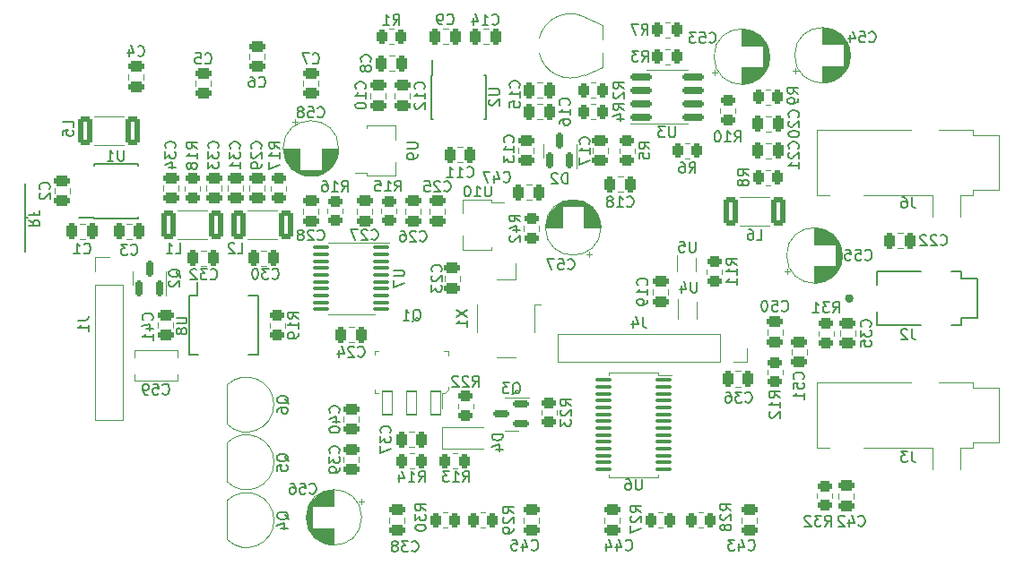
<source format=gbo>
G04 #@! TF.GenerationSoftware,KiCad,Pcbnew,(6.0.5)*
G04 #@! TF.CreationDate,2022-05-23T23:46:22+08:00*
G04 #@! TF.ProjectId,AT Sprint 3B.1,41542053-7072-4696-9e74-2033422e312e,rev?*
G04 #@! TF.SameCoordinates,Original*
G04 #@! TF.FileFunction,Legend,Bot*
G04 #@! TF.FilePolarity,Positive*
%FSLAX46Y46*%
G04 Gerber Fmt 4.6, Leading zero omitted, Abs format (unit mm)*
G04 Created by KiCad (PCBNEW (6.0.5)) date 2022-05-23 23:46:22*
%MOMM*%
%LPD*%
G01*
G04 APERTURE LIST*
G04 Aperture macros list*
%AMRoundRect*
0 Rectangle with rounded corners*
0 $1 Rounding radius*
0 $2 $3 $4 $5 $6 $7 $8 $9 X,Y pos of 4 corners*
0 Add a 4 corners polygon primitive as box body*
4,1,4,$2,$3,$4,$5,$6,$7,$8,$9,$2,$3,0*
0 Add four circle primitives for the rounded corners*
1,1,$1+$1,$2,$3*
1,1,$1+$1,$4,$5*
1,1,$1+$1,$6,$7*
1,1,$1+$1,$8,$9*
0 Add four rect primitives between the rounded corners*
20,1,$1+$1,$2,$3,$4,$5,0*
20,1,$1+$1,$4,$5,$6,$7,0*
20,1,$1+$1,$6,$7,$8,$9,0*
20,1,$1+$1,$8,$9,$2,$3,0*%
%AMFreePoly0*
4,1,9,3.862500,-0.866500,0.737500,-0.866500,0.737500,-0.450000,-0.737500,-0.450000,-0.737500,0.450000,0.737500,0.450000,0.737500,0.866500,3.862500,0.866500,3.862500,-0.866500,3.862500,-0.866500,$1*%
G04 Aperture macros list end*
%ADD10C,0.150000*%
%ADD11C,0.120000*%
%ADD12C,0.127000*%
%ADD13C,0.400000*%
%ADD14C,0.100000*%
%ADD15R,2.200000X2.200000*%
%ADD16O,2.200000X2.200000*%
%ADD17C,1.651000*%
%ADD18C,1.524000*%
%ADD19C,2.000000*%
%ADD20C,1.676400*%
%ADD21R,1.700000X1.700000*%
%ADD22O,1.700000X1.700000*%
%ADD23C,4.400000*%
%ADD24RoundRect,0.150000X0.150000X-0.587500X0.150000X0.587500X-0.150000X0.587500X-0.150000X-0.587500X0*%
%ADD25R,1.600000X1.600000*%
%ADD26C,1.600000*%
%ADD27RoundRect,0.250000X-0.475000X0.250000X-0.475000X-0.250000X0.475000X-0.250000X0.475000X0.250000X0*%
%ADD28RoundRect,0.250000X0.262500X0.450000X-0.262500X0.450000X-0.262500X-0.450000X0.262500X-0.450000X0*%
%ADD29RoundRect,0.250000X0.475000X-0.250000X0.475000X0.250000X-0.475000X0.250000X-0.475000X-0.250000X0*%
%ADD30RoundRect,0.250000X-0.450000X0.262500X-0.450000X-0.262500X0.450000X-0.262500X0.450000X0.262500X0*%
%ADD31RoundRect,0.250000X0.450000X-0.262500X0.450000X0.262500X-0.450000X0.262500X-0.450000X-0.262500X0*%
%ADD32R,1.300000X0.900000*%
%ADD33FreePoly0,0.000000*%
%ADD34RoundRect,0.250000X-0.250000X-0.475000X0.250000X-0.475000X0.250000X0.475000X-0.250000X0.475000X0*%
%ADD35RoundRect,0.250000X0.250000X0.475000X-0.250000X0.475000X-0.250000X-0.475000X0.250000X-0.475000X0*%
%ADD36R,2.000000X3.500000*%
%ADD37R,0.300000X0.450000*%
%ADD38RoundRect,0.250000X0.425000X1.075000X-0.425000X1.075000X-0.425000X-1.075000X0.425000X-1.075000X0*%
%ADD39RoundRect,0.250000X-0.262500X-0.450000X0.262500X-0.450000X0.262500X0.450000X-0.262500X0.450000X0*%
%ADD40RoundRect,0.150000X-0.825000X-0.150000X0.825000X-0.150000X0.825000X0.150000X-0.825000X0.150000X0*%
%ADD41R,1.300000X1.300000*%
%ADD42C,1.300000*%
%ADD43R,1.900000X2.000000*%
%ADD44O,2.400000X1.200000*%
%ADD45C,1.700000*%
%ADD46R,2.200000X2.800000*%
%ADD47R,2.800000X2.800000*%
%ADD48RoundRect,0.150000X0.587500X0.150000X-0.587500X0.150000X-0.587500X-0.150000X0.587500X-0.150000X0*%
%ADD49RoundRect,0.070000X0.475000X1.075000X-0.475000X1.075000X-0.475000X-1.075000X0.475000X-1.075000X0*%
%ADD50R,3.250000X2.150000*%
%ADD51C,1.500000*%
%ADD52R,0.400000X1.200000*%
%ADD53R,0.600000X2.000000*%
%ADD54R,0.900000X1.200000*%
%ADD55RoundRect,0.100000X0.637500X0.100000X-0.637500X0.100000X-0.637500X-0.100000X0.637500X-0.100000X0*%
%ADD56R,2.000000X0.600000*%
%ADD57R,0.375000X0.500000*%
%ADD58R,0.300000X0.650000*%
%ADD59FreePoly0,180.000000*%
G04 APERTURE END LIST*
D10*
X33985200Y-88874600D02*
X33985200Y-95275400D01*
X33985200Y-92075000D02*
X34213800Y-92075000D01*
X34294819Y-92270247D02*
X34771009Y-92603580D01*
X34294819Y-92841676D02*
X35294819Y-92841676D01*
X35294819Y-92460723D01*
X35247200Y-92365485D01*
X35199580Y-92317866D01*
X35104342Y-92270247D01*
X34961485Y-92270247D01*
X34866247Y-92317866D01*
X34818628Y-92365485D01*
X34771009Y-92460723D01*
X34771009Y-92841676D01*
X34818628Y-91508342D02*
X34818628Y-91841676D01*
X34294819Y-91841676D02*
X35294819Y-91841676D01*
X35294819Y-91365485D01*
X85193095Y-88844380D02*
X85193095Y-87844380D01*
X84955000Y-87844380D01*
X84812142Y-87892000D01*
X84716904Y-87987238D01*
X84669285Y-88082476D01*
X84621666Y-88272952D01*
X84621666Y-88415809D01*
X84669285Y-88606285D01*
X84716904Y-88701523D01*
X84812142Y-88796761D01*
X84955000Y-88844380D01*
X85193095Y-88844380D01*
X84240714Y-87939619D02*
X84193095Y-87892000D01*
X84097857Y-87844380D01*
X83859761Y-87844380D01*
X83764523Y-87892000D01*
X83716904Y-87939619D01*
X83669285Y-88034857D01*
X83669285Y-88130095D01*
X83716904Y-88272952D01*
X84288333Y-88844380D01*
X83669285Y-88844380D01*
X85224857Y-96877142D02*
X85272476Y-96924761D01*
X85415333Y-96972380D01*
X85510571Y-96972380D01*
X85653428Y-96924761D01*
X85748666Y-96829523D01*
X85796285Y-96734285D01*
X85843904Y-96543809D01*
X85843904Y-96400952D01*
X85796285Y-96210476D01*
X85748666Y-96115238D01*
X85653428Y-96020000D01*
X85510571Y-95972380D01*
X85415333Y-95972380D01*
X85272476Y-96020000D01*
X85224857Y-96067619D01*
X84320095Y-95972380D02*
X84796285Y-95972380D01*
X84843904Y-96448571D01*
X84796285Y-96400952D01*
X84701047Y-96353333D01*
X84462952Y-96353333D01*
X84367714Y-96400952D01*
X84320095Y-96448571D01*
X84272476Y-96543809D01*
X84272476Y-96781904D01*
X84320095Y-96877142D01*
X84367714Y-96924761D01*
X84462952Y-96972380D01*
X84701047Y-96972380D01*
X84796285Y-96924761D01*
X84843904Y-96877142D01*
X83939142Y-95972380D02*
X83272476Y-95972380D01*
X83701047Y-96972380D01*
X92657142Y-98417142D02*
X92704761Y-98369523D01*
X92752380Y-98226666D01*
X92752380Y-98131428D01*
X92704761Y-97988571D01*
X92609523Y-97893333D01*
X92514285Y-97845714D01*
X92323809Y-97798095D01*
X92180952Y-97798095D01*
X91990476Y-97845714D01*
X91895238Y-97893333D01*
X91800000Y-97988571D01*
X91752380Y-98131428D01*
X91752380Y-98226666D01*
X91800000Y-98369523D01*
X91847619Y-98417142D01*
X92752380Y-99369523D02*
X92752380Y-98798095D01*
X92752380Y-99083809D02*
X91752380Y-99083809D01*
X91895238Y-98988571D01*
X91990476Y-98893333D01*
X92038095Y-98798095D01*
X92752380Y-99845714D02*
X92752380Y-100036190D01*
X92704761Y-100131428D01*
X92657142Y-100179047D01*
X92514285Y-100274285D01*
X92323809Y-100321904D01*
X91942857Y-100321904D01*
X91847619Y-100274285D01*
X91800000Y-100226666D01*
X91752380Y-100131428D01*
X91752380Y-99940952D01*
X91800000Y-99845714D01*
X91847619Y-99798095D01*
X91942857Y-99750476D01*
X92180952Y-99750476D01*
X92276190Y-99798095D01*
X92323809Y-99845714D01*
X92371428Y-99940952D01*
X92371428Y-100131428D01*
X92323809Y-100226666D01*
X92276190Y-100274285D01*
X92180952Y-100321904D01*
X92146380Y-119905542D02*
X91670190Y-119572209D01*
X92146380Y-119334114D02*
X91146380Y-119334114D01*
X91146380Y-119715066D01*
X91194000Y-119810304D01*
X91241619Y-119857923D01*
X91336857Y-119905542D01*
X91479714Y-119905542D01*
X91574952Y-119857923D01*
X91622571Y-119810304D01*
X91670190Y-119715066D01*
X91670190Y-119334114D01*
X91241619Y-120286495D02*
X91194000Y-120334114D01*
X91146380Y-120429352D01*
X91146380Y-120667447D01*
X91194000Y-120762685D01*
X91241619Y-120810304D01*
X91336857Y-120857923D01*
X91432095Y-120857923D01*
X91574952Y-120810304D01*
X92146380Y-120238876D01*
X92146380Y-120857923D01*
X91146380Y-121191257D02*
X91146380Y-121857923D01*
X92146380Y-121429352D01*
X61602857Y-94108542D02*
X61650476Y-94156161D01*
X61793333Y-94203780D01*
X61888571Y-94203780D01*
X62031428Y-94156161D01*
X62126666Y-94060923D01*
X62174285Y-93965685D01*
X62221904Y-93775209D01*
X62221904Y-93632352D01*
X62174285Y-93441876D01*
X62126666Y-93346638D01*
X62031428Y-93251400D01*
X61888571Y-93203780D01*
X61793333Y-93203780D01*
X61650476Y-93251400D01*
X61602857Y-93299019D01*
X61221904Y-93299019D02*
X61174285Y-93251400D01*
X61079047Y-93203780D01*
X60840952Y-93203780D01*
X60745714Y-93251400D01*
X60698095Y-93299019D01*
X60650476Y-93394257D01*
X60650476Y-93489495D01*
X60698095Y-93632352D01*
X61269523Y-94203780D01*
X60650476Y-94203780D01*
X60079047Y-93632352D02*
X60174285Y-93584733D01*
X60221904Y-93537114D01*
X60269523Y-93441876D01*
X60269523Y-93394257D01*
X60221904Y-93299019D01*
X60174285Y-93251400D01*
X60079047Y-93203780D01*
X59888571Y-93203780D01*
X59793333Y-93251400D01*
X59745714Y-93299019D01*
X59698095Y-93394257D01*
X59698095Y-93441876D01*
X59745714Y-93537114D01*
X59793333Y-93584733D01*
X59888571Y-93632352D01*
X60079047Y-93632352D01*
X60174285Y-93679971D01*
X60221904Y-93727590D01*
X60269523Y-93822828D01*
X60269523Y-94013304D01*
X60221904Y-94108542D01*
X60174285Y-94156161D01*
X60079047Y-94203780D01*
X59888571Y-94203780D01*
X59793333Y-94156161D01*
X59745714Y-94108542D01*
X59698095Y-94013304D01*
X59698095Y-93822828D01*
X59745714Y-93727590D01*
X59793333Y-93679971D01*
X59888571Y-93632352D01*
X107418142Y-107307142D02*
X107465761Y-107259523D01*
X107513380Y-107116666D01*
X107513380Y-107021428D01*
X107465761Y-106878571D01*
X107370523Y-106783333D01*
X107275285Y-106735714D01*
X107084809Y-106688095D01*
X106941952Y-106688095D01*
X106751476Y-106735714D01*
X106656238Y-106783333D01*
X106561000Y-106878571D01*
X106513380Y-107021428D01*
X106513380Y-107116666D01*
X106561000Y-107259523D01*
X106608619Y-107307142D01*
X106513380Y-108211904D02*
X106513380Y-107735714D01*
X106989571Y-107688095D01*
X106941952Y-107735714D01*
X106894333Y-107830952D01*
X106894333Y-108069047D01*
X106941952Y-108164285D01*
X106989571Y-108211904D01*
X107084809Y-108259523D01*
X107322904Y-108259523D01*
X107418142Y-108211904D01*
X107465761Y-108164285D01*
X107513380Y-108069047D01*
X107513380Y-107830952D01*
X107465761Y-107735714D01*
X107418142Y-107688095D01*
X107513380Y-109211904D02*
X107513380Y-108640476D01*
X107513380Y-108926190D02*
X106513380Y-108926190D01*
X106656238Y-108830952D01*
X106751476Y-108735714D01*
X106799095Y-108640476D01*
X76207857Y-108021380D02*
X76541190Y-107545190D01*
X76779285Y-108021380D02*
X76779285Y-107021380D01*
X76398333Y-107021380D01*
X76303095Y-107069000D01*
X76255476Y-107116619D01*
X76207857Y-107211857D01*
X76207857Y-107354714D01*
X76255476Y-107449952D01*
X76303095Y-107497571D01*
X76398333Y-107545190D01*
X76779285Y-107545190D01*
X75826904Y-107116619D02*
X75779285Y-107069000D01*
X75684047Y-107021380D01*
X75445952Y-107021380D01*
X75350714Y-107069000D01*
X75303095Y-107116619D01*
X75255476Y-107211857D01*
X75255476Y-107307095D01*
X75303095Y-107449952D01*
X75874523Y-108021380D01*
X75255476Y-108021380D01*
X74874523Y-107116619D02*
X74826904Y-107069000D01*
X74731666Y-107021380D01*
X74493571Y-107021380D01*
X74398333Y-107069000D01*
X74350714Y-107116619D01*
X74303095Y-107211857D01*
X74303095Y-107307095D01*
X74350714Y-107449952D01*
X74922142Y-108021380D01*
X74303095Y-108021380D01*
X87225142Y-85082142D02*
X87272761Y-85034523D01*
X87320380Y-84891666D01*
X87320380Y-84796428D01*
X87272761Y-84653571D01*
X87177523Y-84558333D01*
X87082285Y-84510714D01*
X86891809Y-84463095D01*
X86748952Y-84463095D01*
X86558476Y-84510714D01*
X86463238Y-84558333D01*
X86368000Y-84653571D01*
X86320380Y-84796428D01*
X86320380Y-84891666D01*
X86368000Y-85034523D01*
X86415619Y-85082142D01*
X87320380Y-86034523D02*
X87320380Y-85463095D01*
X87320380Y-85748809D02*
X86320380Y-85748809D01*
X86463238Y-85653571D01*
X86558476Y-85558333D01*
X86606095Y-85463095D01*
X86320380Y-86367857D02*
X86320380Y-87034523D01*
X87320380Y-86605952D01*
X63603142Y-110482142D02*
X63650761Y-110434523D01*
X63698380Y-110291666D01*
X63698380Y-110196428D01*
X63650761Y-110053571D01*
X63555523Y-109958333D01*
X63460285Y-109910714D01*
X63269809Y-109863095D01*
X63126952Y-109863095D01*
X62936476Y-109910714D01*
X62841238Y-109958333D01*
X62746000Y-110053571D01*
X62698380Y-110196428D01*
X62698380Y-110291666D01*
X62746000Y-110434523D01*
X62793619Y-110482142D01*
X63031714Y-111339285D02*
X63698380Y-111339285D01*
X62650761Y-111101190D02*
X63365047Y-110863095D01*
X63365047Y-111482142D01*
X62698380Y-112053571D02*
X62698380Y-112148809D01*
X62746000Y-112244047D01*
X62793619Y-112291666D01*
X62888857Y-112339285D01*
X63079333Y-112386904D01*
X63317428Y-112386904D01*
X63507904Y-112339285D01*
X63603142Y-112291666D01*
X63650761Y-112244047D01*
X63698380Y-112148809D01*
X63698380Y-112053571D01*
X63650761Y-111958333D01*
X63603142Y-111910714D01*
X63507904Y-111863095D01*
X63317428Y-111815476D01*
X63079333Y-111815476D01*
X62888857Y-111863095D01*
X62793619Y-111910714D01*
X62746000Y-111958333D01*
X62698380Y-112053571D01*
X58008780Y-85513942D02*
X57532590Y-85180609D01*
X58008780Y-84942514D02*
X57008780Y-84942514D01*
X57008780Y-85323466D01*
X57056400Y-85418704D01*
X57104019Y-85466323D01*
X57199257Y-85513942D01*
X57342114Y-85513942D01*
X57437352Y-85466323D01*
X57484971Y-85418704D01*
X57532590Y-85323466D01*
X57532590Y-84942514D01*
X58008780Y-86466323D02*
X58008780Y-85894895D01*
X58008780Y-86180609D02*
X57008780Y-86180609D01*
X57151638Y-86085371D01*
X57246876Y-85990133D01*
X57294495Y-85894895D01*
X57008780Y-86799657D02*
X57008780Y-87466323D01*
X58008780Y-87037752D01*
X36221942Y-89368333D02*
X36269561Y-89320714D01*
X36317180Y-89177857D01*
X36317180Y-89082619D01*
X36269561Y-88939761D01*
X36174323Y-88844523D01*
X36079085Y-88796904D01*
X35888609Y-88749285D01*
X35745752Y-88749285D01*
X35555276Y-88796904D01*
X35460038Y-88844523D01*
X35364800Y-88939761D01*
X35317180Y-89082619D01*
X35317180Y-89177857D01*
X35364800Y-89320714D01*
X35412419Y-89368333D01*
X35412419Y-89749285D02*
X35364800Y-89796904D01*
X35317180Y-89892142D01*
X35317180Y-90130238D01*
X35364800Y-90225476D01*
X35412419Y-90273095D01*
X35507657Y-90320714D01*
X35602895Y-90320714D01*
X35745752Y-90273095D01*
X36317180Y-89701666D01*
X36317180Y-90320714D01*
X63603142Y-114292142D02*
X63650761Y-114244523D01*
X63698380Y-114101666D01*
X63698380Y-114006428D01*
X63650761Y-113863571D01*
X63555523Y-113768333D01*
X63460285Y-113720714D01*
X63269809Y-113673095D01*
X63126952Y-113673095D01*
X62936476Y-113720714D01*
X62841238Y-113768333D01*
X62746000Y-113863571D01*
X62698380Y-114006428D01*
X62698380Y-114101666D01*
X62746000Y-114244523D01*
X62793619Y-114292142D01*
X62698380Y-114625476D02*
X62698380Y-115244523D01*
X63079333Y-114911190D01*
X63079333Y-115054047D01*
X63126952Y-115149285D01*
X63174571Y-115196904D01*
X63269809Y-115244523D01*
X63507904Y-115244523D01*
X63603142Y-115196904D01*
X63650761Y-115149285D01*
X63698380Y-115054047D01*
X63698380Y-114768333D01*
X63650761Y-114673095D01*
X63603142Y-114625476D01*
X63698380Y-115720714D02*
X63698380Y-115911190D01*
X63650761Y-116006428D01*
X63603142Y-116054047D01*
X63460285Y-116149285D01*
X63269809Y-116196904D01*
X62888857Y-116196904D01*
X62793619Y-116149285D01*
X62746000Y-116101666D01*
X62698380Y-116006428D01*
X62698380Y-115815952D01*
X62746000Y-115720714D01*
X62793619Y-115673095D01*
X62888857Y-115625476D01*
X63126952Y-115625476D01*
X63222190Y-115673095D01*
X63269809Y-115720714D01*
X63317428Y-115815952D01*
X63317428Y-116006428D01*
X63269809Y-116101666D01*
X63222190Y-116149285D01*
X63126952Y-116196904D01*
X92281333Y-101433380D02*
X92281333Y-102147666D01*
X92328952Y-102290523D01*
X92424190Y-102385761D01*
X92567047Y-102433380D01*
X92662285Y-102433380D01*
X91376571Y-101766714D02*
X91376571Y-102433380D01*
X91614666Y-101385761D02*
X91852761Y-102100047D01*
X91233714Y-102100047D01*
X44616666Y-76709542D02*
X44664285Y-76757161D01*
X44807142Y-76804780D01*
X44902380Y-76804780D01*
X45045238Y-76757161D01*
X45140476Y-76661923D01*
X45188095Y-76566685D01*
X45235714Y-76376209D01*
X45235714Y-76233352D01*
X45188095Y-76042876D01*
X45140476Y-75947638D01*
X45045238Y-75852400D01*
X44902380Y-75804780D01*
X44807142Y-75804780D01*
X44664285Y-75852400D01*
X44616666Y-75900019D01*
X43759523Y-76138114D02*
X43759523Y-76804780D01*
X43997619Y-75757161D02*
X44235714Y-76471447D01*
X43616666Y-76471447D01*
X102268257Y-123420142D02*
X102315876Y-123467761D01*
X102458733Y-123515380D01*
X102553971Y-123515380D01*
X102696828Y-123467761D01*
X102792066Y-123372523D01*
X102839685Y-123277285D01*
X102887304Y-123086809D01*
X102887304Y-122943952D01*
X102839685Y-122753476D01*
X102792066Y-122658238D01*
X102696828Y-122563000D01*
X102553971Y-122515380D01*
X102458733Y-122515380D01*
X102315876Y-122563000D01*
X102268257Y-122610619D01*
X101411114Y-122848714D02*
X101411114Y-123515380D01*
X101649209Y-122467761D02*
X101887304Y-123182047D01*
X101268257Y-123182047D01*
X100982542Y-122515380D02*
X100363495Y-122515380D01*
X100696828Y-122896333D01*
X100553971Y-122896333D01*
X100458733Y-122943952D01*
X100411114Y-122991571D01*
X100363495Y-123086809D01*
X100363495Y-123324904D01*
X100411114Y-123420142D01*
X100458733Y-123467761D01*
X100553971Y-123515380D01*
X100839685Y-123515380D01*
X100934923Y-123467761D01*
X100982542Y-123420142D01*
X70038980Y-84963095D02*
X70848504Y-84963095D01*
X70943742Y-85010714D01*
X70991361Y-85058333D01*
X71038980Y-85153571D01*
X71038980Y-85344047D01*
X70991361Y-85439285D01*
X70943742Y-85486904D01*
X70848504Y-85534523D01*
X70038980Y-85534523D01*
X71038980Y-86058333D02*
X71038980Y-86248809D01*
X70991361Y-86344047D01*
X70943742Y-86391666D01*
X70800885Y-86486904D01*
X70610409Y-86534523D01*
X70229457Y-86534523D01*
X70134219Y-86486904D01*
X70086600Y-86439285D01*
X70038980Y-86344047D01*
X70038980Y-86153571D01*
X70086600Y-86058333D01*
X70134219Y-86010714D01*
X70229457Y-85963095D01*
X70467552Y-85963095D01*
X70562790Y-86010714D01*
X70610409Y-86058333D01*
X70658028Y-86153571D01*
X70658028Y-86344047D01*
X70610409Y-86439285D01*
X70562790Y-86486904D01*
X70467552Y-86534523D01*
X56211742Y-85513942D02*
X56259361Y-85466323D01*
X56306980Y-85323466D01*
X56306980Y-85228228D01*
X56259361Y-85085371D01*
X56164123Y-84990133D01*
X56068885Y-84942514D01*
X55878409Y-84894895D01*
X55735552Y-84894895D01*
X55545076Y-84942514D01*
X55449838Y-84990133D01*
X55354600Y-85085371D01*
X55306980Y-85228228D01*
X55306980Y-85323466D01*
X55354600Y-85466323D01*
X55402219Y-85513942D01*
X55402219Y-85894895D02*
X55354600Y-85942514D01*
X55306980Y-86037752D01*
X55306980Y-86275847D01*
X55354600Y-86371085D01*
X55402219Y-86418704D01*
X55497457Y-86466323D01*
X55592695Y-86466323D01*
X55735552Y-86418704D01*
X56306980Y-85847276D01*
X56306980Y-86466323D01*
X56306980Y-86942514D02*
X56306980Y-87132990D01*
X56259361Y-87228228D01*
X56211742Y-87275847D01*
X56068885Y-87371085D01*
X55878409Y-87418704D01*
X55497457Y-87418704D01*
X55402219Y-87371085D01*
X55354600Y-87323466D01*
X55306980Y-87228228D01*
X55306980Y-87037752D01*
X55354600Y-86942514D01*
X55402219Y-86894895D01*
X55497457Y-86847276D01*
X55735552Y-86847276D01*
X55830790Y-86894895D01*
X55878409Y-86942514D01*
X55926028Y-87037752D01*
X55926028Y-87228228D01*
X55878409Y-87323466D01*
X55830790Y-87371085D01*
X55735552Y-87418704D01*
X73826666Y-73712342D02*
X73874285Y-73759961D01*
X74017142Y-73807580D01*
X74112380Y-73807580D01*
X74255238Y-73759961D01*
X74350476Y-73664723D01*
X74398095Y-73569485D01*
X74445714Y-73379009D01*
X74445714Y-73236152D01*
X74398095Y-73045676D01*
X74350476Y-72950438D01*
X74255238Y-72855200D01*
X74112380Y-72807580D01*
X74017142Y-72807580D01*
X73874285Y-72855200D01*
X73826666Y-72902819D01*
X73350476Y-73807580D02*
X73160000Y-73807580D01*
X73064761Y-73759961D01*
X73017142Y-73712342D01*
X72921904Y-73569485D01*
X72874285Y-73379009D01*
X72874285Y-72998057D01*
X72921904Y-72902819D01*
X72969523Y-72855200D01*
X73064761Y-72807580D01*
X73255238Y-72807580D01*
X73350476Y-72855200D01*
X73398095Y-72902819D01*
X73445714Y-72998057D01*
X73445714Y-73236152D01*
X73398095Y-73331390D01*
X73350476Y-73379009D01*
X73255238Y-73426628D01*
X73064761Y-73426628D01*
X72969523Y-73379009D01*
X72921904Y-73331390D01*
X72874285Y-73236152D01*
X92933780Y-85558333D02*
X92457590Y-85225000D01*
X92933780Y-84986904D02*
X91933780Y-84986904D01*
X91933780Y-85367857D01*
X91981400Y-85463095D01*
X92029019Y-85510714D01*
X92124257Y-85558333D01*
X92267114Y-85558333D01*
X92362352Y-85510714D01*
X92409971Y-85463095D01*
X92457590Y-85367857D01*
X92457590Y-84986904D01*
X91933780Y-86463095D02*
X91933780Y-85986904D01*
X92409971Y-85939285D01*
X92362352Y-85986904D01*
X92314733Y-86082142D01*
X92314733Y-86320238D01*
X92362352Y-86415476D01*
X92409971Y-86463095D01*
X92505209Y-86510714D01*
X92743304Y-86510714D01*
X92838542Y-86463095D01*
X92886161Y-86415476D01*
X92933780Y-86320238D01*
X92933780Y-86082142D01*
X92886161Y-85986904D01*
X92838542Y-85939285D01*
X113291857Y-95988142D02*
X113339476Y-96035761D01*
X113482333Y-96083380D01*
X113577571Y-96083380D01*
X113720428Y-96035761D01*
X113815666Y-95940523D01*
X113863285Y-95845285D01*
X113910904Y-95654809D01*
X113910904Y-95511952D01*
X113863285Y-95321476D01*
X113815666Y-95226238D01*
X113720428Y-95131000D01*
X113577571Y-95083380D01*
X113482333Y-95083380D01*
X113339476Y-95131000D01*
X113291857Y-95178619D01*
X112387095Y-95083380D02*
X112863285Y-95083380D01*
X112910904Y-95559571D01*
X112863285Y-95511952D01*
X112768047Y-95464333D01*
X112529952Y-95464333D01*
X112434714Y-95511952D01*
X112387095Y-95559571D01*
X112339476Y-95654809D01*
X112339476Y-95892904D01*
X112387095Y-95988142D01*
X112434714Y-96035761D01*
X112529952Y-96083380D01*
X112768047Y-96083380D01*
X112863285Y-96035761D01*
X112910904Y-95988142D01*
X111434714Y-95083380D02*
X111910904Y-95083380D01*
X111958523Y-95559571D01*
X111910904Y-95511952D01*
X111815666Y-95464333D01*
X111577571Y-95464333D01*
X111482333Y-95511952D01*
X111434714Y-95559571D01*
X111387095Y-95654809D01*
X111387095Y-95892904D01*
X111434714Y-95988142D01*
X111482333Y-96035761D01*
X111577571Y-96083380D01*
X111815666Y-96083380D01*
X111910904Y-96035761D01*
X111958523Y-95988142D01*
X66682857Y-94083142D02*
X66730476Y-94130761D01*
X66873333Y-94178380D01*
X66968571Y-94178380D01*
X67111428Y-94130761D01*
X67206666Y-94035523D01*
X67254285Y-93940285D01*
X67301904Y-93749809D01*
X67301904Y-93606952D01*
X67254285Y-93416476D01*
X67206666Y-93321238D01*
X67111428Y-93226000D01*
X66968571Y-93178380D01*
X66873333Y-93178380D01*
X66730476Y-93226000D01*
X66682857Y-93273619D01*
X66301904Y-93273619D02*
X66254285Y-93226000D01*
X66159047Y-93178380D01*
X65920952Y-93178380D01*
X65825714Y-93226000D01*
X65778095Y-93273619D01*
X65730476Y-93368857D01*
X65730476Y-93464095D01*
X65778095Y-93606952D01*
X66349523Y-94178380D01*
X65730476Y-94178380D01*
X65397142Y-93178380D02*
X64730476Y-93178380D01*
X65159047Y-94178380D01*
X70492857Y-123547142D02*
X70540476Y-123594761D01*
X70683333Y-123642380D01*
X70778571Y-123642380D01*
X70921428Y-123594761D01*
X71016666Y-123499523D01*
X71064285Y-123404285D01*
X71111904Y-123213809D01*
X71111904Y-123070952D01*
X71064285Y-122880476D01*
X71016666Y-122785238D01*
X70921428Y-122690000D01*
X70778571Y-122642380D01*
X70683333Y-122642380D01*
X70540476Y-122690000D01*
X70492857Y-122737619D01*
X70159523Y-122642380D02*
X69540476Y-122642380D01*
X69873809Y-123023333D01*
X69730952Y-123023333D01*
X69635714Y-123070952D01*
X69588095Y-123118571D01*
X69540476Y-123213809D01*
X69540476Y-123451904D01*
X69588095Y-123547142D01*
X69635714Y-123594761D01*
X69730952Y-123642380D01*
X70016666Y-123642380D01*
X70111904Y-123594761D01*
X70159523Y-123547142D01*
X68969047Y-123070952D02*
X69064285Y-123023333D01*
X69111904Y-122975714D01*
X69159523Y-122880476D01*
X69159523Y-122832857D01*
X69111904Y-122737619D01*
X69064285Y-122690000D01*
X68969047Y-122642380D01*
X68778571Y-122642380D01*
X68683333Y-122690000D01*
X68635714Y-122737619D01*
X68588095Y-122832857D01*
X68588095Y-122880476D01*
X68635714Y-122975714D01*
X68683333Y-123023333D01*
X68778571Y-123070952D01*
X68969047Y-123070952D01*
X69064285Y-123118571D01*
X69111904Y-123166190D01*
X69159523Y-123261428D01*
X69159523Y-123451904D01*
X69111904Y-123547142D01*
X69064285Y-123594761D01*
X68969047Y-123642380D01*
X68778571Y-123642380D01*
X68683333Y-123594761D01*
X68635714Y-123547142D01*
X68588095Y-123451904D01*
X68588095Y-123261428D01*
X68635714Y-123166190D01*
X68683333Y-123118571D01*
X68778571Y-123070952D01*
X80062342Y-84929742D02*
X80109961Y-84882123D01*
X80157580Y-84739266D01*
X80157580Y-84644028D01*
X80109961Y-84501171D01*
X80014723Y-84405933D01*
X79919485Y-84358314D01*
X79729009Y-84310695D01*
X79586152Y-84310695D01*
X79395676Y-84358314D01*
X79300438Y-84405933D01*
X79205200Y-84501171D01*
X79157580Y-84644028D01*
X79157580Y-84739266D01*
X79205200Y-84882123D01*
X79252819Y-84929742D01*
X80157580Y-85882123D02*
X80157580Y-85310695D01*
X80157580Y-85596409D02*
X79157580Y-85596409D01*
X79300438Y-85501171D01*
X79395676Y-85405933D01*
X79443295Y-85310695D01*
X79157580Y-86215457D02*
X79157580Y-86834504D01*
X79538533Y-86501171D01*
X79538533Y-86644028D01*
X79586152Y-86739266D01*
X79633771Y-86786885D01*
X79729009Y-86834504D01*
X79967104Y-86834504D01*
X80062342Y-86786885D01*
X80109961Y-86739266D01*
X80157580Y-86644028D01*
X80157580Y-86358314D01*
X80109961Y-86263076D01*
X80062342Y-86215457D01*
X48109142Y-85488542D02*
X48156761Y-85440923D01*
X48204380Y-85298066D01*
X48204380Y-85202828D01*
X48156761Y-85059971D01*
X48061523Y-84964733D01*
X47966285Y-84917114D01*
X47775809Y-84869495D01*
X47632952Y-84869495D01*
X47442476Y-84917114D01*
X47347238Y-84964733D01*
X47252000Y-85059971D01*
X47204380Y-85202828D01*
X47204380Y-85298066D01*
X47252000Y-85440923D01*
X47299619Y-85488542D01*
X47204380Y-85821876D02*
X47204380Y-86440923D01*
X47585333Y-86107590D01*
X47585333Y-86250447D01*
X47632952Y-86345685D01*
X47680571Y-86393304D01*
X47775809Y-86440923D01*
X48013904Y-86440923D01*
X48109142Y-86393304D01*
X48156761Y-86345685D01*
X48204380Y-86250447D01*
X48204380Y-85964733D01*
X48156761Y-85869495D01*
X48109142Y-85821876D01*
X47537714Y-87298066D02*
X48204380Y-87298066D01*
X47156761Y-87059971D02*
X47871047Y-86821876D01*
X47871047Y-87440923D01*
X68429142Y-112387142D02*
X68476761Y-112339523D01*
X68524380Y-112196666D01*
X68524380Y-112101428D01*
X68476761Y-111958571D01*
X68381523Y-111863333D01*
X68286285Y-111815714D01*
X68095809Y-111768095D01*
X67952952Y-111768095D01*
X67762476Y-111815714D01*
X67667238Y-111863333D01*
X67572000Y-111958571D01*
X67524380Y-112101428D01*
X67524380Y-112196666D01*
X67572000Y-112339523D01*
X67619619Y-112387142D01*
X67524380Y-112720476D02*
X67524380Y-113339523D01*
X67905333Y-113006190D01*
X67905333Y-113149047D01*
X67952952Y-113244285D01*
X68000571Y-113291904D01*
X68095809Y-113339523D01*
X68333904Y-113339523D01*
X68429142Y-113291904D01*
X68476761Y-113244285D01*
X68524380Y-113149047D01*
X68524380Y-112863333D01*
X68476761Y-112768095D01*
X68429142Y-112720476D01*
X67524380Y-113672857D02*
X67524380Y-114339523D01*
X68524380Y-113910952D01*
X113768142Y-102354142D02*
X113815761Y-102306523D01*
X113863380Y-102163666D01*
X113863380Y-102068428D01*
X113815761Y-101925571D01*
X113720523Y-101830333D01*
X113625285Y-101782714D01*
X113434809Y-101735095D01*
X113291952Y-101735095D01*
X113101476Y-101782714D01*
X113006238Y-101830333D01*
X112911000Y-101925571D01*
X112863380Y-102068428D01*
X112863380Y-102163666D01*
X112911000Y-102306523D01*
X112958619Y-102354142D01*
X112863380Y-102687476D02*
X112863380Y-103306523D01*
X113244333Y-102973190D01*
X113244333Y-103116047D01*
X113291952Y-103211285D01*
X113339571Y-103258904D01*
X113434809Y-103306523D01*
X113672904Y-103306523D01*
X113768142Y-103258904D01*
X113815761Y-103211285D01*
X113863380Y-103116047D01*
X113863380Y-102830333D01*
X113815761Y-102735095D01*
X113768142Y-102687476D01*
X112863380Y-104211285D02*
X112863380Y-103735095D01*
X113339571Y-103687476D01*
X113291952Y-103735095D01*
X113244333Y-103830333D01*
X113244333Y-104068428D01*
X113291952Y-104163666D01*
X113339571Y-104211285D01*
X113434809Y-104258904D01*
X113672904Y-104258904D01*
X113768142Y-104211285D01*
X113815761Y-104163666D01*
X113863380Y-104068428D01*
X113863380Y-103830333D01*
X113815761Y-103735095D01*
X113768142Y-103687476D01*
X109481857Y-121229380D02*
X109815190Y-120753190D01*
X110053285Y-121229380D02*
X110053285Y-120229380D01*
X109672333Y-120229380D01*
X109577095Y-120277000D01*
X109529476Y-120324619D01*
X109481857Y-120419857D01*
X109481857Y-120562714D01*
X109529476Y-120657952D01*
X109577095Y-120705571D01*
X109672333Y-120753190D01*
X110053285Y-120753190D01*
X109148523Y-120229380D02*
X108529476Y-120229380D01*
X108862809Y-120610333D01*
X108719952Y-120610333D01*
X108624714Y-120657952D01*
X108577095Y-120705571D01*
X108529476Y-120800809D01*
X108529476Y-121038904D01*
X108577095Y-121134142D01*
X108624714Y-121181761D01*
X108719952Y-121229380D01*
X109005666Y-121229380D01*
X109100904Y-121181761D01*
X109148523Y-121134142D01*
X108148523Y-120324619D02*
X108100904Y-120277000D01*
X108005666Y-120229380D01*
X107767571Y-120229380D01*
X107672333Y-120277000D01*
X107624714Y-120324619D01*
X107577095Y-120419857D01*
X107577095Y-120515095D01*
X107624714Y-120657952D01*
X108196142Y-121229380D01*
X107577095Y-121229380D01*
X50236380Y-85539342D02*
X49760190Y-85206009D01*
X50236380Y-84967914D02*
X49236380Y-84967914D01*
X49236380Y-85348866D01*
X49284000Y-85444104D01*
X49331619Y-85491723D01*
X49426857Y-85539342D01*
X49569714Y-85539342D01*
X49664952Y-85491723D01*
X49712571Y-85444104D01*
X49760190Y-85348866D01*
X49760190Y-84967914D01*
X50236380Y-86491723D02*
X50236380Y-85920295D01*
X50236380Y-86206009D02*
X49236380Y-86206009D01*
X49379238Y-86110771D01*
X49474476Y-86015533D01*
X49522095Y-85920295D01*
X49664952Y-87063152D02*
X49617333Y-86967914D01*
X49569714Y-86920295D01*
X49474476Y-86872676D01*
X49426857Y-86872676D01*
X49331619Y-86920295D01*
X49284000Y-86967914D01*
X49236380Y-87063152D01*
X49236380Y-87253628D01*
X49284000Y-87348866D01*
X49331619Y-87396485D01*
X49426857Y-87444104D01*
X49474476Y-87444104D01*
X49569714Y-87396485D01*
X49617333Y-87348866D01*
X49664952Y-87253628D01*
X49664952Y-87063152D01*
X49712571Y-86967914D01*
X49760190Y-86920295D01*
X49855428Y-86872676D01*
X50045904Y-86872676D01*
X50141142Y-86920295D01*
X50188761Y-86967914D01*
X50236380Y-87063152D01*
X50236380Y-87253628D01*
X50188761Y-87348866D01*
X50141142Y-87396485D01*
X50045904Y-87444104D01*
X49855428Y-87444104D01*
X49760190Y-87396485D01*
X49712571Y-87348866D01*
X49664952Y-87253628D01*
X71826380Y-119753142D02*
X71350190Y-119419809D01*
X71826380Y-119181714D02*
X70826380Y-119181714D01*
X70826380Y-119562666D01*
X70874000Y-119657904D01*
X70921619Y-119705523D01*
X71016857Y-119753142D01*
X71159714Y-119753142D01*
X71254952Y-119705523D01*
X71302571Y-119657904D01*
X71350190Y-119562666D01*
X71350190Y-119181714D01*
X70826380Y-120086476D02*
X70826380Y-120705523D01*
X71207333Y-120372190D01*
X71207333Y-120515047D01*
X71254952Y-120610285D01*
X71302571Y-120657904D01*
X71397809Y-120705523D01*
X71635904Y-120705523D01*
X71731142Y-120657904D01*
X71778761Y-120610285D01*
X71826380Y-120515047D01*
X71826380Y-120229333D01*
X71778761Y-120134095D01*
X71731142Y-120086476D01*
X70826380Y-121324571D02*
X70826380Y-121419809D01*
X70874000Y-121515047D01*
X70921619Y-121562666D01*
X71016857Y-121610285D01*
X71207333Y-121657904D01*
X71445428Y-121657904D01*
X71635904Y-121610285D01*
X71731142Y-121562666D01*
X71778761Y-121515047D01*
X71826380Y-121419809D01*
X71826380Y-121324571D01*
X71778761Y-121229333D01*
X71731142Y-121181714D01*
X71635904Y-121134095D01*
X71445428Y-121086476D01*
X71207333Y-121086476D01*
X71016857Y-121134095D01*
X70921619Y-121181714D01*
X70874000Y-121229333D01*
X70826380Y-121324571D01*
X92216266Y-77287380D02*
X92549600Y-76811190D01*
X92787695Y-77287380D02*
X92787695Y-76287380D01*
X92406742Y-76287380D01*
X92311504Y-76335000D01*
X92263885Y-76382619D01*
X92216266Y-76477857D01*
X92216266Y-76620714D01*
X92263885Y-76715952D01*
X92311504Y-76763571D01*
X92406742Y-76811190D01*
X92787695Y-76811190D01*
X91882933Y-76287380D02*
X91263885Y-76287380D01*
X91597219Y-76668333D01*
X91454361Y-76668333D01*
X91359123Y-76715952D01*
X91311504Y-76763571D01*
X91263885Y-76858809D01*
X91263885Y-77096904D01*
X91311504Y-77192142D01*
X91359123Y-77239761D01*
X91454361Y-77287380D01*
X91740076Y-77287380D01*
X91835314Y-77239761D01*
X91882933Y-77192142D01*
X74727380Y-100790476D02*
X75727380Y-101457142D01*
X74727380Y-101457142D02*
X75727380Y-100790476D01*
X75727380Y-102361904D02*
X75727380Y-101790476D01*
X75727380Y-102076190D02*
X74727380Y-102076190D01*
X74870238Y-101980952D01*
X74965476Y-101885714D01*
X75013095Y-101790476D01*
X68746666Y-73832980D02*
X69080000Y-73356790D01*
X69318095Y-73832980D02*
X69318095Y-72832980D01*
X68937142Y-72832980D01*
X68841904Y-72880600D01*
X68794285Y-72928219D01*
X68746666Y-73023457D01*
X68746666Y-73166314D01*
X68794285Y-73261552D01*
X68841904Y-73309171D01*
X68937142Y-73356790D01*
X69318095Y-73356790D01*
X67794285Y-73832980D02*
X68365714Y-73832980D01*
X68080000Y-73832980D02*
X68080000Y-72832980D01*
X68175238Y-72975838D01*
X68270476Y-73071076D01*
X68365714Y-73118695D01*
X68892657Y-89555580D02*
X69225990Y-89079390D01*
X69464085Y-89555580D02*
X69464085Y-88555580D01*
X69083133Y-88555580D01*
X68987895Y-88603200D01*
X68940276Y-88650819D01*
X68892657Y-88746057D01*
X68892657Y-88888914D01*
X68940276Y-88984152D01*
X68987895Y-89031771D01*
X69083133Y-89079390D01*
X69464085Y-89079390D01*
X67940276Y-89555580D02*
X68511704Y-89555580D01*
X68225990Y-89555580D02*
X68225990Y-88555580D01*
X68321228Y-88698438D01*
X68416466Y-88793676D01*
X68511704Y-88841295D01*
X67035514Y-88555580D02*
X67511704Y-88555580D01*
X67559323Y-89031771D01*
X67511704Y-88984152D01*
X67416466Y-88936533D01*
X67178371Y-88936533D01*
X67083133Y-88984152D01*
X67035514Y-89031771D01*
X66987895Y-89127009D01*
X66987895Y-89365104D01*
X67035514Y-89460342D01*
X67083133Y-89507961D01*
X67178371Y-89555580D01*
X67416466Y-89555580D01*
X67511704Y-89507961D01*
X67559323Y-89460342D01*
X73540857Y-89511142D02*
X73588476Y-89558761D01*
X73731333Y-89606380D01*
X73826571Y-89606380D01*
X73969428Y-89558761D01*
X74064666Y-89463523D01*
X74112285Y-89368285D01*
X74159904Y-89177809D01*
X74159904Y-89034952D01*
X74112285Y-88844476D01*
X74064666Y-88749238D01*
X73969428Y-88654000D01*
X73826571Y-88606380D01*
X73731333Y-88606380D01*
X73588476Y-88654000D01*
X73540857Y-88701619D01*
X73159904Y-88701619D02*
X73112285Y-88654000D01*
X73017047Y-88606380D01*
X72778952Y-88606380D01*
X72683714Y-88654000D01*
X72636095Y-88701619D01*
X72588476Y-88796857D01*
X72588476Y-88892095D01*
X72636095Y-89034952D01*
X73207523Y-89606380D01*
X72588476Y-89606380D01*
X71683714Y-88606380D02*
X72159904Y-88606380D01*
X72207523Y-89082571D01*
X72159904Y-89034952D01*
X72064666Y-88987333D01*
X71826571Y-88987333D01*
X71731333Y-89034952D01*
X71683714Y-89082571D01*
X71636095Y-89177809D01*
X71636095Y-89415904D01*
X71683714Y-89511142D01*
X71731333Y-89558761D01*
X71826571Y-89606380D01*
X72064666Y-89606380D01*
X72159904Y-89558761D01*
X72207523Y-89511142D01*
X97281904Y-94321380D02*
X97281904Y-95130904D01*
X97234285Y-95226142D01*
X97186666Y-95273761D01*
X97091428Y-95321380D01*
X96900952Y-95321380D01*
X96805714Y-95273761D01*
X96758095Y-95226142D01*
X96710476Y-95130904D01*
X96710476Y-94321380D01*
X95758095Y-94321380D02*
X96234285Y-94321380D01*
X96281904Y-94797571D01*
X96234285Y-94749952D01*
X96139047Y-94702333D01*
X95900952Y-94702333D01*
X95805714Y-94749952D01*
X95758095Y-94797571D01*
X95710476Y-94892809D01*
X95710476Y-95130904D01*
X95758095Y-95226142D01*
X95805714Y-95273761D01*
X95900952Y-95321380D01*
X96139047Y-95321380D01*
X96234285Y-95273761D01*
X96281904Y-95226142D01*
X75699857Y-88143142D02*
X75747476Y-88190761D01*
X75890333Y-88238380D01*
X75985571Y-88238380D01*
X76128428Y-88190761D01*
X76223666Y-88095523D01*
X76271285Y-88000285D01*
X76318904Y-87809809D01*
X76318904Y-87666952D01*
X76271285Y-87476476D01*
X76223666Y-87381238D01*
X76128428Y-87286000D01*
X75985571Y-87238380D01*
X75890333Y-87238380D01*
X75747476Y-87286000D01*
X75699857Y-87333619D01*
X74747476Y-88238380D02*
X75318904Y-88238380D01*
X75033190Y-88238380D02*
X75033190Y-87238380D01*
X75128428Y-87381238D01*
X75223666Y-87476476D01*
X75318904Y-87524095D01*
X73795095Y-88238380D02*
X74366523Y-88238380D01*
X74080809Y-88238380D02*
X74080809Y-87238380D01*
X74176047Y-87381238D01*
X74271285Y-87476476D01*
X74366523Y-87524095D01*
X103036666Y-94178380D02*
X103512857Y-94178380D01*
X103512857Y-93178380D01*
X102274761Y-93178380D02*
X102465238Y-93178380D01*
X102560476Y-93226000D01*
X102608095Y-93273619D01*
X102703333Y-93416476D01*
X102750952Y-93606952D01*
X102750952Y-93987904D01*
X102703333Y-94083142D01*
X102655714Y-94130761D01*
X102560476Y-94178380D01*
X102370000Y-94178380D01*
X102274761Y-94130761D01*
X102227142Y-94083142D01*
X102179523Y-93987904D01*
X102179523Y-93749809D01*
X102227142Y-93654571D01*
X102274761Y-93606952D01*
X102370000Y-93559333D01*
X102560476Y-93559333D01*
X102655714Y-93606952D01*
X102703333Y-93654571D01*
X102750952Y-93749809D01*
X112656857Y-121134142D02*
X112704476Y-121181761D01*
X112847333Y-121229380D01*
X112942571Y-121229380D01*
X113085428Y-121181761D01*
X113180666Y-121086523D01*
X113228285Y-120991285D01*
X113275904Y-120800809D01*
X113275904Y-120657952D01*
X113228285Y-120467476D01*
X113180666Y-120372238D01*
X113085428Y-120277000D01*
X112942571Y-120229380D01*
X112847333Y-120229380D01*
X112704476Y-120277000D01*
X112656857Y-120324619D01*
X111799714Y-120562714D02*
X111799714Y-121229380D01*
X112037809Y-120181761D02*
X112275904Y-120896047D01*
X111656857Y-120896047D01*
X111323523Y-120324619D02*
X111275904Y-120277000D01*
X111180666Y-120229380D01*
X110942571Y-120229380D01*
X110847333Y-120277000D01*
X110799714Y-120324619D01*
X110752095Y-120419857D01*
X110752095Y-120515095D01*
X110799714Y-120657952D01*
X111371142Y-121229380D01*
X110752095Y-121229380D01*
X78087457Y-73737742D02*
X78135076Y-73785361D01*
X78277933Y-73832980D01*
X78373171Y-73832980D01*
X78516028Y-73785361D01*
X78611266Y-73690123D01*
X78658885Y-73594885D01*
X78706504Y-73404409D01*
X78706504Y-73261552D01*
X78658885Y-73071076D01*
X78611266Y-72975838D01*
X78516028Y-72880600D01*
X78373171Y-72832980D01*
X78277933Y-72832980D01*
X78135076Y-72880600D01*
X78087457Y-72928219D01*
X77135076Y-73832980D02*
X77706504Y-73832980D01*
X77420790Y-73832980D02*
X77420790Y-72832980D01*
X77516028Y-72975838D01*
X77611266Y-73071076D01*
X77706504Y-73118695D01*
X76277933Y-73166314D02*
X76277933Y-73832980D01*
X76516028Y-72785361D02*
X76754123Y-73499647D01*
X76135076Y-73499647D01*
X54205142Y-85513942D02*
X54252761Y-85466323D01*
X54300380Y-85323466D01*
X54300380Y-85228228D01*
X54252761Y-85085371D01*
X54157523Y-84990133D01*
X54062285Y-84942514D01*
X53871809Y-84894895D01*
X53728952Y-84894895D01*
X53538476Y-84942514D01*
X53443238Y-84990133D01*
X53348000Y-85085371D01*
X53300380Y-85228228D01*
X53300380Y-85323466D01*
X53348000Y-85466323D01*
X53395619Y-85513942D01*
X53300380Y-85847276D02*
X53300380Y-86466323D01*
X53681333Y-86132990D01*
X53681333Y-86275847D01*
X53728952Y-86371085D01*
X53776571Y-86418704D01*
X53871809Y-86466323D01*
X54109904Y-86466323D01*
X54205142Y-86418704D01*
X54252761Y-86371085D01*
X54300380Y-86275847D01*
X54300380Y-85990133D01*
X54252761Y-85894895D01*
X54205142Y-85847276D01*
X54300380Y-87418704D02*
X54300380Y-86847276D01*
X54300380Y-87132990D02*
X53300380Y-87132990D01*
X53443238Y-87037752D01*
X53538476Y-86942514D01*
X53586095Y-86847276D01*
X96686666Y-87827380D02*
X97020000Y-87351190D01*
X97258095Y-87827380D02*
X97258095Y-86827380D01*
X96877142Y-86827380D01*
X96781904Y-86875000D01*
X96734285Y-86922619D01*
X96686666Y-87017857D01*
X96686666Y-87160714D01*
X96734285Y-87255952D01*
X96781904Y-87303571D01*
X96877142Y-87351190D01*
X97258095Y-87351190D01*
X95829523Y-86827380D02*
X96020000Y-86827380D01*
X96115238Y-86875000D01*
X96162857Y-86922619D01*
X96258095Y-87065476D01*
X96305714Y-87255952D01*
X96305714Y-87636904D01*
X96258095Y-87732142D01*
X96210476Y-87779761D01*
X96115238Y-87827380D01*
X95924761Y-87827380D01*
X95829523Y-87779761D01*
X95781904Y-87732142D01*
X95734285Y-87636904D01*
X95734285Y-87398809D01*
X95781904Y-87303571D01*
X95829523Y-87255952D01*
X95924761Y-87208333D01*
X96115238Y-87208333D01*
X96210476Y-87255952D01*
X96258095Y-87303571D01*
X96305714Y-87398809D01*
X95351504Y-83450180D02*
X95351504Y-84259704D01*
X95303885Y-84354942D01*
X95256266Y-84402561D01*
X95161028Y-84450180D01*
X94970552Y-84450180D01*
X94875314Y-84402561D01*
X94827695Y-84354942D01*
X94780076Y-84259704D01*
X94780076Y-83450180D01*
X94399123Y-83450180D02*
X93780076Y-83450180D01*
X94113409Y-83831133D01*
X93970552Y-83831133D01*
X93875314Y-83878752D01*
X93827695Y-83926371D01*
X93780076Y-84021609D01*
X93780076Y-84259704D01*
X93827695Y-84354942D01*
X93875314Y-84402561D01*
X93970552Y-84450180D01*
X94256266Y-84450180D01*
X94351504Y-84402561D01*
X94399123Y-84354942D01*
X90495380Y-81875333D02*
X90019190Y-81542000D01*
X90495380Y-81303904D02*
X89495380Y-81303904D01*
X89495380Y-81684857D01*
X89543000Y-81780095D01*
X89590619Y-81827714D01*
X89685857Y-81875333D01*
X89828714Y-81875333D01*
X89923952Y-81827714D01*
X89971571Y-81780095D01*
X90019190Y-81684857D01*
X90019190Y-81303904D01*
X89828714Y-82732476D02*
X90495380Y-82732476D01*
X89447761Y-82494380D02*
X90162047Y-82256285D01*
X90162047Y-82875333D01*
X59761380Y-101592142D02*
X59285190Y-101258809D01*
X59761380Y-101020714D02*
X58761380Y-101020714D01*
X58761380Y-101401666D01*
X58809000Y-101496904D01*
X58856619Y-101544523D01*
X58951857Y-101592142D01*
X59094714Y-101592142D01*
X59189952Y-101544523D01*
X59237571Y-101496904D01*
X59285190Y-101401666D01*
X59285190Y-101020714D01*
X59761380Y-102544523D02*
X59761380Y-101973095D01*
X59761380Y-102258809D02*
X58761380Y-102258809D01*
X58904238Y-102163571D01*
X58999476Y-102068333D01*
X59047095Y-101973095D01*
X59761380Y-103020714D02*
X59761380Y-103211190D01*
X59713761Y-103306428D01*
X59666142Y-103354047D01*
X59523285Y-103449285D01*
X59332809Y-103496904D01*
X58951857Y-103496904D01*
X58856619Y-103449285D01*
X58809000Y-103401666D01*
X58761380Y-103306428D01*
X58761380Y-103115952D01*
X58809000Y-103020714D01*
X58856619Y-102973095D01*
X58951857Y-102925476D01*
X59189952Y-102925476D01*
X59285190Y-102973095D01*
X59332809Y-103020714D01*
X59380428Y-103115952D01*
X59380428Y-103306428D01*
X59332809Y-103401666D01*
X59285190Y-103449285D01*
X59189952Y-103496904D01*
X106979980Y-80351333D02*
X106503790Y-80018000D01*
X106979980Y-79779904D02*
X105979980Y-79779904D01*
X105979980Y-80160857D01*
X106027600Y-80256095D01*
X106075219Y-80303714D01*
X106170457Y-80351333D01*
X106313314Y-80351333D01*
X106408552Y-80303714D01*
X106456171Y-80256095D01*
X106503790Y-80160857D01*
X106503790Y-79779904D01*
X106979980Y-80827523D02*
X106979980Y-81018000D01*
X106932361Y-81113238D01*
X106884742Y-81160857D01*
X106741885Y-81256095D01*
X106551409Y-81303714D01*
X106170457Y-81303714D01*
X106075219Y-81256095D01*
X106027600Y-81208476D01*
X105979980Y-81113238D01*
X105979980Y-80922761D01*
X106027600Y-80827523D01*
X106075219Y-80779904D01*
X106170457Y-80732285D01*
X106408552Y-80732285D01*
X106503790Y-80779904D01*
X106551409Y-80827523D01*
X106599028Y-80922761D01*
X106599028Y-81113238D01*
X106551409Y-81208476D01*
X106503790Y-81256095D01*
X106408552Y-81303714D01*
X100972857Y-84881980D02*
X101306190Y-84405790D01*
X101544285Y-84881980D02*
X101544285Y-83881980D01*
X101163333Y-83881980D01*
X101068095Y-83929600D01*
X101020476Y-83977219D01*
X100972857Y-84072457D01*
X100972857Y-84215314D01*
X101020476Y-84310552D01*
X101068095Y-84358171D01*
X101163333Y-84405790D01*
X101544285Y-84405790D01*
X100020476Y-84881980D02*
X100591904Y-84881980D01*
X100306190Y-84881980D02*
X100306190Y-83881980D01*
X100401428Y-84024838D01*
X100496666Y-84120076D01*
X100591904Y-84167695D01*
X99401428Y-83881980D02*
X99306190Y-83881980D01*
X99210952Y-83929600D01*
X99163333Y-83977219D01*
X99115714Y-84072457D01*
X99068095Y-84262933D01*
X99068095Y-84501028D01*
X99115714Y-84691504D01*
X99163333Y-84786742D01*
X99210952Y-84834361D01*
X99306190Y-84881980D01*
X99401428Y-84881980D01*
X99496666Y-84834361D01*
X99544285Y-84786742D01*
X99591904Y-84691504D01*
X99639523Y-84501028D01*
X99639523Y-84262933D01*
X99591904Y-84072457D01*
X99544285Y-83977219D01*
X99496666Y-83929600D01*
X99401428Y-83881980D01*
X75318857Y-117038380D02*
X75652190Y-116562190D01*
X75890285Y-117038380D02*
X75890285Y-116038380D01*
X75509333Y-116038380D01*
X75414095Y-116086000D01*
X75366476Y-116133619D01*
X75318857Y-116228857D01*
X75318857Y-116371714D01*
X75366476Y-116466952D01*
X75414095Y-116514571D01*
X75509333Y-116562190D01*
X75890285Y-116562190D01*
X74366476Y-117038380D02*
X74937904Y-117038380D01*
X74652190Y-117038380D02*
X74652190Y-116038380D01*
X74747428Y-116181238D01*
X74842666Y-116276476D01*
X74937904Y-116324095D01*
X74033142Y-116038380D02*
X73414095Y-116038380D01*
X73747428Y-116419333D01*
X73604571Y-116419333D01*
X73509333Y-116466952D01*
X73461714Y-116514571D01*
X73414095Y-116609809D01*
X73414095Y-116847904D01*
X73461714Y-116943142D01*
X73509333Y-116990761D01*
X73604571Y-117038380D01*
X73890285Y-117038380D01*
X73985523Y-116990761D01*
X74033142Y-116943142D01*
X58866019Y-120605561D02*
X58818400Y-120510323D01*
X58723161Y-120415085D01*
X58580304Y-120272228D01*
X58532685Y-120176990D01*
X58532685Y-120081752D01*
X58770780Y-120129371D02*
X58723161Y-120034133D01*
X58627923Y-119938895D01*
X58437447Y-119891276D01*
X58104114Y-119891276D01*
X57913638Y-119938895D01*
X57818400Y-120034133D01*
X57770780Y-120129371D01*
X57770780Y-120319847D01*
X57818400Y-120415085D01*
X57913638Y-120510323D01*
X58104114Y-120557942D01*
X58437447Y-120557942D01*
X58627923Y-120510323D01*
X58723161Y-120415085D01*
X58770780Y-120319847D01*
X58770780Y-120129371D01*
X58104114Y-121415085D02*
X58770780Y-121415085D01*
X57723161Y-121176990D02*
X58437447Y-120938895D01*
X58437447Y-121557942D01*
X54014666Y-95448380D02*
X54490857Y-95448380D01*
X54490857Y-94448380D01*
X53728952Y-94543619D02*
X53681333Y-94496000D01*
X53586095Y-94448380D01*
X53348000Y-94448380D01*
X53252761Y-94496000D01*
X53205142Y-94543619D01*
X53157523Y-94638857D01*
X53157523Y-94734095D01*
X53205142Y-94876952D01*
X53776571Y-95448380D01*
X53157523Y-95448380D01*
X90495380Y-79843333D02*
X90019190Y-79510000D01*
X90495380Y-79271904D02*
X89495380Y-79271904D01*
X89495380Y-79652857D01*
X89543000Y-79748095D01*
X89590619Y-79795714D01*
X89685857Y-79843333D01*
X89828714Y-79843333D01*
X89923952Y-79795714D01*
X89971571Y-79748095D01*
X90019190Y-79652857D01*
X90019190Y-79271904D01*
X89590619Y-80224285D02*
X89543000Y-80271904D01*
X89495380Y-80367142D01*
X89495380Y-80605238D01*
X89543000Y-80700476D01*
X89590619Y-80748095D01*
X89685857Y-80795714D01*
X89781095Y-80795714D01*
X89923952Y-80748095D01*
X90495380Y-80176666D01*
X90495380Y-80795714D01*
X120403857Y-94591142D02*
X120451476Y-94638761D01*
X120594333Y-94686380D01*
X120689571Y-94686380D01*
X120832428Y-94638761D01*
X120927666Y-94543523D01*
X120975285Y-94448285D01*
X121022904Y-94257809D01*
X121022904Y-94114952D01*
X120975285Y-93924476D01*
X120927666Y-93829238D01*
X120832428Y-93734000D01*
X120689571Y-93686380D01*
X120594333Y-93686380D01*
X120451476Y-93734000D01*
X120403857Y-93781619D01*
X120022904Y-93781619D02*
X119975285Y-93734000D01*
X119880047Y-93686380D01*
X119641952Y-93686380D01*
X119546714Y-93734000D01*
X119499095Y-93781619D01*
X119451476Y-93876857D01*
X119451476Y-93972095D01*
X119499095Y-94114952D01*
X120070523Y-94686380D01*
X119451476Y-94686380D01*
X119070523Y-93781619D02*
X119022904Y-93734000D01*
X118927666Y-93686380D01*
X118689571Y-93686380D01*
X118594333Y-93734000D01*
X118546714Y-93781619D01*
X118499095Y-93876857D01*
X118499095Y-93972095D01*
X118546714Y-94114952D01*
X119118142Y-94686380D01*
X118499095Y-94686380D01*
X117681333Y-102576380D02*
X117681333Y-103290666D01*
X117728952Y-103433523D01*
X117824190Y-103528761D01*
X117967047Y-103576380D01*
X118062285Y-103576380D01*
X117252761Y-102671619D02*
X117205142Y-102624000D01*
X117109904Y-102576380D01*
X116871809Y-102576380D01*
X116776571Y-102624000D01*
X116728952Y-102671619D01*
X116681333Y-102766857D01*
X116681333Y-102862095D01*
X116728952Y-103004952D01*
X117300380Y-103576380D01*
X116681333Y-103576380D01*
X81795857Y-123420142D02*
X81843476Y-123467761D01*
X81986333Y-123515380D01*
X82081571Y-123515380D01*
X82224428Y-123467761D01*
X82319666Y-123372523D01*
X82367285Y-123277285D01*
X82414904Y-123086809D01*
X82414904Y-122943952D01*
X82367285Y-122753476D01*
X82319666Y-122658238D01*
X82224428Y-122563000D01*
X82081571Y-122515380D01*
X81986333Y-122515380D01*
X81843476Y-122563000D01*
X81795857Y-122610619D01*
X80938714Y-122848714D02*
X80938714Y-123515380D01*
X81176809Y-122467761D02*
X81414904Y-123182047D01*
X80795857Y-123182047D01*
X79938714Y-122515380D02*
X80414904Y-122515380D01*
X80462523Y-122991571D01*
X80414904Y-122943952D01*
X80319666Y-122896333D01*
X80081571Y-122896333D01*
X79986333Y-122943952D01*
X79938714Y-122991571D01*
X79891095Y-123086809D01*
X79891095Y-123324904D01*
X79938714Y-123420142D01*
X79986333Y-123467761D01*
X80081571Y-123515380D01*
X80319666Y-123515380D01*
X80414904Y-123467761D01*
X80462523Y-123420142D01*
X110243857Y-101036380D02*
X110577190Y-100560190D01*
X110815285Y-101036380D02*
X110815285Y-100036380D01*
X110434333Y-100036380D01*
X110339095Y-100084000D01*
X110291476Y-100131619D01*
X110243857Y-100226857D01*
X110243857Y-100369714D01*
X110291476Y-100464952D01*
X110339095Y-100512571D01*
X110434333Y-100560190D01*
X110815285Y-100560190D01*
X109910523Y-100036380D02*
X109291476Y-100036380D01*
X109624809Y-100417333D01*
X109481952Y-100417333D01*
X109386714Y-100464952D01*
X109339095Y-100512571D01*
X109291476Y-100607809D01*
X109291476Y-100845904D01*
X109339095Y-100941142D01*
X109386714Y-100988761D01*
X109481952Y-101036380D01*
X109767666Y-101036380D01*
X109862904Y-100988761D01*
X109910523Y-100941142D01*
X108339095Y-101036380D02*
X108910523Y-101036380D01*
X108624809Y-101036380D02*
X108624809Y-100036380D01*
X108720047Y-100179238D01*
X108815285Y-100274476D01*
X108910523Y-100322095D01*
X117681333Y-114133380D02*
X117681333Y-114847666D01*
X117728952Y-114990523D01*
X117824190Y-115085761D01*
X117967047Y-115133380D01*
X118062285Y-115133380D01*
X117300380Y-114133380D02*
X116681333Y-114133380D01*
X117014666Y-114514333D01*
X116871809Y-114514333D01*
X116776571Y-114561952D01*
X116728952Y-114609571D01*
X116681333Y-114704809D01*
X116681333Y-114942904D01*
X116728952Y-115038142D01*
X116776571Y-115085761D01*
X116871809Y-115133380D01*
X117157523Y-115133380D01*
X117252761Y-115085761D01*
X117300380Y-115038142D01*
X79154257Y-88622142D02*
X79201876Y-88669761D01*
X79344733Y-88717380D01*
X79439971Y-88717380D01*
X79582828Y-88669761D01*
X79678066Y-88574523D01*
X79725685Y-88479285D01*
X79773304Y-88288809D01*
X79773304Y-88145952D01*
X79725685Y-87955476D01*
X79678066Y-87860238D01*
X79582828Y-87765000D01*
X79439971Y-87717380D01*
X79344733Y-87717380D01*
X79201876Y-87765000D01*
X79154257Y-87812619D01*
X78297114Y-88050714D02*
X78297114Y-88717380D01*
X78535209Y-87669761D02*
X78773304Y-88384047D01*
X78154257Y-88384047D01*
X77868542Y-87717380D02*
X77201876Y-87717380D01*
X77630447Y-88717380D01*
X50966666Y-77420742D02*
X51014285Y-77468361D01*
X51157142Y-77515980D01*
X51252380Y-77515980D01*
X51395238Y-77468361D01*
X51490476Y-77373123D01*
X51538095Y-77277885D01*
X51585714Y-77087409D01*
X51585714Y-76944552D01*
X51538095Y-76754076D01*
X51490476Y-76658838D01*
X51395238Y-76563600D01*
X51252380Y-76515980D01*
X51157142Y-76515980D01*
X51014285Y-76563600D01*
X50966666Y-76611219D01*
X50061904Y-76515980D02*
X50538095Y-76515980D01*
X50585714Y-76992171D01*
X50538095Y-76944552D01*
X50442857Y-76896933D01*
X50204761Y-76896933D01*
X50109523Y-76944552D01*
X50061904Y-76992171D01*
X50014285Y-77087409D01*
X50014285Y-77325504D01*
X50061904Y-77420742D01*
X50109523Y-77468361D01*
X50204761Y-77515980D01*
X50442857Y-77515980D01*
X50538095Y-77468361D01*
X50585714Y-77420742D01*
X46972457Y-108688142D02*
X47020076Y-108735761D01*
X47162933Y-108783380D01*
X47258171Y-108783380D01*
X47401028Y-108735761D01*
X47496266Y-108640523D01*
X47543885Y-108545285D01*
X47591504Y-108354809D01*
X47591504Y-108211952D01*
X47543885Y-108021476D01*
X47496266Y-107926238D01*
X47401028Y-107831000D01*
X47258171Y-107783380D01*
X47162933Y-107783380D01*
X47020076Y-107831000D01*
X46972457Y-107878619D01*
X46067695Y-107783380D02*
X46543885Y-107783380D01*
X46591504Y-108259571D01*
X46543885Y-108211952D01*
X46448647Y-108164333D01*
X46210552Y-108164333D01*
X46115314Y-108211952D01*
X46067695Y-108259571D01*
X46020076Y-108354809D01*
X46020076Y-108592904D01*
X46067695Y-108688142D01*
X46115314Y-108735761D01*
X46210552Y-108783380D01*
X46448647Y-108783380D01*
X46543885Y-108735761D01*
X46591504Y-108688142D01*
X45543885Y-108783380D02*
X45353409Y-108783380D01*
X45258171Y-108735761D01*
X45210552Y-108688142D01*
X45115314Y-108545285D01*
X45067695Y-108354809D01*
X45067695Y-107973857D01*
X45115314Y-107878619D01*
X45162933Y-107831000D01*
X45258171Y-107783380D01*
X45448647Y-107783380D01*
X45543885Y-107831000D01*
X45591504Y-107878619D01*
X45639123Y-107973857D01*
X45639123Y-108211952D01*
X45591504Y-108307190D01*
X45543885Y-108354809D01*
X45448647Y-108402428D01*
X45258171Y-108402428D01*
X45162933Y-108354809D01*
X45115314Y-108307190D01*
X45067695Y-108211952D01*
X38526980Y-83475533D02*
X38526980Y-82999342D01*
X37526980Y-82999342D01*
X37526980Y-84285057D02*
X37526980Y-83808866D01*
X38003171Y-83761247D01*
X37955552Y-83808866D01*
X37907933Y-83904104D01*
X37907933Y-84142200D01*
X37955552Y-84237438D01*
X38003171Y-84285057D01*
X38098409Y-84332676D01*
X38336504Y-84332676D01*
X38431742Y-84285057D01*
X38479361Y-84237438D01*
X38526980Y-84142200D01*
X38526980Y-83904104D01*
X38479361Y-83808866D01*
X38431742Y-83761247D01*
X65412857Y-105132142D02*
X65460476Y-105179761D01*
X65603333Y-105227380D01*
X65698571Y-105227380D01*
X65841428Y-105179761D01*
X65936666Y-105084523D01*
X65984285Y-104989285D01*
X66031904Y-104798809D01*
X66031904Y-104655952D01*
X65984285Y-104465476D01*
X65936666Y-104370238D01*
X65841428Y-104275000D01*
X65698571Y-104227380D01*
X65603333Y-104227380D01*
X65460476Y-104275000D01*
X65412857Y-104322619D01*
X65031904Y-104322619D02*
X64984285Y-104275000D01*
X64889047Y-104227380D01*
X64650952Y-104227380D01*
X64555714Y-104275000D01*
X64508095Y-104322619D01*
X64460476Y-104417857D01*
X64460476Y-104513095D01*
X64508095Y-104655952D01*
X65079523Y-105227380D01*
X64460476Y-105227380D01*
X63603333Y-104560714D02*
X63603333Y-105227380D01*
X63841428Y-104179761D02*
X64079523Y-104894047D01*
X63460476Y-104894047D01*
X48655219Y-97694761D02*
X48607600Y-97599523D01*
X48512361Y-97504285D01*
X48369504Y-97361428D01*
X48321885Y-97266190D01*
X48321885Y-97170952D01*
X48559980Y-97218571D02*
X48512361Y-97123333D01*
X48417123Y-97028095D01*
X48226647Y-96980476D01*
X47893314Y-96980476D01*
X47702838Y-97028095D01*
X47607600Y-97123333D01*
X47559980Y-97218571D01*
X47559980Y-97409047D01*
X47607600Y-97504285D01*
X47702838Y-97599523D01*
X47893314Y-97647142D01*
X48226647Y-97647142D01*
X48417123Y-97599523D01*
X48512361Y-97504285D01*
X48559980Y-97409047D01*
X48559980Y-97218571D01*
X47655219Y-98028095D02*
X47607600Y-98075714D01*
X47559980Y-98170952D01*
X47559980Y-98409047D01*
X47607600Y-98504285D01*
X47655219Y-98551904D01*
X47750457Y-98599523D01*
X47845695Y-98599523D01*
X47988552Y-98551904D01*
X48559980Y-97980476D01*
X48559980Y-98599523D01*
X101162380Y-96512142D02*
X100686190Y-96178809D01*
X101162380Y-95940714D02*
X100162380Y-95940714D01*
X100162380Y-96321666D01*
X100210000Y-96416904D01*
X100257619Y-96464523D01*
X100352857Y-96512142D01*
X100495714Y-96512142D01*
X100590952Y-96464523D01*
X100638571Y-96416904D01*
X100686190Y-96321666D01*
X100686190Y-95940714D01*
X101162380Y-97464523D02*
X101162380Y-96893095D01*
X101162380Y-97178809D02*
X100162380Y-97178809D01*
X100305238Y-97083571D01*
X100400476Y-96988333D01*
X100448095Y-96893095D01*
X101162380Y-98416904D02*
X101162380Y-97845476D01*
X101162380Y-98131190D02*
X100162380Y-98131190D01*
X100305238Y-98035952D01*
X100400476Y-97940714D01*
X100448095Y-97845476D01*
X79978238Y-108764619D02*
X80073476Y-108717000D01*
X80168714Y-108621761D01*
X80311571Y-108478904D01*
X80406809Y-108431285D01*
X80502047Y-108431285D01*
X80454428Y-108669380D02*
X80549666Y-108621761D01*
X80644904Y-108526523D01*
X80692523Y-108336047D01*
X80692523Y-108002714D01*
X80644904Y-107812238D01*
X80549666Y-107717000D01*
X80454428Y-107669380D01*
X80263952Y-107669380D01*
X80168714Y-107717000D01*
X80073476Y-107812238D01*
X80025857Y-108002714D01*
X80025857Y-108336047D01*
X80073476Y-108526523D01*
X80168714Y-108621761D01*
X80263952Y-108669380D01*
X80454428Y-108669380D01*
X79692523Y-107669380D02*
X79073476Y-107669380D01*
X79406809Y-108050333D01*
X79263952Y-108050333D01*
X79168714Y-108097952D01*
X79121095Y-108145571D01*
X79073476Y-108240809D01*
X79073476Y-108478904D01*
X79121095Y-108574142D01*
X79168714Y-108621761D01*
X79263952Y-108669380D01*
X79549666Y-108669380D01*
X79644904Y-108621761D01*
X79692523Y-108574142D01*
X90685857Y-123420142D02*
X90733476Y-123467761D01*
X90876333Y-123515380D01*
X90971571Y-123515380D01*
X91114428Y-123467761D01*
X91209666Y-123372523D01*
X91257285Y-123277285D01*
X91304904Y-123086809D01*
X91304904Y-122943952D01*
X91257285Y-122753476D01*
X91209666Y-122658238D01*
X91114428Y-122563000D01*
X90971571Y-122515380D01*
X90876333Y-122515380D01*
X90733476Y-122563000D01*
X90685857Y-122610619D01*
X89828714Y-122848714D02*
X89828714Y-123515380D01*
X90066809Y-122467761D02*
X90304904Y-123182047D01*
X89685857Y-123182047D01*
X88876333Y-122848714D02*
X88876333Y-123515380D01*
X89114428Y-122467761D02*
X89352523Y-123182047D01*
X88733476Y-123182047D01*
X71254857Y-94210142D02*
X71302476Y-94257761D01*
X71445333Y-94305380D01*
X71540571Y-94305380D01*
X71683428Y-94257761D01*
X71778666Y-94162523D01*
X71826285Y-94067285D01*
X71873904Y-93876809D01*
X71873904Y-93733952D01*
X71826285Y-93543476D01*
X71778666Y-93448238D01*
X71683428Y-93353000D01*
X71540571Y-93305380D01*
X71445333Y-93305380D01*
X71302476Y-93353000D01*
X71254857Y-93400619D01*
X70873904Y-93400619D02*
X70826285Y-93353000D01*
X70731047Y-93305380D01*
X70492952Y-93305380D01*
X70397714Y-93353000D01*
X70350095Y-93400619D01*
X70302476Y-93495857D01*
X70302476Y-93591095D01*
X70350095Y-93733952D01*
X70921523Y-94305380D01*
X70302476Y-94305380D01*
X69445333Y-93305380D02*
X69635809Y-93305380D01*
X69731047Y-93353000D01*
X69778666Y-93400619D01*
X69873904Y-93543476D01*
X69921523Y-93733952D01*
X69921523Y-94114904D01*
X69873904Y-94210142D01*
X69826285Y-94257761D01*
X69731047Y-94305380D01*
X69540571Y-94305380D01*
X69445333Y-94257761D01*
X69397714Y-94210142D01*
X69350095Y-94114904D01*
X69350095Y-93876809D01*
X69397714Y-93781571D01*
X69445333Y-93733952D01*
X69540571Y-93686333D01*
X69731047Y-93686333D01*
X69826285Y-93733952D01*
X69873904Y-93781571D01*
X69921523Y-93876809D01*
X80621142Y-79748142D02*
X80668761Y-79700523D01*
X80716380Y-79557666D01*
X80716380Y-79462428D01*
X80668761Y-79319571D01*
X80573523Y-79224333D01*
X80478285Y-79176714D01*
X80287809Y-79129095D01*
X80144952Y-79129095D01*
X79954476Y-79176714D01*
X79859238Y-79224333D01*
X79764000Y-79319571D01*
X79716380Y-79462428D01*
X79716380Y-79557666D01*
X79764000Y-79700523D01*
X79811619Y-79748142D01*
X80716380Y-80700523D02*
X80716380Y-80129095D01*
X80716380Y-80414809D02*
X79716380Y-80414809D01*
X79859238Y-80319571D01*
X79954476Y-80224333D01*
X80002095Y-80129095D01*
X79716380Y-81605285D02*
X79716380Y-81129095D01*
X80192571Y-81081476D01*
X80144952Y-81129095D01*
X80097333Y-81224333D01*
X80097333Y-81462428D01*
X80144952Y-81557666D01*
X80192571Y-81605285D01*
X80287809Y-81652904D01*
X80525904Y-81652904D01*
X80621142Y-81605285D01*
X80668761Y-81557666D01*
X80716380Y-81462428D01*
X80716380Y-81224333D01*
X80668761Y-81129095D01*
X80621142Y-81081476D01*
X101988857Y-109450142D02*
X102036476Y-109497761D01*
X102179333Y-109545380D01*
X102274571Y-109545380D01*
X102417428Y-109497761D01*
X102512666Y-109402523D01*
X102560285Y-109307285D01*
X102607904Y-109116809D01*
X102607904Y-108973952D01*
X102560285Y-108783476D01*
X102512666Y-108688238D01*
X102417428Y-108593000D01*
X102274571Y-108545380D01*
X102179333Y-108545380D01*
X102036476Y-108593000D01*
X101988857Y-108640619D01*
X101655523Y-108545380D02*
X101036476Y-108545380D01*
X101369809Y-108926333D01*
X101226952Y-108926333D01*
X101131714Y-108973952D01*
X101084095Y-109021571D01*
X101036476Y-109116809D01*
X101036476Y-109354904D01*
X101084095Y-109450142D01*
X101131714Y-109497761D01*
X101226952Y-109545380D01*
X101512666Y-109545380D01*
X101607904Y-109497761D01*
X101655523Y-109450142D01*
X100179333Y-108545380D02*
X100369809Y-108545380D01*
X100465047Y-108593000D01*
X100512666Y-108640619D01*
X100607904Y-108783476D01*
X100655523Y-108973952D01*
X100655523Y-109354904D01*
X100607904Y-109450142D01*
X100560285Y-109497761D01*
X100465047Y-109545380D01*
X100274571Y-109545380D01*
X100179333Y-109497761D01*
X100131714Y-109450142D01*
X100084095Y-109354904D01*
X100084095Y-109116809D01*
X100131714Y-109021571D01*
X100179333Y-108973952D01*
X100274571Y-108926333D01*
X100465047Y-108926333D01*
X100560285Y-108973952D01*
X100607904Y-109021571D01*
X100655523Y-109116809D01*
X70580238Y-101852619D02*
X70675476Y-101805000D01*
X70770714Y-101709761D01*
X70913571Y-101566904D01*
X71008809Y-101519285D01*
X71104047Y-101519285D01*
X71056428Y-101757380D02*
X71151666Y-101709761D01*
X71246904Y-101614523D01*
X71294523Y-101424047D01*
X71294523Y-101090714D01*
X71246904Y-100900238D01*
X71151666Y-100805000D01*
X71056428Y-100757380D01*
X70865952Y-100757380D01*
X70770714Y-100805000D01*
X70675476Y-100900238D01*
X70627857Y-101090714D01*
X70627857Y-101424047D01*
X70675476Y-101614523D01*
X70770714Y-101709761D01*
X70865952Y-101757380D01*
X71056428Y-101757380D01*
X69675476Y-101757380D02*
X70246904Y-101757380D01*
X69961190Y-101757380D02*
X69961190Y-100757380D01*
X70056428Y-100900238D01*
X70151666Y-100995476D01*
X70246904Y-101043095D01*
X38949380Y-101774666D02*
X39663666Y-101774666D01*
X39806523Y-101727047D01*
X39901761Y-101631809D01*
X39949380Y-101488952D01*
X39949380Y-101393714D01*
X39949380Y-102774666D02*
X39949380Y-102203238D01*
X39949380Y-102488952D02*
X38949380Y-102488952D01*
X39092238Y-102393714D01*
X39187476Y-102298476D01*
X39235095Y-102203238D01*
X113672857Y-75388742D02*
X113720476Y-75436361D01*
X113863333Y-75483980D01*
X113958571Y-75483980D01*
X114101428Y-75436361D01*
X114196666Y-75341123D01*
X114244285Y-75245885D01*
X114291904Y-75055409D01*
X114291904Y-74912552D01*
X114244285Y-74722076D01*
X114196666Y-74626838D01*
X114101428Y-74531600D01*
X113958571Y-74483980D01*
X113863333Y-74483980D01*
X113720476Y-74531600D01*
X113672857Y-74579219D01*
X112768095Y-74483980D02*
X113244285Y-74483980D01*
X113291904Y-74960171D01*
X113244285Y-74912552D01*
X113149047Y-74864933D01*
X112910952Y-74864933D01*
X112815714Y-74912552D01*
X112768095Y-74960171D01*
X112720476Y-75055409D01*
X112720476Y-75293504D01*
X112768095Y-75388742D01*
X112815714Y-75436361D01*
X112910952Y-75483980D01*
X113149047Y-75483980D01*
X113244285Y-75436361D01*
X113291904Y-75388742D01*
X111863333Y-74817314D02*
X111863333Y-75483980D01*
X112101428Y-74436361D02*
X112339523Y-75150647D01*
X111720476Y-75150647D01*
X71127857Y-117038380D02*
X71461190Y-116562190D01*
X71699285Y-117038380D02*
X71699285Y-116038380D01*
X71318333Y-116038380D01*
X71223095Y-116086000D01*
X71175476Y-116133619D01*
X71127857Y-116228857D01*
X71127857Y-116371714D01*
X71175476Y-116466952D01*
X71223095Y-116514571D01*
X71318333Y-116562190D01*
X71699285Y-116562190D01*
X70175476Y-117038380D02*
X70746904Y-117038380D01*
X70461190Y-117038380D02*
X70461190Y-116038380D01*
X70556428Y-116181238D01*
X70651666Y-116276476D01*
X70746904Y-116324095D01*
X69318333Y-116371714D02*
X69318333Y-117038380D01*
X69556428Y-115990761D02*
X69794523Y-116705047D01*
X69175476Y-116705047D01*
X48172666Y-95448380D02*
X48648857Y-95448380D01*
X48648857Y-94448380D01*
X47315523Y-95448380D02*
X47886952Y-95448380D01*
X47601238Y-95448380D02*
X47601238Y-94448380D01*
X47696476Y-94591238D01*
X47791714Y-94686476D01*
X47886952Y-94734095D01*
X85542380Y-109847142D02*
X85066190Y-109513809D01*
X85542380Y-109275714D02*
X84542380Y-109275714D01*
X84542380Y-109656666D01*
X84590000Y-109751904D01*
X84637619Y-109799523D01*
X84732857Y-109847142D01*
X84875714Y-109847142D01*
X84970952Y-109799523D01*
X85018571Y-109751904D01*
X85066190Y-109656666D01*
X85066190Y-109275714D01*
X84637619Y-110228095D02*
X84590000Y-110275714D01*
X84542380Y-110370952D01*
X84542380Y-110609047D01*
X84590000Y-110704285D01*
X84637619Y-110751904D01*
X84732857Y-110799523D01*
X84828095Y-110799523D01*
X84970952Y-110751904D01*
X85542380Y-110180476D01*
X85542380Y-110799523D01*
X84542380Y-111132857D02*
X84542380Y-111751904D01*
X84923333Y-111418571D01*
X84923333Y-111561428D01*
X84970952Y-111656666D01*
X85018571Y-111704285D01*
X85113809Y-111751904D01*
X85351904Y-111751904D01*
X85447142Y-111704285D01*
X85494761Y-111656666D01*
X85542380Y-111561428D01*
X85542380Y-111275714D01*
X85494761Y-111180476D01*
X85447142Y-111132857D01*
X73255142Y-97147142D02*
X73302761Y-97099523D01*
X73350380Y-96956666D01*
X73350380Y-96861428D01*
X73302761Y-96718571D01*
X73207523Y-96623333D01*
X73112285Y-96575714D01*
X72921809Y-96528095D01*
X72778952Y-96528095D01*
X72588476Y-96575714D01*
X72493238Y-96623333D01*
X72398000Y-96718571D01*
X72350380Y-96861428D01*
X72350380Y-96956666D01*
X72398000Y-97099523D01*
X72445619Y-97147142D01*
X72445619Y-97528095D02*
X72398000Y-97575714D01*
X72350380Y-97670952D01*
X72350380Y-97909047D01*
X72398000Y-98004285D01*
X72445619Y-98051904D01*
X72540857Y-98099523D01*
X72636095Y-98099523D01*
X72778952Y-98051904D01*
X73350380Y-97480476D01*
X73350380Y-98099523D01*
X72350380Y-98432857D02*
X72350380Y-99051904D01*
X72731333Y-98718571D01*
X72731333Y-98861428D01*
X72778952Y-98956666D01*
X72826571Y-99004285D01*
X72921809Y-99051904D01*
X73159904Y-99051904D01*
X73255142Y-99004285D01*
X73302761Y-98956666D01*
X73350380Y-98861428D01*
X73350380Y-98575714D01*
X73302761Y-98480476D01*
X73255142Y-98432857D01*
X106960942Y-85513942D02*
X107008561Y-85466323D01*
X107056180Y-85323466D01*
X107056180Y-85228228D01*
X107008561Y-85085371D01*
X106913323Y-84990133D01*
X106818085Y-84942514D01*
X106627609Y-84894895D01*
X106484752Y-84894895D01*
X106294276Y-84942514D01*
X106199038Y-84990133D01*
X106103800Y-85085371D01*
X106056180Y-85228228D01*
X106056180Y-85323466D01*
X106103800Y-85466323D01*
X106151419Y-85513942D01*
X106151419Y-85894895D02*
X106103800Y-85942514D01*
X106056180Y-86037752D01*
X106056180Y-86275847D01*
X106103800Y-86371085D01*
X106151419Y-86418704D01*
X106246657Y-86466323D01*
X106341895Y-86466323D01*
X106484752Y-86418704D01*
X107056180Y-85847276D01*
X107056180Y-86466323D01*
X107056180Y-87418704D02*
X107056180Y-86847276D01*
X107056180Y-87132990D02*
X106056180Y-87132990D01*
X106199038Y-87037752D01*
X106294276Y-86942514D01*
X106341895Y-86847276D01*
X66066942Y-79849742D02*
X66114561Y-79802123D01*
X66162180Y-79659266D01*
X66162180Y-79564028D01*
X66114561Y-79421171D01*
X66019323Y-79325933D01*
X65924085Y-79278314D01*
X65733609Y-79230695D01*
X65590752Y-79230695D01*
X65400276Y-79278314D01*
X65305038Y-79325933D01*
X65209800Y-79421171D01*
X65162180Y-79564028D01*
X65162180Y-79659266D01*
X65209800Y-79802123D01*
X65257419Y-79849742D01*
X66162180Y-80802123D02*
X66162180Y-80230695D01*
X66162180Y-80516409D02*
X65162180Y-80516409D01*
X65305038Y-80421171D01*
X65400276Y-80325933D01*
X65447895Y-80230695D01*
X65162180Y-81421171D02*
X65162180Y-81516409D01*
X65209800Y-81611647D01*
X65257419Y-81659266D01*
X65352657Y-81706885D01*
X65543133Y-81754504D01*
X65781228Y-81754504D01*
X65971704Y-81706885D01*
X66066942Y-81659266D01*
X66114561Y-81611647D01*
X66162180Y-81516409D01*
X66162180Y-81421171D01*
X66114561Y-81325933D01*
X66066942Y-81278314D01*
X65971704Y-81230695D01*
X65781228Y-81183076D01*
X65543133Y-81183076D01*
X65352657Y-81230695D01*
X65257419Y-81278314D01*
X65209800Y-81325933D01*
X65162180Y-81421171D01*
X60840857Y-118086142D02*
X60888476Y-118133761D01*
X61031333Y-118181380D01*
X61126571Y-118181380D01*
X61269428Y-118133761D01*
X61364666Y-118038523D01*
X61412285Y-117943285D01*
X61459904Y-117752809D01*
X61459904Y-117609952D01*
X61412285Y-117419476D01*
X61364666Y-117324238D01*
X61269428Y-117229000D01*
X61126571Y-117181380D01*
X61031333Y-117181380D01*
X60888476Y-117229000D01*
X60840857Y-117276619D01*
X59936095Y-117181380D02*
X60412285Y-117181380D01*
X60459904Y-117657571D01*
X60412285Y-117609952D01*
X60317047Y-117562333D01*
X60078952Y-117562333D01*
X59983714Y-117609952D01*
X59936095Y-117657571D01*
X59888476Y-117752809D01*
X59888476Y-117990904D01*
X59936095Y-118086142D01*
X59983714Y-118133761D01*
X60078952Y-118181380D01*
X60317047Y-118181380D01*
X60412285Y-118133761D01*
X60459904Y-118086142D01*
X59031333Y-117181380D02*
X59221809Y-117181380D01*
X59317047Y-117229000D01*
X59364666Y-117276619D01*
X59459904Y-117419476D01*
X59507523Y-117609952D01*
X59507523Y-117990904D01*
X59459904Y-118086142D01*
X59412285Y-118133761D01*
X59317047Y-118181380D01*
X59126571Y-118181380D01*
X59031333Y-118133761D01*
X58983714Y-118086142D01*
X58936095Y-117990904D01*
X58936095Y-117752809D01*
X58983714Y-117657571D01*
X59031333Y-117609952D01*
X59126571Y-117562333D01*
X59317047Y-117562333D01*
X59412285Y-117609952D01*
X59459904Y-117657571D01*
X59507523Y-117752809D01*
X61126666Y-77420742D02*
X61174285Y-77468361D01*
X61317142Y-77515980D01*
X61412380Y-77515980D01*
X61555238Y-77468361D01*
X61650476Y-77373123D01*
X61698095Y-77277885D01*
X61745714Y-77087409D01*
X61745714Y-76944552D01*
X61698095Y-76754076D01*
X61650476Y-76658838D01*
X61555238Y-76563600D01*
X61412380Y-76515980D01*
X61317142Y-76515980D01*
X61174285Y-76563600D01*
X61126666Y-76611219D01*
X60793333Y-76515980D02*
X60126666Y-76515980D01*
X60555238Y-77515980D01*
X48245780Y-101498495D02*
X49055304Y-101498495D01*
X49150542Y-101546114D01*
X49198161Y-101593733D01*
X49245780Y-101688971D01*
X49245780Y-101879447D01*
X49198161Y-101974685D01*
X49150542Y-102022304D01*
X49055304Y-102069923D01*
X48245780Y-102069923D01*
X48674352Y-102688971D02*
X48626733Y-102593733D01*
X48579114Y-102546114D01*
X48483876Y-102498495D01*
X48436257Y-102498495D01*
X48341019Y-102546114D01*
X48293400Y-102593733D01*
X48245780Y-102688971D01*
X48245780Y-102879447D01*
X48293400Y-102974685D01*
X48341019Y-103022304D01*
X48436257Y-103069923D01*
X48483876Y-103069923D01*
X48579114Y-103022304D01*
X48626733Y-102974685D01*
X48674352Y-102879447D01*
X48674352Y-102688971D01*
X48721971Y-102593733D01*
X48769590Y-102546114D01*
X48864828Y-102498495D01*
X49055304Y-102498495D01*
X49150542Y-102546114D01*
X49198161Y-102593733D01*
X49245780Y-102688971D01*
X49245780Y-102879447D01*
X49198161Y-102974685D01*
X49150542Y-103022304D01*
X49055304Y-103069923D01*
X48864828Y-103069923D01*
X48769590Y-103022304D01*
X48721971Y-102974685D01*
X48674352Y-102879447D01*
X105417857Y-100814142D02*
X105465476Y-100861761D01*
X105608333Y-100909380D01*
X105703571Y-100909380D01*
X105846428Y-100861761D01*
X105941666Y-100766523D01*
X105989285Y-100671285D01*
X106036904Y-100480809D01*
X106036904Y-100337952D01*
X105989285Y-100147476D01*
X105941666Y-100052238D01*
X105846428Y-99957000D01*
X105703571Y-99909380D01*
X105608333Y-99909380D01*
X105465476Y-99957000D01*
X105417857Y-100004619D01*
X104513095Y-99909380D02*
X104989285Y-99909380D01*
X105036904Y-100385571D01*
X104989285Y-100337952D01*
X104894047Y-100290333D01*
X104655952Y-100290333D01*
X104560714Y-100337952D01*
X104513095Y-100385571D01*
X104465476Y-100480809D01*
X104465476Y-100718904D01*
X104513095Y-100814142D01*
X104560714Y-100861761D01*
X104655952Y-100909380D01*
X104894047Y-100909380D01*
X104989285Y-100861761D01*
X105036904Y-100814142D01*
X103846428Y-99909380D02*
X103751190Y-99909380D01*
X103655952Y-99957000D01*
X103608333Y-100004619D01*
X103560714Y-100099857D01*
X103513095Y-100290333D01*
X103513095Y-100528428D01*
X103560714Y-100718904D01*
X103608333Y-100814142D01*
X103655952Y-100861761D01*
X103751190Y-100909380D01*
X103846428Y-100909380D01*
X103941666Y-100861761D01*
X103989285Y-100814142D01*
X104036904Y-100718904D01*
X104084523Y-100528428D01*
X104084523Y-100290333D01*
X104036904Y-100099857D01*
X103989285Y-100004619D01*
X103941666Y-99957000D01*
X103846428Y-99909380D01*
X117681333Y-90130380D02*
X117681333Y-90844666D01*
X117728952Y-90987523D01*
X117824190Y-91082761D01*
X117967047Y-91130380D01*
X118062285Y-91130380D01*
X116776571Y-90130380D02*
X116967047Y-90130380D01*
X117062285Y-90178000D01*
X117109904Y-90225619D01*
X117205142Y-90368476D01*
X117252761Y-90558952D01*
X117252761Y-90939904D01*
X117205142Y-91035142D01*
X117157523Y-91082761D01*
X117062285Y-91130380D01*
X116871809Y-91130380D01*
X116776571Y-91082761D01*
X116728952Y-91035142D01*
X116681333Y-90939904D01*
X116681333Y-90701809D01*
X116728952Y-90606571D01*
X116776571Y-90558952D01*
X116871809Y-90511333D01*
X117062285Y-90511333D01*
X117157523Y-90558952D01*
X117205142Y-90606571D01*
X117252761Y-90701809D01*
X43981666Y-95480142D02*
X44029285Y-95527761D01*
X44172142Y-95575380D01*
X44267380Y-95575380D01*
X44410238Y-95527761D01*
X44505476Y-95432523D01*
X44553095Y-95337285D01*
X44600714Y-95146809D01*
X44600714Y-95003952D01*
X44553095Y-94813476D01*
X44505476Y-94718238D01*
X44410238Y-94623000D01*
X44267380Y-94575380D01*
X44172142Y-94575380D01*
X44029285Y-94623000D01*
X43981666Y-94670619D01*
X43648333Y-94575380D02*
X43029285Y-94575380D01*
X43362619Y-94956333D01*
X43219761Y-94956333D01*
X43124523Y-95003952D01*
X43076904Y-95051571D01*
X43029285Y-95146809D01*
X43029285Y-95384904D01*
X43076904Y-95480142D01*
X43124523Y-95527761D01*
X43219761Y-95575380D01*
X43505476Y-95575380D01*
X43600714Y-95527761D01*
X43648333Y-95480142D01*
X77785980Y-79883095D02*
X78595504Y-79883095D01*
X78690742Y-79930714D01*
X78738361Y-79978333D01*
X78785980Y-80073571D01*
X78785980Y-80264047D01*
X78738361Y-80359285D01*
X78690742Y-80406904D01*
X78595504Y-80454523D01*
X77785980Y-80454523D01*
X77881219Y-80883095D02*
X77833600Y-80930714D01*
X77785980Y-81025952D01*
X77785980Y-81264047D01*
X77833600Y-81359285D01*
X77881219Y-81406904D01*
X77976457Y-81454523D01*
X78071695Y-81454523D01*
X78214552Y-81406904D01*
X78785980Y-80835476D01*
X78785980Y-81454523D01*
X79065380Y-112545904D02*
X78065380Y-112545904D01*
X78065380Y-112784000D01*
X78113000Y-112926857D01*
X78208238Y-113022095D01*
X78303476Y-113069714D01*
X78493952Y-113117333D01*
X78636809Y-113117333D01*
X78827285Y-113069714D01*
X78922523Y-113022095D01*
X79017761Y-112926857D01*
X79065380Y-112784000D01*
X79065380Y-112545904D01*
X78398714Y-113974476D02*
X79065380Y-113974476D01*
X78017761Y-113736380D02*
X78732047Y-113498285D01*
X78732047Y-114117333D01*
X68794380Y-97028095D02*
X69603904Y-97028095D01*
X69699142Y-97075714D01*
X69746761Y-97123333D01*
X69794380Y-97218571D01*
X69794380Y-97409047D01*
X69746761Y-97504285D01*
X69699142Y-97551904D01*
X69603904Y-97599523D01*
X68794380Y-97599523D01*
X68794380Y-97980476D02*
X68794380Y-98647142D01*
X69794380Y-98218571D01*
X51493657Y-97816942D02*
X51541276Y-97864561D01*
X51684133Y-97912180D01*
X51779371Y-97912180D01*
X51922228Y-97864561D01*
X52017466Y-97769323D01*
X52065085Y-97674085D01*
X52112704Y-97483609D01*
X52112704Y-97340752D01*
X52065085Y-97150276D01*
X52017466Y-97055038D01*
X51922228Y-96959800D01*
X51779371Y-96912180D01*
X51684133Y-96912180D01*
X51541276Y-96959800D01*
X51493657Y-97007419D01*
X51160323Y-96912180D02*
X50541276Y-96912180D01*
X50874609Y-97293133D01*
X50731752Y-97293133D01*
X50636514Y-97340752D01*
X50588895Y-97388371D01*
X50541276Y-97483609D01*
X50541276Y-97721704D01*
X50588895Y-97816942D01*
X50636514Y-97864561D01*
X50731752Y-97912180D01*
X51017466Y-97912180D01*
X51112704Y-97864561D01*
X51160323Y-97816942D01*
X50160323Y-97007419D02*
X50112704Y-96959800D01*
X50017466Y-96912180D01*
X49779371Y-96912180D01*
X49684133Y-96959800D01*
X49636514Y-97007419D01*
X49588895Y-97102657D01*
X49588895Y-97197895D01*
X49636514Y-97340752D01*
X50207942Y-97912180D01*
X49588895Y-97912180D01*
X105227380Y-109085142D02*
X104751190Y-108751809D01*
X105227380Y-108513714D02*
X104227380Y-108513714D01*
X104227380Y-108894666D01*
X104275000Y-108989904D01*
X104322619Y-109037523D01*
X104417857Y-109085142D01*
X104560714Y-109085142D01*
X104655952Y-109037523D01*
X104703571Y-108989904D01*
X104751190Y-108894666D01*
X104751190Y-108513714D01*
X105227380Y-110037523D02*
X105227380Y-109466095D01*
X105227380Y-109751809D02*
X104227380Y-109751809D01*
X104370238Y-109656571D01*
X104465476Y-109561333D01*
X104513095Y-109466095D01*
X104322619Y-110418476D02*
X104275000Y-110466095D01*
X104227380Y-110561333D01*
X104227380Y-110799428D01*
X104275000Y-110894666D01*
X104322619Y-110942285D01*
X104417857Y-110989904D01*
X104513095Y-110989904D01*
X104655952Y-110942285D01*
X105227380Y-110370857D01*
X105227380Y-110989904D01*
X56046666Y-79630542D02*
X56094285Y-79678161D01*
X56237142Y-79725780D01*
X56332380Y-79725780D01*
X56475238Y-79678161D01*
X56570476Y-79582923D01*
X56618095Y-79487685D01*
X56665714Y-79297209D01*
X56665714Y-79154352D01*
X56618095Y-78963876D01*
X56570476Y-78868638D01*
X56475238Y-78773400D01*
X56332380Y-78725780D01*
X56237142Y-78725780D01*
X56094285Y-78773400D01*
X56046666Y-78821019D01*
X55189523Y-78725780D02*
X55380000Y-78725780D01*
X55475238Y-78773400D01*
X55522857Y-78821019D01*
X55618095Y-78963876D01*
X55665714Y-79154352D01*
X55665714Y-79535304D01*
X55618095Y-79630542D01*
X55570476Y-79678161D01*
X55475238Y-79725780D01*
X55284761Y-79725780D01*
X55189523Y-79678161D01*
X55141904Y-79630542D01*
X55094285Y-79535304D01*
X55094285Y-79297209D01*
X55141904Y-79201971D01*
X55189523Y-79154352D01*
X55284761Y-79106733D01*
X55475238Y-79106733D01*
X55570476Y-79154352D01*
X55618095Y-79201971D01*
X55665714Y-79297209D01*
X57310257Y-97766142D02*
X57357876Y-97813761D01*
X57500733Y-97861380D01*
X57595971Y-97861380D01*
X57738828Y-97813761D01*
X57834066Y-97718523D01*
X57881685Y-97623285D01*
X57929304Y-97432809D01*
X57929304Y-97289952D01*
X57881685Y-97099476D01*
X57834066Y-97004238D01*
X57738828Y-96909000D01*
X57595971Y-96861380D01*
X57500733Y-96861380D01*
X57357876Y-96909000D01*
X57310257Y-96956619D01*
X56976923Y-96861380D02*
X56357876Y-96861380D01*
X56691209Y-97242333D01*
X56548352Y-97242333D01*
X56453114Y-97289952D01*
X56405495Y-97337571D01*
X56357876Y-97432809D01*
X56357876Y-97670904D01*
X56405495Y-97766142D01*
X56453114Y-97813761D01*
X56548352Y-97861380D01*
X56834066Y-97861380D01*
X56929304Y-97813761D01*
X56976923Y-97766142D01*
X55738828Y-96861380D02*
X55643590Y-96861380D01*
X55548352Y-96909000D01*
X55500733Y-96956619D01*
X55453114Y-97051857D01*
X55405495Y-97242333D01*
X55405495Y-97480428D01*
X55453114Y-97670904D01*
X55500733Y-97766142D01*
X55548352Y-97813761D01*
X55643590Y-97861380D01*
X55738828Y-97861380D01*
X55834066Y-97813761D01*
X55881685Y-97766142D01*
X55929304Y-97670904D01*
X55976923Y-97480428D01*
X55976923Y-97242333D01*
X55929304Y-97051857D01*
X55881685Y-96956619D01*
X55834066Y-96909000D01*
X55738828Y-96861380D01*
X80081380Y-120007142D02*
X79605190Y-119673809D01*
X80081380Y-119435714D02*
X79081380Y-119435714D01*
X79081380Y-119816666D01*
X79129000Y-119911904D01*
X79176619Y-119959523D01*
X79271857Y-120007142D01*
X79414714Y-120007142D01*
X79509952Y-119959523D01*
X79557571Y-119911904D01*
X79605190Y-119816666D01*
X79605190Y-119435714D01*
X79176619Y-120388095D02*
X79129000Y-120435714D01*
X79081380Y-120530952D01*
X79081380Y-120769047D01*
X79129000Y-120864285D01*
X79176619Y-120911904D01*
X79271857Y-120959523D01*
X79367095Y-120959523D01*
X79509952Y-120911904D01*
X80081380Y-120340476D01*
X80081380Y-120959523D01*
X80081380Y-121435714D02*
X80081380Y-121626190D01*
X80033761Y-121721428D01*
X79986142Y-121769047D01*
X79843285Y-121864285D01*
X79652809Y-121911904D01*
X79271857Y-121911904D01*
X79176619Y-121864285D01*
X79129000Y-121816666D01*
X79081380Y-121721428D01*
X79081380Y-121530952D01*
X79129000Y-121435714D01*
X79176619Y-121388095D01*
X79271857Y-121340476D01*
X79509952Y-121340476D01*
X79605190Y-121388095D01*
X79652809Y-121435714D01*
X79700428Y-121530952D01*
X79700428Y-121721428D01*
X79652809Y-121816666D01*
X79605190Y-121864285D01*
X79509952Y-121911904D01*
X100629980Y-119727742D02*
X100153790Y-119394409D01*
X100629980Y-119156314D02*
X99629980Y-119156314D01*
X99629980Y-119537266D01*
X99677600Y-119632504D01*
X99725219Y-119680123D01*
X99820457Y-119727742D01*
X99963314Y-119727742D01*
X100058552Y-119680123D01*
X100106171Y-119632504D01*
X100153790Y-119537266D01*
X100153790Y-119156314D01*
X99725219Y-120108695D02*
X99677600Y-120156314D01*
X99629980Y-120251552D01*
X99629980Y-120489647D01*
X99677600Y-120584885D01*
X99725219Y-120632504D01*
X99820457Y-120680123D01*
X99915695Y-120680123D01*
X100058552Y-120632504D01*
X100629980Y-120061076D01*
X100629980Y-120680123D01*
X100058552Y-121251552D02*
X100010933Y-121156314D01*
X99963314Y-121108695D01*
X99868076Y-121061076D01*
X99820457Y-121061076D01*
X99725219Y-121108695D01*
X99677600Y-121156314D01*
X99629980Y-121251552D01*
X99629980Y-121442028D01*
X99677600Y-121537266D01*
X99725219Y-121584885D01*
X99820457Y-121632504D01*
X99868076Y-121632504D01*
X99963314Y-121584885D01*
X100010933Y-121537266D01*
X100058552Y-121442028D01*
X100058552Y-121251552D01*
X100106171Y-121156314D01*
X100153790Y-121108695D01*
X100249028Y-121061076D01*
X100439504Y-121061076D01*
X100534742Y-121108695D01*
X100582361Y-121156314D01*
X100629980Y-121251552D01*
X100629980Y-121442028D01*
X100582361Y-121537266D01*
X100534742Y-121584885D01*
X100439504Y-121632504D01*
X100249028Y-121632504D01*
X100153790Y-121584885D01*
X100106171Y-121537266D01*
X100058552Y-121442028D01*
X106960942Y-82542142D02*
X107008561Y-82494523D01*
X107056180Y-82351666D01*
X107056180Y-82256428D01*
X107008561Y-82113571D01*
X106913323Y-82018333D01*
X106818085Y-81970714D01*
X106627609Y-81923095D01*
X106484752Y-81923095D01*
X106294276Y-81970714D01*
X106199038Y-82018333D01*
X106103800Y-82113571D01*
X106056180Y-82256428D01*
X106056180Y-82351666D01*
X106103800Y-82494523D01*
X106151419Y-82542142D01*
X106151419Y-82923095D02*
X106103800Y-82970714D01*
X106056180Y-83065952D01*
X106056180Y-83304047D01*
X106103800Y-83399285D01*
X106151419Y-83446904D01*
X106246657Y-83494523D01*
X106341895Y-83494523D01*
X106484752Y-83446904D01*
X107056180Y-82875476D01*
X107056180Y-83494523D01*
X106056180Y-84113571D02*
X106056180Y-84208809D01*
X106103800Y-84304047D01*
X106151419Y-84351666D01*
X106246657Y-84399285D01*
X106437133Y-84446904D01*
X106675228Y-84446904D01*
X106865704Y-84399285D01*
X106960942Y-84351666D01*
X107008561Y-84304047D01*
X107056180Y-84208809D01*
X107056180Y-84113571D01*
X107008561Y-84018333D01*
X106960942Y-83970714D01*
X106865704Y-83923095D01*
X106675228Y-83875476D01*
X106437133Y-83875476D01*
X106246657Y-83923095D01*
X106151419Y-83970714D01*
X106103800Y-84018333D01*
X106056180Y-84113571D01*
X43306904Y-85685380D02*
X43306904Y-86494904D01*
X43259285Y-86590142D01*
X43211666Y-86637761D01*
X43116428Y-86685380D01*
X42925952Y-86685380D01*
X42830714Y-86637761D01*
X42783095Y-86590142D01*
X42735476Y-86494904D01*
X42735476Y-85685380D01*
X41735476Y-86685380D02*
X42306904Y-86685380D01*
X42021190Y-86685380D02*
X42021190Y-85685380D01*
X42116428Y-85828238D01*
X42211666Y-85923476D01*
X42306904Y-85971095D01*
X58866019Y-109658161D02*
X58818400Y-109562923D01*
X58723161Y-109467685D01*
X58580304Y-109324828D01*
X58532685Y-109229590D01*
X58532685Y-109134352D01*
X58770780Y-109181971D02*
X58723161Y-109086733D01*
X58627923Y-108991495D01*
X58437447Y-108943876D01*
X58104114Y-108943876D01*
X57913638Y-108991495D01*
X57818400Y-109086733D01*
X57770780Y-109181971D01*
X57770780Y-109372447D01*
X57818400Y-109467685D01*
X57913638Y-109562923D01*
X58104114Y-109610542D01*
X58437447Y-109610542D01*
X58627923Y-109562923D01*
X58723161Y-109467685D01*
X58770780Y-109372447D01*
X58770780Y-109181971D01*
X57770780Y-110467685D02*
X57770780Y-110277209D01*
X57818400Y-110181971D01*
X57866019Y-110134352D01*
X58008876Y-110039114D01*
X58199352Y-109991495D01*
X58580304Y-109991495D01*
X58675542Y-110039114D01*
X58723161Y-110086733D01*
X58770780Y-110181971D01*
X58770780Y-110372447D01*
X58723161Y-110467685D01*
X58675542Y-110515304D01*
X58580304Y-110562923D01*
X58342209Y-110562923D01*
X58246971Y-110515304D01*
X58199352Y-110467685D01*
X58151733Y-110372447D01*
X58151733Y-110181971D01*
X58199352Y-110086733D01*
X58246971Y-110039114D01*
X58342209Y-109991495D01*
X92190866Y-74747380D02*
X92524200Y-74271190D01*
X92762295Y-74747380D02*
X92762295Y-73747380D01*
X92381342Y-73747380D01*
X92286104Y-73795000D01*
X92238485Y-73842619D01*
X92190866Y-73937857D01*
X92190866Y-74080714D01*
X92238485Y-74175952D01*
X92286104Y-74223571D01*
X92381342Y-74271190D01*
X92762295Y-74271190D01*
X91857533Y-73747380D02*
X91190866Y-73747380D01*
X91619438Y-74747380D01*
X66549542Y-77303333D02*
X66597161Y-77255714D01*
X66644780Y-77112857D01*
X66644780Y-77017619D01*
X66597161Y-76874761D01*
X66501923Y-76779523D01*
X66406685Y-76731904D01*
X66216209Y-76684285D01*
X66073352Y-76684285D01*
X65882876Y-76731904D01*
X65787638Y-76779523D01*
X65692400Y-76874761D01*
X65644780Y-77017619D01*
X65644780Y-77112857D01*
X65692400Y-77255714D01*
X65740019Y-77303333D01*
X66073352Y-77874761D02*
X66025733Y-77779523D01*
X65978114Y-77731904D01*
X65882876Y-77684285D01*
X65835257Y-77684285D01*
X65740019Y-77731904D01*
X65692400Y-77779523D01*
X65644780Y-77874761D01*
X65644780Y-78065238D01*
X65692400Y-78160476D01*
X65740019Y-78208095D01*
X65835257Y-78255714D01*
X65882876Y-78255714D01*
X65978114Y-78208095D01*
X66025733Y-78160476D01*
X66073352Y-78065238D01*
X66073352Y-77874761D01*
X66120971Y-77779523D01*
X66168590Y-77731904D01*
X66263828Y-77684285D01*
X66454304Y-77684285D01*
X66549542Y-77731904D01*
X66597161Y-77779523D01*
X66644780Y-77874761D01*
X66644780Y-78065238D01*
X66597161Y-78160476D01*
X66549542Y-78208095D01*
X66454304Y-78255714D01*
X66263828Y-78255714D01*
X66168590Y-78208095D01*
X66120971Y-78160476D01*
X66073352Y-78065238D01*
X61602857Y-82500742D02*
X61650476Y-82548361D01*
X61793333Y-82595980D01*
X61888571Y-82595980D01*
X62031428Y-82548361D01*
X62126666Y-82453123D01*
X62174285Y-82357885D01*
X62221904Y-82167409D01*
X62221904Y-82024552D01*
X62174285Y-81834076D01*
X62126666Y-81738838D01*
X62031428Y-81643600D01*
X61888571Y-81595980D01*
X61793333Y-81595980D01*
X61650476Y-81643600D01*
X61602857Y-81691219D01*
X60698095Y-81595980D02*
X61174285Y-81595980D01*
X61221904Y-82072171D01*
X61174285Y-82024552D01*
X61079047Y-81976933D01*
X60840952Y-81976933D01*
X60745714Y-82024552D01*
X60698095Y-82072171D01*
X60650476Y-82167409D01*
X60650476Y-82405504D01*
X60698095Y-82500742D01*
X60745714Y-82548361D01*
X60840952Y-82595980D01*
X61079047Y-82595980D01*
X61174285Y-82548361D01*
X61221904Y-82500742D01*
X60079047Y-82024552D02*
X60174285Y-81976933D01*
X60221904Y-81929314D01*
X60269523Y-81834076D01*
X60269523Y-81786457D01*
X60221904Y-81691219D01*
X60174285Y-81643600D01*
X60079047Y-81595980D01*
X59888571Y-81595980D01*
X59793333Y-81643600D01*
X59745714Y-81691219D01*
X59698095Y-81786457D01*
X59698095Y-81834076D01*
X59745714Y-81929314D01*
X59793333Y-81976933D01*
X59888571Y-82024552D01*
X60079047Y-82024552D01*
X60174285Y-82072171D01*
X60221904Y-82119790D01*
X60269523Y-82215028D01*
X60269523Y-82405504D01*
X60221904Y-82500742D01*
X60174285Y-82548361D01*
X60079047Y-82595980D01*
X59888571Y-82595980D01*
X59793333Y-82548361D01*
X59745714Y-82500742D01*
X59698095Y-82405504D01*
X59698095Y-82215028D01*
X59745714Y-82119790D01*
X59793333Y-82072171D01*
X59888571Y-82024552D01*
X90812857Y-90958942D02*
X90860476Y-91006561D01*
X91003333Y-91054180D01*
X91098571Y-91054180D01*
X91241428Y-91006561D01*
X91336666Y-90911323D01*
X91384285Y-90816085D01*
X91431904Y-90625609D01*
X91431904Y-90482752D01*
X91384285Y-90292276D01*
X91336666Y-90197038D01*
X91241428Y-90101800D01*
X91098571Y-90054180D01*
X91003333Y-90054180D01*
X90860476Y-90101800D01*
X90812857Y-90149419D01*
X89860476Y-91054180D02*
X90431904Y-91054180D01*
X90146190Y-91054180D02*
X90146190Y-90054180D01*
X90241428Y-90197038D01*
X90336666Y-90292276D01*
X90431904Y-90339895D01*
X89289047Y-90482752D02*
X89384285Y-90435133D01*
X89431904Y-90387514D01*
X89479523Y-90292276D01*
X89479523Y-90244657D01*
X89431904Y-90149419D01*
X89384285Y-90101800D01*
X89289047Y-90054180D01*
X89098571Y-90054180D01*
X89003333Y-90101800D01*
X88955714Y-90149419D01*
X88908095Y-90244657D01*
X88908095Y-90292276D01*
X88955714Y-90387514D01*
X89003333Y-90435133D01*
X89098571Y-90482752D01*
X89289047Y-90482752D01*
X89384285Y-90530371D01*
X89431904Y-90577990D01*
X89479523Y-90673228D01*
X89479523Y-90863704D01*
X89431904Y-90958942D01*
X89384285Y-91006561D01*
X89289047Y-91054180D01*
X89098571Y-91054180D01*
X89003333Y-91006561D01*
X88955714Y-90958942D01*
X88908095Y-90863704D01*
X88908095Y-90673228D01*
X88955714Y-90577990D01*
X89003333Y-90530371D01*
X89098571Y-90482752D01*
X71629542Y-79875142D02*
X71677161Y-79827523D01*
X71724780Y-79684666D01*
X71724780Y-79589428D01*
X71677161Y-79446571D01*
X71581923Y-79351333D01*
X71486685Y-79303714D01*
X71296209Y-79256095D01*
X71153352Y-79256095D01*
X70962876Y-79303714D01*
X70867638Y-79351333D01*
X70772400Y-79446571D01*
X70724780Y-79589428D01*
X70724780Y-79684666D01*
X70772400Y-79827523D01*
X70820019Y-79875142D01*
X71724780Y-80827523D02*
X71724780Y-80256095D01*
X71724780Y-80541809D02*
X70724780Y-80541809D01*
X70867638Y-80446571D01*
X70962876Y-80351333D01*
X71010495Y-80256095D01*
X70820019Y-81208476D02*
X70772400Y-81256095D01*
X70724780Y-81351333D01*
X70724780Y-81589428D01*
X70772400Y-81684666D01*
X70820019Y-81732285D01*
X70915257Y-81779904D01*
X71010495Y-81779904D01*
X71153352Y-81732285D01*
X71724780Y-81160857D01*
X71724780Y-81779904D01*
X58840619Y-115119161D02*
X58793000Y-115023923D01*
X58697761Y-114928685D01*
X58554904Y-114785828D01*
X58507285Y-114690590D01*
X58507285Y-114595352D01*
X58745380Y-114642971D02*
X58697761Y-114547733D01*
X58602523Y-114452495D01*
X58412047Y-114404876D01*
X58078714Y-114404876D01*
X57888238Y-114452495D01*
X57793000Y-114547733D01*
X57745380Y-114642971D01*
X57745380Y-114833447D01*
X57793000Y-114928685D01*
X57888238Y-115023923D01*
X58078714Y-115071542D01*
X58412047Y-115071542D01*
X58602523Y-115023923D01*
X58697761Y-114928685D01*
X58745380Y-114833447D01*
X58745380Y-114642971D01*
X57745380Y-115976304D02*
X57745380Y-115500114D01*
X58221571Y-115452495D01*
X58173952Y-115500114D01*
X58126333Y-115595352D01*
X58126333Y-115833447D01*
X58173952Y-115928685D01*
X58221571Y-115976304D01*
X58316809Y-116023923D01*
X58554904Y-116023923D01*
X58650142Y-115976304D01*
X58697761Y-115928685D01*
X58745380Y-115833447D01*
X58745380Y-115595352D01*
X58697761Y-115500114D01*
X58650142Y-115452495D01*
X98585257Y-75439542D02*
X98632876Y-75487161D01*
X98775733Y-75534780D01*
X98870971Y-75534780D01*
X99013828Y-75487161D01*
X99109066Y-75391923D01*
X99156685Y-75296685D01*
X99204304Y-75106209D01*
X99204304Y-74963352D01*
X99156685Y-74772876D01*
X99109066Y-74677638D01*
X99013828Y-74582400D01*
X98870971Y-74534780D01*
X98775733Y-74534780D01*
X98632876Y-74582400D01*
X98585257Y-74630019D01*
X97680495Y-74534780D02*
X98156685Y-74534780D01*
X98204304Y-75010971D01*
X98156685Y-74963352D01*
X98061447Y-74915733D01*
X97823352Y-74915733D01*
X97728114Y-74963352D01*
X97680495Y-75010971D01*
X97632876Y-75106209D01*
X97632876Y-75344304D01*
X97680495Y-75439542D01*
X97728114Y-75487161D01*
X97823352Y-75534780D01*
X98061447Y-75534780D01*
X98156685Y-75487161D01*
X98204304Y-75439542D01*
X97299542Y-74534780D02*
X96680495Y-74534780D01*
X97013828Y-74915733D01*
X96870971Y-74915733D01*
X96775733Y-74963352D01*
X96728114Y-75010971D01*
X96680495Y-75106209D01*
X96680495Y-75344304D01*
X96728114Y-75439542D01*
X96775733Y-75487161D01*
X96870971Y-75534780D01*
X97156685Y-75534780D01*
X97251923Y-75487161D01*
X97299542Y-75439542D01*
X45950142Y-101719142D02*
X45997761Y-101671523D01*
X46045380Y-101528666D01*
X46045380Y-101433428D01*
X45997761Y-101290571D01*
X45902523Y-101195333D01*
X45807285Y-101147714D01*
X45616809Y-101100095D01*
X45473952Y-101100095D01*
X45283476Y-101147714D01*
X45188238Y-101195333D01*
X45093000Y-101290571D01*
X45045380Y-101433428D01*
X45045380Y-101528666D01*
X45093000Y-101671523D01*
X45140619Y-101719142D01*
X45378714Y-102576285D02*
X46045380Y-102576285D01*
X44997761Y-102338190D02*
X45712047Y-102100095D01*
X45712047Y-102719142D01*
X46045380Y-103623904D02*
X46045380Y-103052476D01*
X46045380Y-103338190D02*
X45045380Y-103338190D01*
X45188238Y-103242952D01*
X45283476Y-103147714D01*
X45331095Y-103052476D01*
X85320142Y-81399142D02*
X85367761Y-81351523D01*
X85415380Y-81208666D01*
X85415380Y-81113428D01*
X85367761Y-80970571D01*
X85272523Y-80875333D01*
X85177285Y-80827714D01*
X84986809Y-80780095D01*
X84843952Y-80780095D01*
X84653476Y-80827714D01*
X84558238Y-80875333D01*
X84463000Y-80970571D01*
X84415380Y-81113428D01*
X84415380Y-81208666D01*
X84463000Y-81351523D01*
X84510619Y-81399142D01*
X85415380Y-82351523D02*
X85415380Y-81780095D01*
X85415380Y-82065809D02*
X84415380Y-82065809D01*
X84558238Y-81970571D01*
X84653476Y-81875333D01*
X84701095Y-81780095D01*
X84415380Y-83208666D02*
X84415380Y-83018190D01*
X84463000Y-82922952D01*
X84510619Y-82875333D01*
X84653476Y-82780095D01*
X84843952Y-82732476D01*
X85224904Y-82732476D01*
X85320142Y-82780095D01*
X85367761Y-82827714D01*
X85415380Y-82922952D01*
X85415380Y-83113428D01*
X85367761Y-83208666D01*
X85320142Y-83256285D01*
X85224904Y-83303904D01*
X84986809Y-83303904D01*
X84891571Y-83256285D01*
X84843952Y-83208666D01*
X84796333Y-83113428D01*
X84796333Y-82922952D01*
X84843952Y-82827714D01*
X84891571Y-82780095D01*
X84986809Y-82732476D01*
X39536666Y-95378542D02*
X39584285Y-95426161D01*
X39727142Y-95473780D01*
X39822380Y-95473780D01*
X39965238Y-95426161D01*
X40060476Y-95330923D01*
X40108095Y-95235685D01*
X40155714Y-95045209D01*
X40155714Y-94902352D01*
X40108095Y-94711876D01*
X40060476Y-94616638D01*
X39965238Y-94521400D01*
X39822380Y-94473780D01*
X39727142Y-94473780D01*
X39584285Y-94521400D01*
X39536666Y-94569019D01*
X38584285Y-95473780D02*
X39155714Y-95473780D01*
X38870000Y-95473780D02*
X38870000Y-94473780D01*
X38965238Y-94616638D01*
X39060476Y-94711876D01*
X39155714Y-94759495D01*
X102280980Y-88098333D02*
X101804790Y-87765000D01*
X102280980Y-87526904D02*
X101280980Y-87526904D01*
X101280980Y-87907857D01*
X101328600Y-88003095D01*
X101376219Y-88050714D01*
X101471457Y-88098333D01*
X101614314Y-88098333D01*
X101709552Y-88050714D01*
X101757171Y-88003095D01*
X101804790Y-87907857D01*
X101804790Y-87526904D01*
X101709552Y-88669761D02*
X101661933Y-88574523D01*
X101614314Y-88526904D01*
X101519076Y-88479285D01*
X101471457Y-88479285D01*
X101376219Y-88526904D01*
X101328600Y-88574523D01*
X101280980Y-88669761D01*
X101280980Y-88860238D01*
X101328600Y-88955476D01*
X101376219Y-89003095D01*
X101471457Y-89050714D01*
X101519076Y-89050714D01*
X101614314Y-89003095D01*
X101661933Y-88955476D01*
X101709552Y-88860238D01*
X101709552Y-88669761D01*
X101757171Y-88574523D01*
X101804790Y-88526904D01*
X101900028Y-88479285D01*
X102090504Y-88479285D01*
X102185742Y-88526904D01*
X102233361Y-88574523D01*
X102280980Y-88669761D01*
X102280980Y-88860238D01*
X102233361Y-88955476D01*
X102185742Y-89003095D01*
X102090504Y-89050714D01*
X101900028Y-89050714D01*
X101804790Y-89003095D01*
X101757171Y-88955476D01*
X101709552Y-88860238D01*
X97408904Y-98131380D02*
X97408904Y-98940904D01*
X97361285Y-99036142D01*
X97313666Y-99083761D01*
X97218428Y-99131380D01*
X97027952Y-99131380D01*
X96932714Y-99083761D01*
X96885095Y-99036142D01*
X96837476Y-98940904D01*
X96837476Y-98131380D01*
X95932714Y-98464714D02*
X95932714Y-99131380D01*
X96170809Y-98083761D02*
X96408904Y-98798047D01*
X95789857Y-98798047D01*
X63888857Y-89580980D02*
X64222190Y-89104790D01*
X64460285Y-89580980D02*
X64460285Y-88580980D01*
X64079333Y-88580980D01*
X63984095Y-88628600D01*
X63936476Y-88676219D01*
X63888857Y-88771457D01*
X63888857Y-88914314D01*
X63936476Y-89009552D01*
X63984095Y-89057171D01*
X64079333Y-89104790D01*
X64460285Y-89104790D01*
X62936476Y-89580980D02*
X63507904Y-89580980D01*
X63222190Y-89580980D02*
X63222190Y-88580980D01*
X63317428Y-88723838D01*
X63412666Y-88819076D01*
X63507904Y-88866695D01*
X62079333Y-88580980D02*
X62269809Y-88580980D01*
X62365047Y-88628600D01*
X62412666Y-88676219D01*
X62507904Y-88819076D01*
X62555523Y-89009552D01*
X62555523Y-89390504D01*
X62507904Y-89485742D01*
X62460285Y-89533361D01*
X62365047Y-89580980D01*
X62174571Y-89580980D01*
X62079333Y-89533361D01*
X62031714Y-89485742D01*
X61984095Y-89390504D01*
X61984095Y-89152409D01*
X62031714Y-89057171D01*
X62079333Y-89009552D01*
X62174571Y-88961933D01*
X62365047Y-88961933D01*
X62460285Y-89009552D01*
X62507904Y-89057171D01*
X62555523Y-89152409D01*
X77971495Y-89063580D02*
X77971495Y-89873104D01*
X77923876Y-89968342D01*
X77876257Y-90015961D01*
X77781019Y-90063580D01*
X77590542Y-90063580D01*
X77495304Y-90015961D01*
X77447685Y-89968342D01*
X77400066Y-89873104D01*
X77400066Y-89063580D01*
X76400066Y-90063580D02*
X76971495Y-90063580D01*
X76685780Y-90063580D02*
X76685780Y-89063580D01*
X76781019Y-89206438D01*
X76876257Y-89301676D01*
X76971495Y-89349295D01*
X75781019Y-89063580D02*
X75685780Y-89063580D01*
X75590542Y-89111200D01*
X75542923Y-89158819D01*
X75495304Y-89254057D01*
X75447685Y-89444533D01*
X75447685Y-89682628D01*
X75495304Y-89873104D01*
X75542923Y-89968342D01*
X75590542Y-90015961D01*
X75685780Y-90063580D01*
X75781019Y-90063580D01*
X75876257Y-90015961D01*
X75923876Y-89968342D01*
X75971495Y-89873104D01*
X76019114Y-89682628D01*
X76019114Y-89444533D01*
X75971495Y-89254057D01*
X75923876Y-89158819D01*
X75876257Y-89111200D01*
X75781019Y-89063580D01*
X52173142Y-85488542D02*
X52220761Y-85440923D01*
X52268380Y-85298066D01*
X52268380Y-85202828D01*
X52220761Y-85059971D01*
X52125523Y-84964733D01*
X52030285Y-84917114D01*
X51839809Y-84869495D01*
X51696952Y-84869495D01*
X51506476Y-84917114D01*
X51411238Y-84964733D01*
X51316000Y-85059971D01*
X51268380Y-85202828D01*
X51268380Y-85298066D01*
X51316000Y-85440923D01*
X51363619Y-85488542D01*
X51268380Y-85821876D02*
X51268380Y-86440923D01*
X51649333Y-86107590D01*
X51649333Y-86250447D01*
X51696952Y-86345685D01*
X51744571Y-86393304D01*
X51839809Y-86440923D01*
X52077904Y-86440923D01*
X52173142Y-86393304D01*
X52220761Y-86345685D01*
X52268380Y-86250447D01*
X52268380Y-85964733D01*
X52220761Y-85869495D01*
X52173142Y-85821876D01*
X51268380Y-86774257D02*
X51268380Y-87393304D01*
X51649333Y-87059971D01*
X51649333Y-87202828D01*
X51696952Y-87298066D01*
X51744571Y-87345685D01*
X51839809Y-87393304D01*
X52077904Y-87393304D01*
X52173142Y-87345685D01*
X52220761Y-87298066D01*
X52268380Y-87202828D01*
X52268380Y-86917114D01*
X52220761Y-86821876D01*
X52173142Y-86774257D01*
X80716380Y-92424642D02*
X80240190Y-92091309D01*
X80716380Y-91853214D02*
X79716380Y-91853214D01*
X79716380Y-92234166D01*
X79764000Y-92329404D01*
X79811619Y-92377023D01*
X79906857Y-92424642D01*
X80049714Y-92424642D01*
X80144952Y-92377023D01*
X80192571Y-92329404D01*
X80240190Y-92234166D01*
X80240190Y-91853214D01*
X80049714Y-93281785D02*
X80716380Y-93281785D01*
X79668761Y-93043690D02*
X80383047Y-92805595D01*
X80383047Y-93424642D01*
X79811619Y-93757976D02*
X79764000Y-93805595D01*
X79716380Y-93900833D01*
X79716380Y-94138928D01*
X79764000Y-94234166D01*
X79811619Y-94281785D01*
X79906857Y-94329404D01*
X80002095Y-94329404D01*
X80144952Y-94281785D01*
X80716380Y-93710357D01*
X80716380Y-94329404D01*
X92201904Y-116800380D02*
X92201904Y-117609904D01*
X92154285Y-117705142D01*
X92106666Y-117752761D01*
X92011428Y-117800380D01*
X91820952Y-117800380D01*
X91725714Y-117752761D01*
X91678095Y-117705142D01*
X91630476Y-117609904D01*
X91630476Y-116800380D01*
X90725714Y-116800380D02*
X90916190Y-116800380D01*
X91011428Y-116848000D01*
X91059047Y-116895619D01*
X91154285Y-117038476D01*
X91201904Y-117228952D01*
X91201904Y-117609904D01*
X91154285Y-117705142D01*
X91106666Y-117752761D01*
X91011428Y-117800380D01*
X90820952Y-117800380D01*
X90725714Y-117752761D01*
X90678095Y-117705142D01*
X90630476Y-117609904D01*
X90630476Y-117371809D01*
X90678095Y-117276571D01*
X90725714Y-117228952D01*
X90820952Y-117181333D01*
X91011428Y-117181333D01*
X91106666Y-117228952D01*
X91154285Y-117276571D01*
X91201904Y-117371809D01*
D11*
X82895000Y-85725000D02*
X82895000Y-85075000D01*
X82895000Y-85725000D02*
X82895000Y-86375000D01*
X86015000Y-85725000D02*
X86015000Y-87400000D01*
X86015000Y-85725000D02*
X86015000Y-85075000D01*
X88236000Y-92380000D02*
X86765000Y-92380000D01*
X84685000Y-91939000D02*
X83360000Y-91939000D01*
X86903000Y-90659000D02*
X84547000Y-90659000D01*
X84685000Y-91779000D02*
X83435000Y-91779000D01*
X87820000Y-91459000D02*
X86765000Y-91459000D01*
X88180000Y-92179000D02*
X86765000Y-92179000D01*
X86736000Y-90579000D02*
X84714000Y-90579000D01*
X87626000Y-91219000D02*
X86765000Y-91219000D01*
X84685000Y-91059000D02*
X83982000Y-91059000D01*
X88301000Y-92820000D02*
X86765000Y-92820000D01*
X88167000Y-92139000D02*
X86765000Y-92139000D01*
X88253000Y-92460000D02*
X86765000Y-92460000D01*
X84685000Y-92139000D02*
X83283000Y-92139000D01*
X84685000Y-91379000D02*
X83690000Y-91379000D01*
X84685000Y-92620000D02*
X83169000Y-92620000D01*
X87510000Y-91099000D02*
X86765000Y-91099000D01*
X87108000Y-90779000D02*
X84342000Y-90779000D01*
X87330000Y-90939000D02*
X84120000Y-90939000D01*
X84685000Y-92580000D02*
X83175000Y-92580000D01*
X88305000Y-92980000D02*
X86765000Y-92980000D01*
X87949000Y-91659000D02*
X86765000Y-91659000D01*
X88073000Y-91899000D02*
X86765000Y-91899000D01*
X87225000Y-90859000D02*
X84225000Y-90859000D01*
X84685000Y-91099000D02*
X83940000Y-91099000D01*
X84685000Y-92540000D02*
X83182000Y-92540000D01*
X84685000Y-92820000D02*
X83149000Y-92820000D01*
X87200000Y-95784775D02*
X87200000Y-95284775D01*
X84685000Y-91659000D02*
X83501000Y-91659000D01*
X86640000Y-90539000D02*
X84810000Y-90539000D01*
X88193000Y-92219000D02*
X86765000Y-92219000D01*
X84685000Y-91819000D02*
X83415000Y-91819000D01*
X88139000Y-92059000D02*
X86765000Y-92059000D01*
X84685000Y-91139000D02*
X83899000Y-91139000D01*
X88298000Y-92780000D02*
X86765000Y-92780000D01*
X88054000Y-91859000D02*
X86765000Y-91859000D01*
X88286000Y-92660000D02*
X86765000Y-92660000D01*
X84685000Y-92980000D02*
X83145000Y-92980000D01*
X86976000Y-90699000D02*
X84474000Y-90699000D01*
X88123000Y-92019000D02*
X86765000Y-92019000D01*
X87925000Y-91619000D02*
X86765000Y-91619000D01*
X84685000Y-92340000D02*
X83224000Y-92340000D01*
X84685000Y-92940000D02*
X83145000Y-92940000D01*
X84685000Y-90979000D02*
X84072000Y-90979000D01*
X87847000Y-91499000D02*
X86765000Y-91499000D01*
X88226000Y-92340000D02*
X86765000Y-92340000D01*
X87168000Y-90819000D02*
X84282000Y-90819000D01*
X87696000Y-91299000D02*
X86765000Y-91299000D01*
X88090000Y-91939000D02*
X86765000Y-91939000D01*
X87662000Y-91259000D02*
X86765000Y-91259000D01*
X84685000Y-91179000D02*
X83861000Y-91179000D01*
X88303000Y-92860000D02*
X86765000Y-92860000D01*
X84685000Y-92300000D02*
X83234000Y-92300000D01*
X84685000Y-91579000D02*
X83550000Y-91579000D01*
X84685000Y-91979000D02*
X83343000Y-91979000D01*
X84685000Y-91219000D02*
X83824000Y-91219000D01*
X88015000Y-91779000D02*
X86765000Y-91779000D01*
X88290000Y-92700000D02*
X86765000Y-92700000D01*
X84685000Y-92700000D02*
X83160000Y-92700000D01*
X88035000Y-91819000D02*
X86765000Y-91819000D01*
X87790000Y-91419000D02*
X86765000Y-91419000D01*
X84685000Y-91019000D02*
X84026000Y-91019000D01*
X87760000Y-91379000D02*
X86765000Y-91379000D01*
X87378000Y-90979000D02*
X86765000Y-90979000D01*
X84685000Y-92460000D02*
X83197000Y-92460000D01*
X84685000Y-92179000D02*
X83270000Y-92179000D01*
X87729000Y-91339000D02*
X86765000Y-91339000D01*
X84685000Y-91699000D02*
X83478000Y-91699000D01*
X84685000Y-91419000D02*
X83660000Y-91419000D01*
X84685000Y-92420000D02*
X83205000Y-92420000D01*
X87044000Y-90739000D02*
X84406000Y-90739000D01*
X88294000Y-92740000D02*
X86765000Y-92740000D01*
X84685000Y-92860000D02*
X83147000Y-92860000D01*
X84685000Y-92660000D02*
X83164000Y-92660000D01*
X84685000Y-91339000D02*
X83721000Y-91339000D01*
X84685000Y-91899000D02*
X83377000Y-91899000D01*
X88153000Y-92099000D02*
X86765000Y-92099000D01*
X88261000Y-92500000D02*
X86765000Y-92500000D01*
X88305000Y-92940000D02*
X86765000Y-92940000D01*
X88304000Y-92900000D02*
X86765000Y-92900000D01*
X84685000Y-92500000D02*
X83189000Y-92500000D01*
X87972000Y-91699000D02*
X86765000Y-91699000D01*
X84685000Y-92900000D02*
X83146000Y-92900000D01*
X87900000Y-91579000D02*
X86765000Y-91579000D01*
X87551000Y-91139000D02*
X86765000Y-91139000D01*
X88275000Y-92580000D02*
X86765000Y-92580000D01*
X84685000Y-92780000D02*
X83152000Y-92780000D01*
X87468000Y-91059000D02*
X86765000Y-91059000D01*
X87589000Y-91179000D02*
X86765000Y-91179000D01*
X84685000Y-92019000D02*
X83327000Y-92019000D01*
X84685000Y-91739000D02*
X83457000Y-91739000D01*
X84685000Y-92059000D02*
X83311000Y-92059000D01*
X84685000Y-92259000D02*
X83245000Y-92259000D01*
X87279000Y-90899000D02*
X84171000Y-90899000D01*
X86823000Y-90619000D02*
X84627000Y-90619000D01*
X84685000Y-92099000D02*
X83297000Y-92099000D01*
X88281000Y-92620000D02*
X86765000Y-92620000D01*
X87874000Y-91539000D02*
X86765000Y-91539000D01*
X84685000Y-91259000D02*
X83788000Y-91259000D01*
X88205000Y-92259000D02*
X86765000Y-92259000D01*
X88216000Y-92300000D02*
X86765000Y-92300000D01*
X87450000Y-95534775D02*
X86950000Y-95534775D01*
X86243000Y-90419000D02*
X85207000Y-90419000D01*
X86530000Y-90499000D02*
X84920000Y-90499000D01*
X86402000Y-90459000D02*
X85048000Y-90459000D01*
X84685000Y-91499000D02*
X83603000Y-91499000D01*
X88107000Y-91979000D02*
X86765000Y-91979000D01*
X84685000Y-91859000D02*
X83396000Y-91859000D01*
X84685000Y-92380000D02*
X83214000Y-92380000D01*
X87993000Y-91739000D02*
X86765000Y-91739000D01*
X87424000Y-91019000D02*
X86765000Y-91019000D01*
X86009000Y-90379000D02*
X85441000Y-90379000D01*
X84685000Y-92740000D02*
X83156000Y-92740000D01*
X84685000Y-91459000D02*
X83630000Y-91459000D01*
X84685000Y-91299000D02*
X83754000Y-91299000D01*
X88268000Y-92540000D02*
X86765000Y-92540000D01*
X88245000Y-92420000D02*
X86765000Y-92420000D01*
X84685000Y-92219000D02*
X83257000Y-92219000D01*
X84685000Y-91539000D02*
X83576000Y-91539000D01*
X84685000Y-91619000D02*
X83525000Y-91619000D01*
X88345000Y-92980000D02*
G75*
G03*
X88345000Y-92980000I-2620000J0D01*
G01*
X93245000Y-98798748D02*
X93245000Y-99321252D01*
X94715000Y-98798748D02*
X94715000Y-99321252D01*
X94207064Y-119915000D02*
X93752936Y-119915000D01*
X94207064Y-121385000D02*
X93752936Y-121385000D01*
X61695000Y-91178748D02*
X61695000Y-91701252D01*
X60225000Y-91178748D02*
X60225000Y-91701252D01*
X106326000Y-105036252D02*
X106326000Y-104513748D01*
X107796000Y-105036252D02*
X107796000Y-104513748D01*
X76300000Y-109627936D02*
X76300000Y-110082064D01*
X74830000Y-109627936D02*
X74830000Y-110082064D01*
X89000000Y-85986252D02*
X89000000Y-85463748D01*
X87530000Y-85986252D02*
X87530000Y-85463748D01*
X65505000Y-110863748D02*
X65505000Y-111386252D01*
X64035000Y-110863748D02*
X64035000Y-111386252D01*
X58647000Y-89508064D02*
X58647000Y-89053936D01*
X57177000Y-89508064D02*
X57177000Y-89053936D01*
X36730000Y-89273748D02*
X36730000Y-89796252D01*
X38200000Y-89273748D02*
X38200000Y-89796252D01*
X65505000Y-114673748D02*
X65505000Y-115196252D01*
X64035000Y-114673748D02*
X64035000Y-115196252D01*
X100843000Y-105724000D02*
X102173000Y-105724000D01*
X99573000Y-103064000D02*
X84273000Y-103064000D01*
X102173000Y-105724000D02*
X102173000Y-104394000D01*
X84273000Y-105724000D02*
X84273000Y-103064000D01*
X99573000Y-105724000D02*
X99573000Y-103064000D01*
X99573000Y-105724000D02*
X84273000Y-105724000D01*
X45185000Y-79001252D02*
X45185000Y-78478748D01*
X43715000Y-79001252D02*
X43715000Y-78478748D01*
X101627000Y-120388748D02*
X101627000Y-120911252D01*
X103097000Y-120388748D02*
X103097000Y-120911252D01*
X66250000Y-88085000D02*
X66250000Y-87855000D01*
X66250000Y-88085000D02*
X68970000Y-88085000D01*
X68970000Y-88085000D02*
X68970000Y-86775000D01*
X66250000Y-83365000D02*
X66250000Y-83595000D01*
X68970000Y-83365000D02*
X66250000Y-83365000D01*
X68970000Y-84675000D02*
X68970000Y-83365000D01*
X65110000Y-87855000D02*
X66250000Y-87855000D01*
X56615000Y-89542252D02*
X56615000Y-89019748D01*
X55145000Y-89542252D02*
X55145000Y-89019748D01*
X73398748Y-74195000D02*
X73921252Y-74195000D01*
X73398748Y-75665000D02*
X73921252Y-75665000D01*
X91540000Y-85952064D02*
X91540000Y-85497936D01*
X90070000Y-85952064D02*
X90070000Y-85497936D01*
X110103900Y-97666000D02*
X110103900Y-96671000D01*
X108662900Y-98207000D02*
X108662900Y-96671000D01*
X109983900Y-97753000D02*
X109983900Y-96671000D01*
X109743900Y-94591000D02*
X109743900Y-93363000D01*
X110183900Y-97602000D02*
X110183900Y-96671000D01*
X109142900Y-94591000D02*
X109142900Y-93130000D01*
X109663900Y-97941000D02*
X109663900Y-96671000D01*
X108822900Y-98192000D02*
X108822900Y-96671000D01*
X109022900Y-94591000D02*
X109022900Y-93103000D01*
X109263900Y-94591000D02*
X109263900Y-93163000D01*
X110223900Y-97568000D02*
X110223900Y-96671000D01*
X110063900Y-97696000D02*
X110063900Y-96671000D01*
X108742900Y-94591000D02*
X108742900Y-93062000D01*
X110903900Y-96642000D02*
X110903900Y-94620000D01*
X111023900Y-96308000D02*
X111023900Y-94954000D01*
X110463900Y-94591000D02*
X110463900Y-93932000D01*
X108942900Y-94591000D02*
X108942900Y-93088000D01*
X109062900Y-98151000D02*
X109062900Y-96671000D01*
X109943900Y-94591000D02*
X109943900Y-93482000D01*
X109102900Y-98142000D02*
X109102900Y-96671000D01*
X109623900Y-97960000D02*
X109623900Y-96671000D01*
X109623900Y-94591000D02*
X109623900Y-93302000D01*
X109303900Y-94591000D02*
X109303900Y-93176000D01*
X109463900Y-94591000D02*
X109463900Y-93233000D01*
X109543900Y-97996000D02*
X109543900Y-96671000D01*
X111103900Y-95915000D02*
X111103900Y-95347000D01*
X110143900Y-94591000D02*
X110143900Y-93627000D01*
X108622900Y-98209000D02*
X108622900Y-96671000D01*
X109303900Y-98086000D02*
X109303900Y-96671000D01*
X110383900Y-97416000D02*
X110383900Y-96671000D01*
X110623900Y-97131000D02*
X110623900Y-94131000D01*
X109943900Y-97780000D02*
X109943900Y-96671000D01*
X110583900Y-97185000D02*
X110583900Y-94077000D01*
X110423900Y-97374000D02*
X110423900Y-96671000D01*
X108862900Y-94591000D02*
X108862900Y-93075000D01*
X110943900Y-96546000D02*
X110943900Y-94716000D01*
X109663900Y-94591000D02*
X109663900Y-93321000D01*
X109823900Y-94591000D02*
X109823900Y-93407000D01*
X110543900Y-97236000D02*
X110543900Y-94026000D01*
X108702900Y-98204000D02*
X108702900Y-96671000D01*
X109863900Y-97831000D02*
X109863900Y-96671000D01*
X109423900Y-94591000D02*
X109423900Y-93217000D01*
X109343900Y-94591000D02*
X109343900Y-93189000D01*
X108782900Y-98196000D02*
X108782900Y-96671000D01*
X110423900Y-94591000D02*
X110423900Y-93888000D01*
X108902900Y-94591000D02*
X108902900Y-93081000D01*
X108502900Y-98211000D02*
X108502900Y-96671000D01*
X108702900Y-94591000D02*
X108702900Y-93058000D01*
X108822900Y-94591000D02*
X108822900Y-93070000D01*
X109903900Y-94591000D02*
X109903900Y-93456000D01*
X108662900Y-94591000D02*
X108662900Y-93055000D01*
X110143900Y-97635000D02*
X110143900Y-96671000D01*
X109783900Y-97878000D02*
X109783900Y-96671000D01*
X110103900Y-94591000D02*
X110103900Y-93596000D01*
X110063900Y-94591000D02*
X110063900Y-93566000D01*
X108902900Y-98181000D02*
X108902900Y-96671000D01*
X110263900Y-94591000D02*
X110263900Y-93730000D01*
X110863900Y-96729000D02*
X110863900Y-94533000D01*
X110343900Y-97457000D02*
X110343900Y-96671000D01*
X110983900Y-96436000D02*
X110983900Y-94826000D01*
X109383900Y-98059000D02*
X109383900Y-96671000D01*
X109863900Y-94591000D02*
X109863900Y-93431000D01*
X108582900Y-94591000D02*
X108582900Y-93052000D01*
X110023900Y-97726000D02*
X110023900Y-96671000D01*
X109182900Y-94591000D02*
X109182900Y-93140000D01*
X108982900Y-98167000D02*
X108982900Y-96671000D01*
X105698125Y-97106000D02*
X106198125Y-97106000D01*
X110023900Y-94591000D02*
X110023900Y-93536000D01*
X108622900Y-94591000D02*
X108622900Y-93053000D01*
X109503900Y-98013000D02*
X109503900Y-96671000D01*
X109022900Y-98159000D02*
X109022900Y-96671000D01*
X110703900Y-97014000D02*
X110703900Y-94248000D01*
X109383900Y-94591000D02*
X109383900Y-93203000D01*
X109463900Y-98029000D02*
X109463900Y-96671000D01*
X109223900Y-94591000D02*
X109223900Y-93151000D01*
X108502900Y-94591000D02*
X108502900Y-93051000D01*
X110263900Y-97532000D02*
X110263900Y-96671000D01*
X108982900Y-94591000D02*
X108982900Y-93095000D01*
X109583900Y-94591000D02*
X109583900Y-93283000D01*
X108542900Y-94591000D02*
X108542900Y-93051000D01*
X110223900Y-94591000D02*
X110223900Y-93694000D01*
X110783900Y-96882000D02*
X110783900Y-94380000D01*
X110303900Y-97495000D02*
X110303900Y-96671000D01*
X109062900Y-94591000D02*
X109062900Y-93111000D01*
X109423900Y-98045000D02*
X109423900Y-96671000D01*
X108862900Y-98187000D02*
X108862900Y-96671000D01*
X109903900Y-97806000D02*
X109903900Y-96671000D01*
X109703900Y-94591000D02*
X109703900Y-93341000D01*
X110183900Y-94591000D02*
X110183900Y-93660000D01*
X109983900Y-94591000D02*
X109983900Y-93509000D01*
X109102900Y-94591000D02*
X109102900Y-93120000D01*
X109503900Y-94591000D02*
X109503900Y-93249000D01*
X109343900Y-98073000D02*
X109343900Y-96671000D01*
X109783900Y-94591000D02*
X109783900Y-93384000D01*
X110663900Y-97074000D02*
X110663900Y-94188000D01*
X110743900Y-96950000D02*
X110743900Y-94312000D01*
X108782900Y-94591000D02*
X108782900Y-93066000D01*
X111063900Y-96149000D02*
X111063900Y-95113000D01*
X110303900Y-94591000D02*
X110303900Y-93767000D01*
X109182900Y-98122000D02*
X109182900Y-96671000D01*
X110383900Y-94591000D02*
X110383900Y-93846000D01*
X110503900Y-94591000D02*
X110503900Y-93978000D01*
X110343900Y-94591000D02*
X110343900Y-93805000D01*
X109743900Y-97899000D02*
X109743900Y-96671000D01*
X108942900Y-98174000D02*
X108942900Y-96671000D01*
X109703900Y-97921000D02*
X109703900Y-96671000D01*
X109823900Y-97855000D02*
X109823900Y-96671000D01*
X108542900Y-98211000D02*
X108542900Y-96671000D01*
X109543900Y-94591000D02*
X109543900Y-93266000D01*
X105948125Y-97356000D02*
X105948125Y-96856000D01*
X110503900Y-97284000D02*
X110503900Y-96671000D01*
X110823900Y-96809000D02*
X110823900Y-94453000D01*
X108742900Y-98200000D02*
X108742900Y-96671000D01*
X109583900Y-97979000D02*
X109583900Y-96671000D01*
X109223900Y-98111000D02*
X109223900Y-96671000D01*
X110463900Y-97330000D02*
X110463900Y-96671000D01*
X108582900Y-98210000D02*
X108582900Y-96671000D01*
X109142900Y-98132000D02*
X109142900Y-96671000D01*
X109263900Y-98099000D02*
X109263900Y-96671000D01*
X111122900Y-95631000D02*
G75*
G03*
X111122900Y-95631000I-2620000J0D01*
G01*
X65305000Y-91178748D02*
X65305000Y-91701252D01*
X66775000Y-91178748D02*
X66775000Y-91701252D01*
X68353000Y-120388748D02*
X68353000Y-120911252D01*
X69823000Y-120388748D02*
X69823000Y-120911252D01*
X80545000Y-85463748D02*
X80545000Y-85986252D01*
X82015000Y-85463748D02*
X82015000Y-85986252D01*
X48487000Y-89542252D02*
X48487000Y-89019748D01*
X47017000Y-89542252D02*
X47017000Y-89019748D01*
X70746252Y-112295000D02*
X70223748Y-112295000D01*
X70746252Y-113765000D02*
X70223748Y-113765000D01*
X112368000Y-103258252D02*
X112368000Y-102735748D01*
X110898000Y-103258252D02*
X110898000Y-102735748D01*
X108739000Y-118591064D02*
X108739000Y-118136936D01*
X110209000Y-118591064D02*
X110209000Y-118136936D01*
X50519000Y-89508064D02*
X50519000Y-89053936D01*
X49049000Y-89508064D02*
X49049000Y-89053936D01*
X73887064Y-119915000D02*
X73432936Y-119915000D01*
X73887064Y-121385000D02*
X73432936Y-121385000D01*
X94842064Y-76100000D02*
X94387936Y-76100000D01*
X94842064Y-77570000D02*
X94387936Y-77570000D01*
X76675000Y-100300000D02*
X76675000Y-102900000D01*
X80275000Y-97900000D02*
X78475000Y-97900000D01*
X82075000Y-100300000D02*
X82675000Y-100300000D01*
X82075000Y-102900000D02*
X82075000Y-100300000D01*
X78475000Y-105300000D02*
X80275000Y-105300000D01*
X80275000Y-96400000D02*
X80275000Y-97900000D01*
X68807064Y-75665000D02*
X68352936Y-75665000D01*
X68807064Y-74195000D02*
X68352936Y-74195000D01*
X67591000Y-91212936D02*
X67591000Y-91667064D01*
X69061000Y-91212936D02*
X69061000Y-91667064D01*
X72163000Y-91178748D02*
X72163000Y-91701252D01*
X73633000Y-91178748D02*
X73633000Y-91701252D01*
X97293000Y-97170000D02*
X97293000Y-95870000D01*
X95493000Y-95620000D02*
X95493000Y-97170000D01*
X74795748Y-86841000D02*
X75318252Y-86841000D01*
X74795748Y-85371000D02*
X75318252Y-85371000D01*
X104272064Y-92800000D02*
X101467936Y-92800000D01*
X104272064Y-90080000D02*
X101467936Y-90080000D01*
X110771000Y-118102748D02*
X110771000Y-118625252D01*
X112241000Y-118102748D02*
X112241000Y-118625252D01*
X77731252Y-74195000D02*
X77208748Y-74195000D01*
X77731252Y-75665000D02*
X77208748Y-75665000D01*
X53113000Y-89542252D02*
X53113000Y-89019748D01*
X54583000Y-89542252D02*
X54583000Y-89019748D01*
X96292936Y-84990000D02*
X96747064Y-84990000D01*
X96292936Y-86460000D02*
X96747064Y-86460000D01*
X94615000Y-78085000D02*
X92665000Y-78085000D01*
X94615000Y-83205000D02*
X96565000Y-83205000D01*
X94615000Y-78085000D02*
X96565000Y-78085000D01*
X94615000Y-83205000D02*
X91165000Y-83205000D01*
X87857064Y-82777000D02*
X87402936Y-82777000D01*
X87857064Y-81307000D02*
X87402936Y-81307000D01*
X58520000Y-102007936D02*
X58520000Y-102462064D01*
X57050000Y-102007936D02*
X57050000Y-102462064D01*
X103912936Y-81380000D02*
X104367064Y-81380000D01*
X103912936Y-79910000D02*
X104367064Y-79910000D01*
X101065000Y-81687936D02*
X101065000Y-82142064D01*
X99595000Y-81687936D02*
X99595000Y-82142064D01*
X74776064Y-115797000D02*
X74321936Y-115797000D01*
X74776064Y-114327000D02*
X74321936Y-114327000D01*
X53035000Y-122450000D02*
X53035000Y-118850000D01*
X57485001Y-120650000D02*
G75*
G03*
X53046522Y-118811522I-2600001J0D01*
G01*
X53046522Y-122488478D02*
G75*
G03*
X57485000Y-120650000I1838478J1838478D01*
G01*
X57790064Y-94070000D02*
X54985936Y-94070000D01*
X57790064Y-91350000D02*
X54985936Y-91350000D01*
X87402936Y-80745000D02*
X87857064Y-80745000D01*
X87402936Y-79275000D02*
X87857064Y-79275000D01*
X116324748Y-93499000D02*
X116847252Y-93499000D01*
X116324748Y-94969000D02*
X116847252Y-94969000D01*
D12*
X123888000Y-97777000D02*
X123888000Y-101577000D01*
X123888000Y-97777000D02*
X122388000Y-97777000D01*
X114388000Y-100987000D02*
X114388000Y-102177000D01*
X122388000Y-97777000D02*
X122388000Y-97177000D01*
X122388000Y-102177000D02*
X122388000Y-101577000D01*
X114388000Y-97177000D02*
X114388000Y-98367000D01*
X114388000Y-102177000D02*
X118518000Y-102177000D01*
X122388000Y-97177000D02*
X121438000Y-97177000D01*
X123888000Y-101577000D02*
X122388000Y-101577000D01*
X121438000Y-102177000D02*
X122388000Y-102177000D01*
X118518000Y-97177000D02*
X114388000Y-97177000D01*
D13*
X111988000Y-99707000D02*
G75*
G03*
X111988000Y-99707000I-200000J0D01*
G01*
D11*
X81053000Y-120388748D02*
X81053000Y-120911252D01*
X82523000Y-120388748D02*
X82523000Y-120911252D01*
X110336000Y-102769936D02*
X110336000Y-103224064D01*
X108866000Y-102769936D02*
X108866000Y-103224064D01*
X123448000Y-108144000D02*
X123448000Y-107644000D01*
X123448000Y-113344000D02*
X125948000Y-113344000D01*
X125948000Y-108144000D02*
X123448000Y-108144000D01*
X119648000Y-113844000D02*
X119648000Y-115844000D01*
X122248000Y-113844000D02*
X122248000Y-115844000D01*
X108748000Y-113844000D02*
X109948000Y-113844000D01*
X108748000Y-107644000D02*
X108748000Y-113844000D01*
X123448000Y-113844000D02*
X123448000Y-113344000D01*
X125948000Y-113344000D02*
X125948000Y-108144000D01*
X117648000Y-107644000D02*
X108748000Y-107644000D01*
X113148000Y-113844000D02*
X119648000Y-113844000D01*
X123448000Y-107644000D02*
X120248000Y-107644000D01*
X122248000Y-113844000D02*
X123448000Y-113844000D01*
X81272748Y-90397000D02*
X81795252Y-90397000D01*
X81272748Y-88927000D02*
X81795252Y-88927000D01*
X51535000Y-79636252D02*
X51535000Y-79113748D01*
X50065000Y-79636252D02*
X50065000Y-79113748D01*
X48355000Y-106840000D02*
X48355000Y-107465000D01*
X48355000Y-104625000D02*
X48355000Y-105250000D01*
X44315000Y-104625000D02*
X44315000Y-105250000D01*
X48355000Y-107465000D02*
X44315000Y-107465000D01*
X44315000Y-106840000D02*
X44315000Y-107465000D01*
X48355000Y-104625000D02*
X44315000Y-104625000D01*
X43312064Y-82460000D02*
X40507936Y-82460000D01*
X43312064Y-85180000D02*
X40507936Y-85180000D01*
X65031252Y-103859000D02*
X64508748Y-103859000D01*
X65031252Y-102389000D02*
X64508748Y-102389000D01*
X44160000Y-97790000D02*
X44160000Y-98440000D01*
X47280000Y-97790000D02*
X47280000Y-97140000D01*
X47280000Y-97790000D02*
X47280000Y-99465000D01*
X44160000Y-97790000D02*
X44160000Y-97140000D01*
X99795000Y-97382064D02*
X99795000Y-96927936D01*
X98325000Y-97382064D02*
X98325000Y-96927936D01*
X79883000Y-109057000D02*
X81558000Y-109057000D01*
X79883000Y-112177000D02*
X79233000Y-112177000D01*
X79883000Y-109057000D02*
X79233000Y-109057000D01*
X79883000Y-112177000D02*
X80533000Y-112177000D01*
X88673000Y-120388748D02*
X88673000Y-120911252D01*
X90143000Y-120388748D02*
X90143000Y-120911252D01*
X71347000Y-91178748D02*
X71347000Y-91701252D01*
X69877000Y-91178748D02*
X69877000Y-91701252D01*
X82288748Y-79275000D02*
X82811252Y-79275000D01*
X82288748Y-80745000D02*
X82811252Y-80745000D01*
X101033948Y-108024600D02*
X101556452Y-108024600D01*
X101033948Y-106554600D02*
X101556452Y-106554600D01*
D14*
X67010000Y-108655000D02*
X67360000Y-108655000D01*
X73335000Y-108655000D02*
X73335000Y-110105000D01*
X73510000Y-104705000D02*
X73960000Y-104705000D01*
X73960000Y-104705000D02*
X73960000Y-105080000D01*
X73960000Y-108030000D02*
X73960000Y-108280000D01*
X73635000Y-108655000D02*
X73335000Y-108655000D01*
X73960000Y-108280000D02*
X73635000Y-108655000D01*
X67010000Y-108305000D02*
X67010000Y-108655000D01*
X67335000Y-104705000D02*
X67010000Y-104705000D01*
X67010000Y-104705000D02*
X67010000Y-105005000D01*
D11*
X43240000Y-98425000D02*
X40580000Y-98425000D01*
X43240000Y-98425000D02*
X43240000Y-111185000D01*
X43240000Y-111185000D02*
X40580000Y-111185000D01*
X40580000Y-98425000D02*
X40580000Y-111185000D01*
X40580000Y-95825000D02*
X40580000Y-97155000D01*
X41910000Y-95825000D02*
X40580000Y-95825000D01*
X110465900Y-78998000D02*
X110465900Y-77748000D01*
X110585900Y-75668000D02*
X110585900Y-74484000D01*
X109784900Y-75668000D02*
X109784900Y-74180000D01*
X111225900Y-78407000D02*
X111225900Y-77748000D01*
X111185900Y-75668000D02*
X111185900Y-74965000D01*
X110985900Y-78645000D02*
X110985900Y-77748000D01*
X110665900Y-75668000D02*
X110665900Y-74533000D01*
X111585900Y-77886000D02*
X111585900Y-75530000D01*
X109304900Y-75668000D02*
X109304900Y-74128000D01*
X109904900Y-79209000D02*
X109904900Y-77748000D01*
X110585900Y-78932000D02*
X110585900Y-77748000D01*
X109664900Y-75668000D02*
X109664900Y-74158000D01*
X110105900Y-79150000D02*
X110105900Y-77748000D01*
X109744900Y-75668000D02*
X109744900Y-74172000D01*
X109864900Y-75668000D02*
X109864900Y-74197000D01*
X110905900Y-78712000D02*
X110905900Y-77748000D01*
X110505900Y-78976000D02*
X110505900Y-77748000D01*
X109584900Y-79269000D02*
X109584900Y-77748000D01*
X110705900Y-78857000D02*
X110705900Y-77748000D01*
X110945900Y-75668000D02*
X110945900Y-74737000D01*
X111785900Y-77385000D02*
X111785900Y-76031000D01*
X110345900Y-79056000D02*
X110345900Y-77748000D01*
X109704900Y-75668000D02*
X109704900Y-74165000D01*
X106710125Y-78433000D02*
X106710125Y-77933000D01*
X109664900Y-79258000D02*
X109664900Y-77748000D01*
X110025900Y-75668000D02*
X110025900Y-74240000D01*
X110745900Y-75668000D02*
X110745900Y-74586000D01*
X110545900Y-75668000D02*
X110545900Y-74461000D01*
X110145900Y-75668000D02*
X110145900Y-74280000D01*
X111745900Y-77513000D02*
X111745900Y-75903000D01*
X109424900Y-79284000D02*
X109424900Y-77748000D01*
X109904900Y-75668000D02*
X109904900Y-74207000D01*
X109344900Y-79287000D02*
X109344900Y-77748000D01*
X110905900Y-75668000D02*
X110905900Y-74704000D01*
X111625900Y-77806000D02*
X111625900Y-75610000D01*
X110545900Y-78955000D02*
X110545900Y-77748000D01*
X110625900Y-75668000D02*
X110625900Y-74508000D01*
X110945900Y-78679000D02*
X110945900Y-77748000D01*
X110345900Y-75668000D02*
X110345900Y-74360000D01*
X109384900Y-79286000D02*
X109384900Y-77748000D01*
X110265900Y-79090000D02*
X110265900Y-77748000D01*
X109264900Y-79288000D02*
X109264900Y-77748000D01*
X111105900Y-78534000D02*
X111105900Y-77748000D01*
X106460125Y-78183000D02*
X106960125Y-78183000D01*
X110825900Y-75668000D02*
X110825900Y-74643000D01*
X109985900Y-79188000D02*
X109985900Y-77748000D01*
X110225900Y-79106000D02*
X110225900Y-77748000D01*
X111385900Y-78208000D02*
X111385900Y-75208000D01*
X111185900Y-78451000D02*
X111185900Y-77748000D01*
X110865900Y-78743000D02*
X110865900Y-77748000D01*
X111025900Y-78609000D02*
X111025900Y-77748000D01*
X109784900Y-79236000D02*
X109784900Y-77748000D01*
X110065900Y-75668000D02*
X110065900Y-74253000D01*
X109864900Y-79219000D02*
X109864900Y-77748000D01*
X110025900Y-79176000D02*
X110025900Y-77748000D01*
X111145900Y-75668000D02*
X111145900Y-74923000D01*
X109624900Y-75668000D02*
X109624900Y-74152000D01*
X110305900Y-75668000D02*
X110305900Y-74343000D01*
X111305900Y-78313000D02*
X111305900Y-75103000D01*
X110665900Y-78883000D02*
X110665900Y-77748000D01*
X110785900Y-75668000D02*
X110785900Y-74613000D01*
X110185900Y-75668000D02*
X110185900Y-74294000D01*
X110505900Y-75668000D02*
X110505900Y-74440000D01*
X111265900Y-78361000D02*
X111265900Y-77748000D01*
X110265900Y-75668000D02*
X110265900Y-74326000D01*
X109824900Y-75668000D02*
X109824900Y-74188000D01*
X109544900Y-75668000D02*
X109544900Y-74143000D01*
X111265900Y-75668000D02*
X111265900Y-75055000D01*
X109264900Y-75668000D02*
X109264900Y-74128000D01*
X109704900Y-79251000D02*
X109704900Y-77748000D01*
X110425900Y-79018000D02*
X110425900Y-77748000D01*
X111025900Y-75668000D02*
X111025900Y-74807000D01*
X111665900Y-77719000D02*
X111665900Y-75697000D01*
X111145900Y-78493000D02*
X111145900Y-77748000D01*
X109344900Y-75668000D02*
X109344900Y-74129000D01*
X111505900Y-78027000D02*
X111505900Y-75389000D01*
X111545900Y-77959000D02*
X111545900Y-75457000D01*
X110225900Y-75668000D02*
X110225900Y-74310000D01*
X111065900Y-75668000D02*
X111065900Y-74844000D01*
X110145900Y-79136000D02*
X110145900Y-77748000D01*
X109824900Y-79228000D02*
X109824900Y-77748000D01*
X111825900Y-77226000D02*
X111825900Y-76190000D01*
X110625900Y-78908000D02*
X110625900Y-77748000D01*
X110705900Y-75668000D02*
X110705900Y-74559000D01*
X111465900Y-78091000D02*
X111465900Y-75325000D01*
X109944900Y-75668000D02*
X109944900Y-74217000D01*
X111425900Y-78151000D02*
X111425900Y-75265000D01*
X109944900Y-79199000D02*
X109944900Y-77748000D01*
X109544900Y-79273000D02*
X109544900Y-77748000D01*
X111865900Y-76992000D02*
X111865900Y-76424000D01*
X109624900Y-79264000D02*
X109624900Y-77748000D01*
X109504900Y-79277000D02*
X109504900Y-77748000D01*
X110745900Y-78830000D02*
X110745900Y-77748000D01*
X111705900Y-77623000D02*
X111705900Y-75793000D01*
X110785900Y-78803000D02*
X110785900Y-77748000D01*
X110865900Y-75668000D02*
X110865900Y-74673000D01*
X109384900Y-75668000D02*
X109384900Y-74130000D01*
X111105900Y-75668000D02*
X111105900Y-74882000D01*
X110065900Y-79163000D02*
X110065900Y-77748000D01*
X109504900Y-75668000D02*
X109504900Y-74139000D01*
X110985900Y-75668000D02*
X110985900Y-74771000D01*
X109985900Y-75668000D02*
X109985900Y-74228000D01*
X111065900Y-78572000D02*
X111065900Y-77748000D01*
X109424900Y-75668000D02*
X109424900Y-74132000D01*
X109304900Y-79288000D02*
X109304900Y-77748000D01*
X110425900Y-75668000D02*
X110425900Y-74398000D01*
X109464900Y-75668000D02*
X109464900Y-74135000D01*
X110305900Y-79073000D02*
X110305900Y-77748000D01*
X110385900Y-75668000D02*
X110385900Y-74379000D01*
X110385900Y-79037000D02*
X110385900Y-77748000D01*
X110105900Y-75668000D02*
X110105900Y-74266000D01*
X111225900Y-75668000D02*
X111225900Y-75009000D01*
X109584900Y-75668000D02*
X109584900Y-74147000D01*
X110185900Y-79122000D02*
X110185900Y-77748000D01*
X109464900Y-79281000D02*
X109464900Y-77748000D01*
X111345900Y-78262000D02*
X111345900Y-75154000D01*
X110825900Y-78773000D02*
X110825900Y-77748000D01*
X109744900Y-79244000D02*
X109744900Y-77748000D01*
X110465900Y-75668000D02*
X110465900Y-74418000D01*
X111884900Y-76708000D02*
G75*
G03*
X111884900Y-76708000I-2620000J0D01*
G01*
X70257936Y-114327000D02*
X70712064Y-114327000D01*
X70257936Y-115797000D02*
X70712064Y-115797000D01*
X88521000Y-77819000D02*
X86771000Y-78569000D01*
X86771000Y-73069000D02*
X88521000Y-73819000D01*
X88511148Y-75169000D02*
X88521000Y-73819000D01*
X88511148Y-76469000D02*
X88521000Y-77819000D01*
X86771000Y-73069000D02*
G75*
G03*
X82521000Y-75119000I-1296522J-2742576D01*
G01*
X82520999Y-76519000D02*
G75*
G03*
X86771000Y-78569000I2953490J692600D01*
G01*
X51186064Y-94070000D02*
X48381936Y-94070000D01*
X51186064Y-91350000D02*
X48381936Y-91350000D01*
X82704000Y-110717064D02*
X82704000Y-110262936D01*
X84174000Y-110717064D02*
X84174000Y-110262936D01*
X73560000Y-98051252D02*
X73560000Y-97528748D01*
X75030000Y-98051252D02*
X75030000Y-97528748D01*
X104401252Y-86460000D02*
X103878748Y-86460000D01*
X104401252Y-84990000D02*
X103878748Y-84990000D01*
X66575000Y-80256748D02*
X66575000Y-80779252D01*
X68045000Y-80256748D02*
X68045000Y-80779252D01*
X61534000Y-118361000D02*
X61534000Y-119356000D01*
X62014000Y-121436000D02*
X62014000Y-122725000D01*
X62254000Y-117968000D02*
X62254000Y-119356000D01*
X63135000Y-117816000D02*
X63135000Y-119356000D01*
X62334000Y-117941000D02*
X62334000Y-119356000D01*
X62815000Y-121436000D02*
X62815000Y-122957000D01*
X61934000Y-121436000D02*
X61934000Y-122686000D01*
X60654000Y-119591000D02*
X60654000Y-121201000D01*
X65689775Y-118671000D02*
X65689775Y-119171000D01*
X61534000Y-121436000D02*
X61534000Y-122431000D01*
X61454000Y-121436000D02*
X61454000Y-122367000D01*
X61454000Y-118425000D02*
X61454000Y-119356000D01*
X60614000Y-119719000D02*
X60614000Y-121073000D01*
X62374000Y-121436000D02*
X62374000Y-122864000D01*
X60694000Y-119481000D02*
X60694000Y-121311000D01*
X61294000Y-121436000D02*
X61294000Y-122222000D01*
X61214000Y-121436000D02*
X61214000Y-122139000D01*
X61494000Y-118392000D02*
X61494000Y-119356000D01*
X61134000Y-118743000D02*
X61134000Y-119356000D01*
X61414000Y-118459000D02*
X61414000Y-119356000D01*
X62615000Y-117868000D02*
X62615000Y-119356000D01*
X61894000Y-118128000D02*
X61894000Y-119356000D01*
X65939775Y-118921000D02*
X65439775Y-118921000D01*
X60974000Y-118953000D02*
X60974000Y-121839000D01*
X60774000Y-119298000D02*
X60774000Y-121494000D01*
X62655000Y-117860000D02*
X62655000Y-119356000D01*
X62294000Y-117954000D02*
X62294000Y-119356000D01*
X62655000Y-121436000D02*
X62655000Y-122932000D01*
X62735000Y-117846000D02*
X62735000Y-119356000D01*
X62174000Y-117998000D02*
X62174000Y-119356000D01*
X62294000Y-121436000D02*
X62294000Y-122838000D01*
X62054000Y-118048000D02*
X62054000Y-119356000D01*
X60854000Y-119145000D02*
X60854000Y-121647000D01*
X63055000Y-121436000D02*
X63055000Y-122975000D01*
X62414000Y-121436000D02*
X62414000Y-122876000D01*
X62975000Y-121436000D02*
X62975000Y-122972000D01*
X61214000Y-118653000D02*
X61214000Y-119356000D01*
X61494000Y-121436000D02*
X61494000Y-122400000D01*
X62695000Y-117853000D02*
X62695000Y-119356000D01*
X62615000Y-121436000D02*
X62615000Y-122924000D01*
X61654000Y-121436000D02*
X61654000Y-122518000D01*
X62414000Y-117916000D02*
X62414000Y-119356000D01*
X62855000Y-117831000D02*
X62855000Y-119356000D01*
X61934000Y-118106000D02*
X61934000Y-119356000D01*
X61814000Y-118172000D02*
X61814000Y-119356000D01*
X61414000Y-121436000D02*
X61414000Y-122333000D01*
X61294000Y-118570000D02*
X61294000Y-119356000D01*
X61574000Y-118331000D02*
X61574000Y-119356000D01*
X61974000Y-118086000D02*
X61974000Y-119356000D01*
X62775000Y-117840000D02*
X62775000Y-119356000D01*
X62254000Y-121436000D02*
X62254000Y-122824000D01*
X62495000Y-121436000D02*
X62495000Y-122897000D01*
X62094000Y-121436000D02*
X62094000Y-122761000D01*
X61334000Y-121436000D02*
X61334000Y-122260000D01*
X60934000Y-119013000D02*
X60934000Y-121779000D01*
X61574000Y-121436000D02*
X61574000Y-122461000D01*
X62174000Y-121436000D02*
X62174000Y-122794000D01*
X62455000Y-121436000D02*
X62455000Y-122887000D01*
X63015000Y-117818000D02*
X63015000Y-119356000D01*
X61774000Y-121436000D02*
X61774000Y-122596000D01*
X61134000Y-121436000D02*
X61134000Y-122049000D01*
X60814000Y-119218000D02*
X60814000Y-121574000D01*
X61094000Y-118791000D02*
X61094000Y-122001000D01*
X61894000Y-121436000D02*
X61894000Y-122664000D01*
X61374000Y-121436000D02*
X61374000Y-122297000D01*
X62334000Y-121436000D02*
X62334000Y-122851000D01*
X61734000Y-121436000D02*
X61734000Y-122571000D01*
X61654000Y-118274000D02*
X61654000Y-119356000D01*
X61254000Y-118611000D02*
X61254000Y-119356000D01*
X62374000Y-117928000D02*
X62374000Y-119356000D01*
X62535000Y-121436000D02*
X62535000Y-122907000D01*
X60534000Y-120112000D02*
X60534000Y-120680000D01*
X62455000Y-117905000D02*
X62455000Y-119356000D01*
X61734000Y-118221000D02*
X61734000Y-119356000D01*
X62935000Y-117823000D02*
X62935000Y-119356000D01*
X60894000Y-119077000D02*
X60894000Y-121715000D01*
X61014000Y-118896000D02*
X61014000Y-121896000D01*
X61974000Y-121436000D02*
X61974000Y-122706000D01*
X62014000Y-118067000D02*
X62014000Y-119356000D01*
X61854000Y-121436000D02*
X61854000Y-122643000D01*
X62975000Y-117820000D02*
X62975000Y-119356000D01*
X62855000Y-121436000D02*
X62855000Y-122961000D01*
X62214000Y-121436000D02*
X62214000Y-122810000D01*
X61774000Y-118196000D02*
X61774000Y-119356000D01*
X62815000Y-117835000D02*
X62815000Y-119356000D01*
X63135000Y-121436000D02*
X63135000Y-122976000D01*
X62575000Y-117876000D02*
X62575000Y-119356000D01*
X62935000Y-121436000D02*
X62935000Y-122969000D01*
X63015000Y-121436000D02*
X63015000Y-122974000D01*
X60574000Y-119878000D02*
X60574000Y-120914000D01*
X62775000Y-121436000D02*
X62775000Y-122952000D01*
X63095000Y-117816000D02*
X63095000Y-119356000D01*
X62695000Y-121436000D02*
X62695000Y-122939000D01*
X62134000Y-121436000D02*
X62134000Y-122778000D01*
X62214000Y-117982000D02*
X62214000Y-119356000D01*
X61614000Y-118301000D02*
X61614000Y-119356000D01*
X61814000Y-121436000D02*
X61814000Y-122620000D01*
X62575000Y-121436000D02*
X62575000Y-122916000D01*
X62134000Y-118014000D02*
X62134000Y-119356000D01*
X61174000Y-118697000D02*
X61174000Y-119356000D01*
X61694000Y-118247000D02*
X61694000Y-119356000D01*
X62895000Y-121436000D02*
X62895000Y-122965000D01*
X61374000Y-118495000D02*
X61374000Y-119356000D01*
X62735000Y-121436000D02*
X62735000Y-122946000D01*
X61854000Y-118149000D02*
X61854000Y-119356000D01*
X61054000Y-118842000D02*
X61054000Y-121950000D01*
X61614000Y-121436000D02*
X61614000Y-122491000D01*
X63095000Y-121436000D02*
X63095000Y-122976000D01*
X61694000Y-121436000D02*
X61694000Y-122545000D01*
X60734000Y-119385000D02*
X60734000Y-121407000D01*
X62895000Y-117827000D02*
X62895000Y-119356000D01*
X61174000Y-121436000D02*
X61174000Y-122095000D01*
X63055000Y-117817000D02*
X63055000Y-119356000D01*
X62535000Y-117885000D02*
X62535000Y-119356000D01*
X62495000Y-117895000D02*
X62495000Y-119356000D01*
X61254000Y-121436000D02*
X61254000Y-122181000D01*
X61334000Y-118532000D02*
X61334000Y-119356000D01*
X62094000Y-118031000D02*
X62094000Y-119356000D01*
X62054000Y-121436000D02*
X62054000Y-122744000D01*
X65755000Y-120396000D02*
G75*
G03*
X65755000Y-120396000I-2620000J0D01*
G01*
X60225000Y-79636252D02*
X60225000Y-79113748D01*
X61695000Y-79636252D02*
X61695000Y-79113748D01*
D10*
X55980000Y-99460000D02*
X55980000Y-105010000D01*
X49430000Y-105010000D02*
X50330000Y-105010000D01*
X49430000Y-99460000D02*
X50230000Y-99460000D01*
X50230000Y-99460000D02*
X50230000Y-98185000D01*
X55980000Y-105010000D02*
X55080000Y-105010000D01*
X55980000Y-99460000D02*
X55080000Y-99460000D01*
X49430000Y-99460000D02*
X49430000Y-105010000D01*
D11*
X105510000Y-102608748D02*
X105510000Y-103131252D01*
X104040000Y-102608748D02*
X104040000Y-103131252D01*
X108748000Y-83768000D02*
X108748000Y-89968000D01*
X122248000Y-89968000D02*
X123448000Y-89968000D01*
X123448000Y-83768000D02*
X120248000Y-83768000D01*
X113148000Y-89968000D02*
X119648000Y-89968000D01*
X123448000Y-89968000D02*
X123448000Y-89468000D01*
X125948000Y-84268000D02*
X123448000Y-84268000D01*
X122248000Y-89968000D02*
X122248000Y-91968000D01*
X123448000Y-89468000D02*
X125948000Y-89468000D01*
X125948000Y-89468000D02*
X125948000Y-84268000D01*
X108748000Y-89968000D02*
X109948000Y-89968000D01*
X123448000Y-84268000D02*
X123448000Y-83768000D01*
X117648000Y-83768000D02*
X108748000Y-83768000D01*
X119648000Y-89968000D02*
X119648000Y-91968000D01*
X44076252Y-92610000D02*
X43553748Y-92610000D01*
X44076252Y-94080000D02*
X43553748Y-94080000D01*
D10*
X77505000Y-78570000D02*
X77505000Y-82720000D01*
X72355000Y-78570000D02*
X72355000Y-82720000D01*
X77505000Y-82720000D02*
X77360000Y-82720000D01*
X72355000Y-78570000D02*
X72405000Y-78570000D01*
X77505000Y-78570000D02*
X77360000Y-78570000D01*
X72355000Y-82720000D02*
X72500000Y-82720000D01*
X72405000Y-78570000D02*
X72405000Y-77170000D01*
D11*
X73315000Y-113903000D02*
X73315000Y-111903000D01*
X73315000Y-113903000D02*
X77215000Y-113903000D01*
X73315000Y-111903000D02*
X77215000Y-111903000D01*
X64770000Y-101175000D02*
X66970000Y-101175000D01*
X64770000Y-94405000D02*
X68370000Y-94405000D01*
X64770000Y-94405000D02*
X62570000Y-94405000D01*
X64770000Y-101175000D02*
X62570000Y-101175000D01*
X51061252Y-96620000D02*
X50538748Y-96620000D01*
X51061252Y-95150000D02*
X50538748Y-95150000D01*
X105510000Y-106907064D02*
X105510000Y-106452936D01*
X104040000Y-106907064D02*
X104040000Y-106452936D01*
X56615000Y-76573748D02*
X56615000Y-77096252D01*
X55145000Y-76573748D02*
X55145000Y-77096252D01*
X56776252Y-95150000D02*
X56253748Y-95150000D01*
X56776252Y-96620000D02*
X56253748Y-96620000D01*
X76988936Y-121385000D02*
X77443064Y-121385000D01*
X76988936Y-119915000D02*
X77443064Y-119915000D01*
X97562936Y-119915000D02*
X98017064Y-119915000D01*
X97562936Y-121385000D02*
X98017064Y-121385000D01*
X104401252Y-83920000D02*
X103878748Y-83920000D01*
X104401252Y-82450000D02*
X103878748Y-82450000D01*
D10*
X40470000Y-86960000D02*
X40470000Y-87105000D01*
X44620000Y-86960000D02*
X44620000Y-87105000D01*
X40470000Y-92060000D02*
X39070000Y-92060000D01*
X40470000Y-92110000D02*
X44620000Y-92110000D01*
X40470000Y-92110000D02*
X40470000Y-92060000D01*
X40470000Y-86960000D02*
X44620000Y-86960000D01*
X44620000Y-92110000D02*
X44620000Y-91965000D01*
D11*
X53014000Y-111528000D02*
X53014000Y-107928000D01*
X57464001Y-109728000D02*
G75*
G03*
X53025522Y-107889522I-2600001J0D01*
G01*
X53025522Y-111566478D02*
G75*
G03*
X57464000Y-109728000I1838478J1838478D01*
G01*
X94387936Y-73560000D02*
X94842064Y-73560000D01*
X94387936Y-75030000D02*
X94842064Y-75030000D01*
X68841252Y-78205000D02*
X68318748Y-78205000D01*
X68841252Y-76735000D02*
X68318748Y-76735000D01*
X59862000Y-87876888D02*
X62058000Y-87876888D01*
X58811000Y-86956888D02*
X59920000Y-86956888D01*
X58449000Y-86115888D02*
X59920000Y-86115888D01*
X59134000Y-87356888D02*
X59920000Y-87356888D01*
X62000000Y-86796888D02*
X63207000Y-86796888D01*
X59949000Y-87916888D02*
X61971000Y-87916888D01*
X62000000Y-85915888D02*
X63510000Y-85915888D01*
X62000000Y-85515888D02*
X63540000Y-85515888D01*
X58895000Y-87076888D02*
X59920000Y-87076888D01*
X58956000Y-87156888D02*
X59920000Y-87156888D01*
X58384000Y-85675888D02*
X59920000Y-85675888D01*
X58925000Y-87116888D02*
X59920000Y-87116888D01*
X62000000Y-85555888D02*
X63540000Y-85555888D01*
X62000000Y-86676888D02*
X63270000Y-86676888D01*
X62000000Y-86195888D02*
X63451000Y-86195888D01*
X59460000Y-87636888D02*
X62460000Y-87636888D01*
X62000000Y-87076888D02*
X63025000Y-87076888D01*
X58532000Y-86396888D02*
X59920000Y-86396888D01*
X58631000Y-86636888D02*
X59920000Y-86636888D01*
X62000000Y-86996888D02*
X63082000Y-86996888D01*
X59641000Y-87756888D02*
X62279000Y-87756888D01*
X62000000Y-86356888D02*
X63402000Y-86356888D01*
X62000000Y-86115888D02*
X63471000Y-86115888D01*
X59023000Y-87236888D02*
X59920000Y-87236888D01*
X59175000Y-87396888D02*
X59920000Y-87396888D01*
X62000000Y-86316888D02*
X63415000Y-86316888D01*
X62000000Y-85595888D02*
X63539000Y-85595888D01*
X60155000Y-87996888D02*
X61765000Y-87996888D01*
X58380000Y-85555888D02*
X59920000Y-85555888D01*
X58399000Y-85835888D02*
X59920000Y-85835888D01*
X59709000Y-87796888D02*
X62211000Y-87796888D01*
X58785000Y-86916888D02*
X59920000Y-86916888D01*
X59235000Y-82961113D02*
X59735000Y-82961113D01*
X58760000Y-86876888D02*
X59920000Y-86876888D01*
X59307000Y-87516888D02*
X59920000Y-87516888D01*
X62000000Y-87236888D02*
X62897000Y-87236888D01*
X62000000Y-86756888D02*
X63228000Y-86756888D01*
X62000000Y-86155888D02*
X63461000Y-86155888D01*
X59577000Y-87716888D02*
X62343000Y-87716888D01*
X59059000Y-87276888D02*
X59920000Y-87276888D01*
X58692000Y-86756888D02*
X59920000Y-86756888D01*
X62000000Y-85955888D02*
X63503000Y-85955888D01*
X58382000Y-85635888D02*
X59920000Y-85635888D01*
X60442000Y-88076888D02*
X61478000Y-88076888D01*
X62000000Y-87356888D02*
X62786000Y-87356888D01*
X58518000Y-86356888D02*
X59920000Y-86356888D01*
X62000000Y-87156888D02*
X62964000Y-87156888D01*
X60283000Y-88036888D02*
X61637000Y-88036888D01*
X58505000Y-86316888D02*
X59920000Y-86316888D01*
X59406000Y-87596888D02*
X62514000Y-87596888D01*
X58387000Y-85715888D02*
X59920000Y-85715888D01*
X58612000Y-86596888D02*
X59920000Y-86596888D01*
X62000000Y-87116888D02*
X62995000Y-87116888D01*
X58650000Y-86676888D02*
X59920000Y-86676888D01*
X62000000Y-87516888D02*
X62613000Y-87516888D01*
X62000000Y-85675888D02*
X63536000Y-85675888D01*
X58578000Y-86516888D02*
X59920000Y-86516888D01*
X58989000Y-87196888D02*
X59920000Y-87196888D01*
X62000000Y-86556888D02*
X63325000Y-86556888D01*
X62000000Y-86636888D02*
X63289000Y-86636888D01*
X58736000Y-86836888D02*
X59920000Y-86836888D01*
X62000000Y-86075888D02*
X63480000Y-86075888D01*
X58410000Y-85915888D02*
X59920000Y-85915888D01*
X62000000Y-86596888D02*
X63308000Y-86596888D01*
X62000000Y-86876888D02*
X63160000Y-86876888D01*
X58546000Y-86436888D02*
X59920000Y-86436888D01*
X58381000Y-85595888D02*
X59920000Y-85595888D01*
X58380000Y-85515888D02*
X59920000Y-85515888D01*
X60676000Y-88116888D02*
X61244000Y-88116888D01*
X58562000Y-86476888D02*
X59920000Y-86476888D01*
X59355000Y-87556888D02*
X62565000Y-87556888D01*
X62000000Y-87436888D02*
X62703000Y-87436888D01*
X58432000Y-86035888D02*
X59920000Y-86035888D01*
X62000000Y-86035888D02*
X63488000Y-86035888D01*
X58670000Y-86716888D02*
X59920000Y-86716888D01*
X58395000Y-85795888D02*
X59920000Y-85795888D01*
X62000000Y-86716888D02*
X63250000Y-86716888D01*
X58838000Y-86996888D02*
X59920000Y-86996888D01*
X62000000Y-86836888D02*
X63184000Y-86836888D01*
X59217000Y-87436888D02*
X59920000Y-87436888D01*
X59261000Y-87476888D02*
X59920000Y-87476888D01*
X62000000Y-87036888D02*
X63055000Y-87036888D01*
X62000000Y-86236888D02*
X63440000Y-86236888D01*
X59782000Y-87836888D02*
X62138000Y-87836888D01*
X62000000Y-87196888D02*
X62931000Y-87196888D01*
X62000000Y-86276888D02*
X63428000Y-86276888D01*
X62000000Y-86396888D02*
X63388000Y-86396888D01*
X58391000Y-85755888D02*
X59920000Y-85755888D01*
X62000000Y-87276888D02*
X62861000Y-87276888D01*
X58459000Y-86155888D02*
X59920000Y-86155888D01*
X62000000Y-86476888D02*
X63358000Y-86476888D01*
X58865000Y-87036888D02*
X59920000Y-87036888D01*
X58713000Y-86796888D02*
X59920000Y-86796888D01*
X62000000Y-86956888D02*
X63109000Y-86956888D01*
X62000000Y-85795888D02*
X63525000Y-85795888D01*
X62000000Y-85635888D02*
X63538000Y-85635888D01*
X58404000Y-85875888D02*
X59920000Y-85875888D01*
X62000000Y-87476888D02*
X62659000Y-87476888D01*
X58417000Y-85955888D02*
X59920000Y-85955888D01*
X59485000Y-82711113D02*
X59485000Y-83211113D01*
X58492000Y-86276888D02*
X59920000Y-86276888D01*
X59096000Y-87316888D02*
X59920000Y-87316888D01*
X59517000Y-87676888D02*
X62403000Y-87676888D01*
X60045000Y-87956888D02*
X61875000Y-87956888D01*
X62000000Y-86436888D02*
X63374000Y-86436888D01*
X62000000Y-85835888D02*
X63521000Y-85835888D01*
X58595000Y-86556888D02*
X59920000Y-86556888D01*
X58440000Y-86075888D02*
X59920000Y-86075888D01*
X62000000Y-85875888D02*
X63516000Y-85875888D01*
X62000000Y-85755888D02*
X63529000Y-85755888D01*
X62000000Y-86916888D02*
X63135000Y-86916888D01*
X58480000Y-86236888D02*
X59920000Y-86236888D01*
X62000000Y-85715888D02*
X63533000Y-85715888D01*
X58469000Y-86195888D02*
X59920000Y-86195888D01*
X62000000Y-87396888D02*
X62745000Y-87396888D01*
X62000000Y-85995888D02*
X63496000Y-85995888D01*
X62000000Y-87316888D02*
X62824000Y-87316888D01*
X58424000Y-85995888D02*
X59920000Y-85995888D01*
X62000000Y-86516888D02*
X63342000Y-86516888D01*
X63580000Y-85515888D02*
G75*
G03*
X63580000Y-85515888I-2620000J0D01*
G01*
X89908748Y-88165000D02*
X90431252Y-88165000D01*
X89908748Y-89635000D02*
X90431252Y-89635000D01*
X68861000Y-80256748D02*
X68861000Y-80779252D01*
X70331000Y-80256748D02*
X70331000Y-80779252D01*
X53035000Y-116989000D02*
X53035000Y-113389000D01*
X53046522Y-117027478D02*
G75*
G03*
X57485000Y-115189000I1838478J1838478D01*
G01*
X57485001Y-115189000D02*
G75*
G03*
X53046522Y-113350522I-2600001J0D01*
G01*
X102605900Y-75795000D02*
X102605900Y-74437000D01*
X102725900Y-79183000D02*
X102725900Y-77875000D01*
X102925900Y-75795000D02*
X102925900Y-74588000D01*
X102805900Y-79145000D02*
X102805900Y-77875000D01*
X104205900Y-77353000D02*
X104205900Y-76317000D01*
X102685900Y-79200000D02*
X102685900Y-77875000D01*
X101684900Y-75795000D02*
X101684900Y-74255000D01*
X103205900Y-78900000D02*
X103205900Y-77875000D01*
X101804900Y-79411000D02*
X101804900Y-77875000D01*
X102244900Y-75795000D02*
X102244900Y-74324000D01*
X102084900Y-75795000D02*
X102084900Y-74292000D01*
X103605900Y-75795000D02*
X103605900Y-75136000D01*
X101644900Y-79415000D02*
X101644900Y-77875000D01*
X101844900Y-75795000D02*
X101844900Y-74262000D01*
X103045900Y-79010000D02*
X103045900Y-77875000D01*
X102204900Y-79355000D02*
X102204900Y-77875000D01*
X103325900Y-75795000D02*
X103325900Y-74864000D01*
X103965900Y-78013000D02*
X103965900Y-75657000D01*
X98840125Y-78310000D02*
X99340125Y-78310000D01*
X103565900Y-75795000D02*
X103565900Y-75092000D01*
X102805900Y-75795000D02*
X102805900Y-74525000D01*
X103125900Y-75795000D02*
X103125900Y-74713000D01*
X101844900Y-79408000D02*
X101844900Y-77875000D01*
X103645900Y-75795000D02*
X103645900Y-75182000D01*
X103245900Y-75795000D02*
X103245900Y-74800000D01*
X103285900Y-75795000D02*
X103285900Y-74831000D01*
X103525900Y-78620000D02*
X103525900Y-77875000D01*
X101764900Y-75795000D02*
X101764900Y-74257000D01*
X104045900Y-77846000D02*
X104045900Y-75824000D01*
X102405900Y-75795000D02*
X102405900Y-74367000D01*
X103245900Y-78870000D02*
X103245900Y-77875000D01*
X103125900Y-78957000D02*
X103125900Y-77875000D01*
X102124900Y-75795000D02*
X102124900Y-74299000D01*
X102965900Y-75795000D02*
X102965900Y-74611000D01*
X102965900Y-79059000D02*
X102965900Y-77875000D01*
X103005900Y-75795000D02*
X103005900Y-74635000D01*
X103365900Y-78772000D02*
X103365900Y-77875000D01*
X102685900Y-75795000D02*
X102685900Y-74470000D01*
X103645900Y-78488000D02*
X103645900Y-77875000D01*
X104245900Y-77119000D02*
X104245900Y-76551000D01*
X103165900Y-75795000D02*
X103165900Y-74740000D01*
X101724900Y-75795000D02*
X101724900Y-74256000D01*
X103165900Y-78930000D02*
X103165900Y-77875000D01*
X102445900Y-75795000D02*
X102445900Y-74380000D01*
X102324900Y-79326000D02*
X102324900Y-77875000D01*
X102845900Y-75795000D02*
X102845900Y-74545000D01*
X104125900Y-77640000D02*
X104125900Y-76030000D01*
X101924900Y-79400000D02*
X101924900Y-77875000D01*
X99090125Y-78560000D02*
X99090125Y-78060000D01*
X102164900Y-75795000D02*
X102164900Y-74307000D01*
X102645900Y-75795000D02*
X102645900Y-74453000D01*
X103285900Y-78839000D02*
X103285900Y-77875000D01*
X102365900Y-79315000D02*
X102365900Y-77875000D01*
X101644900Y-75795000D02*
X101644900Y-74255000D01*
X104005900Y-77933000D02*
X104005900Y-75737000D01*
X103405900Y-75795000D02*
X103405900Y-74934000D01*
X102525900Y-75795000D02*
X102525900Y-74407000D01*
X103845900Y-78218000D02*
X103845900Y-75452000D01*
X102284900Y-75795000D02*
X102284900Y-74334000D01*
X102445900Y-79290000D02*
X102445900Y-77875000D01*
X103365900Y-75795000D02*
X103365900Y-74898000D01*
X103605900Y-78534000D02*
X103605900Y-77875000D01*
X103085900Y-78984000D02*
X103085900Y-77875000D01*
X101964900Y-79396000D02*
X101964900Y-77875000D01*
X103045900Y-75795000D02*
X103045900Y-74660000D01*
X102885900Y-79103000D02*
X102885900Y-77875000D01*
X102044900Y-75795000D02*
X102044900Y-74285000D01*
X103885900Y-78154000D02*
X103885900Y-75516000D01*
X102204900Y-75795000D02*
X102204900Y-74315000D01*
X102124900Y-79371000D02*
X102124900Y-77875000D01*
X102605900Y-79233000D02*
X102605900Y-77875000D01*
X101684900Y-79415000D02*
X101684900Y-77875000D01*
X103085900Y-75795000D02*
X103085900Y-74686000D01*
X102284900Y-79336000D02*
X102284900Y-77875000D01*
X101924900Y-75795000D02*
X101924900Y-74270000D01*
X102405900Y-79303000D02*
X102405900Y-77875000D01*
X102925900Y-79082000D02*
X102925900Y-77875000D01*
X103325900Y-78806000D02*
X103325900Y-77875000D01*
X102525900Y-79263000D02*
X102525900Y-77875000D01*
X103405900Y-78736000D02*
X103405900Y-77875000D01*
X103485900Y-75795000D02*
X103485900Y-75009000D01*
X102845900Y-79125000D02*
X102845900Y-77875000D01*
X102765900Y-75795000D02*
X102765900Y-74506000D01*
X104165900Y-77512000D02*
X104165900Y-76158000D01*
X102244900Y-79346000D02*
X102244900Y-77875000D01*
X104085900Y-77750000D02*
X104085900Y-75920000D01*
X103765900Y-78335000D02*
X103765900Y-75335000D01*
X103685900Y-78440000D02*
X103685900Y-75230000D01*
X102324900Y-75795000D02*
X102324900Y-74344000D01*
X102485900Y-75795000D02*
X102485900Y-74393000D01*
X103485900Y-78661000D02*
X103485900Y-77875000D01*
X102725900Y-75795000D02*
X102725900Y-74487000D01*
X102084900Y-79378000D02*
X102084900Y-77875000D01*
X103925900Y-78086000D02*
X103925900Y-75584000D01*
X102004900Y-79391000D02*
X102004900Y-77875000D01*
X102164900Y-79363000D02*
X102164900Y-77875000D01*
X101724900Y-79414000D02*
X101724900Y-77875000D01*
X103805900Y-78278000D02*
X103805900Y-75392000D01*
X103525900Y-75795000D02*
X103525900Y-75050000D01*
X102885900Y-75795000D02*
X102885900Y-74567000D01*
X102485900Y-79277000D02*
X102485900Y-77875000D01*
X101884900Y-75795000D02*
X101884900Y-74266000D01*
X101804900Y-75795000D02*
X101804900Y-74259000D01*
X101964900Y-75795000D02*
X101964900Y-74274000D01*
X103445900Y-75795000D02*
X103445900Y-74971000D01*
X102565900Y-75795000D02*
X102565900Y-74421000D01*
X102565900Y-79249000D02*
X102565900Y-77875000D01*
X103205900Y-75795000D02*
X103205900Y-74770000D01*
X102765900Y-79164000D02*
X102765900Y-77875000D01*
X101884900Y-79404000D02*
X101884900Y-77875000D01*
X102645900Y-79217000D02*
X102645900Y-77875000D01*
X103725900Y-78389000D02*
X103725900Y-75281000D01*
X102044900Y-79385000D02*
X102044900Y-77875000D01*
X101764900Y-79413000D02*
X101764900Y-77875000D01*
X102365900Y-75795000D02*
X102365900Y-74355000D01*
X102004900Y-75795000D02*
X102004900Y-74279000D01*
X103445900Y-78699000D02*
X103445900Y-77875000D01*
X103005900Y-79035000D02*
X103005900Y-77875000D01*
X103565900Y-78578000D02*
X103565900Y-77875000D01*
X104264900Y-76835000D02*
G75*
G03*
X104264900Y-76835000I-2620000J0D01*
G01*
X47979000Y-101973748D02*
X47979000Y-102496252D01*
X46509000Y-101973748D02*
X46509000Y-102496252D01*
X82288748Y-81307000D02*
X82811252Y-81307000D01*
X82288748Y-82777000D02*
X82811252Y-82777000D01*
X39108748Y-94080000D02*
X39631252Y-94080000D01*
X39108748Y-92610000D02*
X39631252Y-92610000D01*
X103912936Y-89000000D02*
X104367064Y-89000000D01*
X103912936Y-87530000D02*
X104367064Y-87530000D01*
X95620000Y-101638000D02*
X95620000Y-99738000D01*
X97420000Y-100038000D02*
X97420000Y-101638000D01*
X62511000Y-91212936D02*
X62511000Y-91667064D01*
X63981000Y-91212936D02*
X63981000Y-91667064D01*
X75302000Y-90350000D02*
X75302000Y-91660000D01*
X79162000Y-90580000D02*
X78022000Y-90580000D01*
X78022000Y-95070000D02*
X78022000Y-94840000D01*
X75302000Y-95070000D02*
X78022000Y-95070000D01*
X75302000Y-93760000D02*
X75302000Y-95070000D01*
X78022000Y-90350000D02*
X78022000Y-90580000D01*
X78022000Y-90350000D02*
X75302000Y-90350000D01*
X52551000Y-89542252D02*
X52551000Y-89019748D01*
X51081000Y-89542252D02*
X51081000Y-89019748D01*
X82523000Y-92840436D02*
X82523000Y-93294564D01*
X81053000Y-92840436D02*
X81053000Y-93294564D01*
X93750000Y-116593000D02*
X93750000Y-116318000D01*
X89130000Y-116593000D02*
X89130000Y-116318000D01*
X91440000Y-106673000D02*
X93750000Y-106673000D01*
X89130000Y-106673000D02*
X89130000Y-106948000D01*
X93750000Y-106673000D02*
X93750000Y-106948000D01*
X91440000Y-116593000D02*
X89130000Y-116593000D01*
X91440000Y-106673000D02*
X89130000Y-106673000D01*
X93750000Y-106948000D02*
X95040000Y-106948000D01*
X91440000Y-116593000D02*
X93750000Y-116593000D01*
%LPC*%
D15*
X44196000Y-121920000D03*
D16*
X44196000Y-114300000D03*
D17*
X48260000Y-75692000D03*
X48260000Y-80772000D03*
D18*
X59690000Y-108585000D03*
X59690000Y-111125000D03*
D19*
X87480000Y-122864000D03*
X93980000Y-122864000D03*
X93980000Y-118364000D03*
X87480000Y-118364000D03*
X83820000Y-122936000D03*
X77320000Y-122936000D03*
X83820000Y-118436000D03*
X77320000Y-118436000D03*
X67160000Y-122864000D03*
X73660000Y-122864000D03*
X73660000Y-118364000D03*
X67160000Y-118364000D03*
D17*
X63500000Y-80772000D03*
X63500000Y-75692000D03*
D20*
X98552000Y-110236000D03*
X98552000Y-112776000D03*
D21*
X37592000Y-107696000D03*
D22*
X37592000Y-105156000D03*
D17*
X53340000Y-80772000D03*
X53340000Y-75692000D03*
X79375000Y-78105000D03*
X79375000Y-83185000D03*
D19*
X104215000Y-122900000D03*
X97715000Y-122900000D03*
X104215000Y-118400000D03*
X97715000Y-118400000D03*
D17*
X58420000Y-75692000D03*
X58420000Y-80772000D03*
D23*
X40005000Y-119380000D03*
X40005000Y-78740000D03*
X116205000Y-78740000D03*
X116205000Y-119380000D03*
D24*
X85405000Y-86662500D03*
X83505000Y-86662500D03*
X84455000Y-84787500D03*
D25*
X85725000Y-93980000D03*
D26*
X85725000Y-91980000D03*
D27*
X93980000Y-98110000D03*
X93980000Y-100010000D03*
D28*
X94892500Y-120650000D03*
X93067500Y-120650000D03*
D27*
X60960000Y-90490000D03*
X60960000Y-92390000D03*
D29*
X107061000Y-105725000D03*
X107061000Y-103825000D03*
D30*
X75565000Y-108942500D03*
X75565000Y-110767500D03*
D29*
X88265000Y-86675000D03*
X88265000Y-84775000D03*
D27*
X64770000Y-110175000D03*
X64770000Y-112075000D03*
D31*
X57912000Y-90193500D03*
X57912000Y-88368500D03*
D27*
X37465000Y-88585000D03*
X37465000Y-90485000D03*
X64770000Y-113985000D03*
X64770000Y-115885000D03*
D21*
X100843000Y-104394000D03*
D22*
X98303000Y-104394000D03*
X95763000Y-104394000D03*
X93223000Y-104394000D03*
X90683000Y-104394000D03*
X88143000Y-104394000D03*
X85603000Y-104394000D03*
D29*
X44450000Y-79690000D03*
X44450000Y-77790000D03*
D27*
X102362000Y-119700000D03*
X102362000Y-121600000D03*
D32*
X65660000Y-87225000D03*
D33*
X65747500Y-85725000D03*
D32*
X65660000Y-84225000D03*
D29*
X55880000Y-90231000D03*
X55880000Y-88331000D03*
D34*
X72710000Y-74930000D03*
X74610000Y-74930000D03*
D31*
X90805000Y-86637500D03*
X90805000Y-84812500D03*
D25*
X107502900Y-95631000D03*
D26*
X109502900Y-95631000D03*
D27*
X66040000Y-90490000D03*
X66040000Y-92390000D03*
X69088000Y-119700000D03*
X69088000Y-121600000D03*
X81280000Y-84775000D03*
X81280000Y-86675000D03*
D29*
X47752000Y-90231000D03*
X47752000Y-88331000D03*
D35*
X71435000Y-113030000D03*
X69535000Y-113030000D03*
D29*
X111633000Y-103947000D03*
X111633000Y-102047000D03*
D31*
X109474000Y-119276500D03*
X109474000Y-117451500D03*
X49784000Y-90193500D03*
X49784000Y-88368500D03*
D28*
X74572500Y-120650000D03*
X72747500Y-120650000D03*
X95527500Y-76835000D03*
X93702500Y-76835000D03*
D36*
X81475000Y-98350000D03*
X81475000Y-104850000D03*
X77275000Y-104850000D03*
X77275000Y-98350000D03*
D28*
X69492500Y-74930000D03*
X67667500Y-74930000D03*
D30*
X68326000Y-90527500D03*
X68326000Y-92352500D03*
D27*
X72898000Y-90490000D03*
X72898000Y-92390000D03*
D37*
X95893000Y-95820000D03*
X96393000Y-95820000D03*
X96893000Y-95820000D03*
X96893000Y-97220000D03*
X95893000Y-97220000D03*
D34*
X74107000Y-86106000D03*
X76007000Y-86106000D03*
D38*
X105120000Y-91440000D03*
X100620000Y-91440000D03*
D27*
X111506000Y-117414000D03*
X111506000Y-119314000D03*
D35*
X78420000Y-74930000D03*
X76520000Y-74930000D03*
D29*
X53848000Y-90231000D03*
X53848000Y-88331000D03*
D39*
X95607500Y-85725000D03*
X97432500Y-85725000D03*
D40*
X92140000Y-82550000D03*
X92140000Y-81280000D03*
X92140000Y-80010000D03*
X92140000Y-78740000D03*
X97090000Y-78740000D03*
X97090000Y-80010000D03*
X97090000Y-81280000D03*
X97090000Y-82550000D03*
D28*
X88542500Y-82042000D03*
X86717500Y-82042000D03*
D30*
X57785000Y-101322500D03*
X57785000Y-103147500D03*
D39*
X103227500Y-80645000D03*
X105052500Y-80645000D03*
D30*
X100330000Y-81002500D03*
X100330000Y-82827500D03*
D28*
X75461500Y-115062000D03*
X73636500Y-115062000D03*
D41*
X54885000Y-121920000D03*
D42*
X56155000Y-120650000D03*
X54885000Y-119380000D03*
D38*
X58638000Y-92710000D03*
X54138000Y-92710000D03*
D39*
X86717500Y-80010000D03*
X88542500Y-80010000D03*
D34*
X115636000Y-94234000D03*
X117536000Y-94234000D03*
D42*
X116388000Y-99677000D03*
D43*
X113438000Y-99677000D03*
D44*
X119888000Y-101727000D03*
X119888000Y-97627000D03*
D27*
X81788000Y-119700000D03*
X81788000Y-121600000D03*
D30*
X109601000Y-102084500D03*
X109601000Y-103909500D03*
D45*
X119848000Y-110744000D03*
X112848000Y-110744000D03*
D46*
X118948000Y-107044000D03*
X120948000Y-114444000D03*
D47*
X111548000Y-114444000D03*
D34*
X80584000Y-89662000D03*
X82484000Y-89662000D03*
D29*
X50800000Y-80325000D03*
X50800000Y-78425000D03*
D26*
X47585000Y-106045000D03*
X45085000Y-106045000D03*
D38*
X44160000Y-83820000D03*
X39660000Y-83820000D03*
D35*
X65720000Y-103124000D03*
X63820000Y-103124000D03*
D24*
X46670000Y-98727500D03*
X44770000Y-98727500D03*
X45720000Y-96852500D03*
D31*
X99060000Y-98067500D03*
X99060000Y-96242500D03*
D48*
X80820500Y-109667000D03*
X80820500Y-111567000D03*
X78945500Y-110617000D03*
D27*
X89408000Y-119700000D03*
X89408000Y-121600000D03*
X70612000Y-90490000D03*
X70612000Y-92390000D03*
D34*
X81600000Y-80010000D03*
X83500000Y-80010000D03*
X100345200Y-107289600D03*
X102245200Y-107289600D03*
D49*
X72785000Y-109580000D03*
D50*
X70485000Y-103780000D03*
D49*
X70485000Y-109580000D03*
X68185000Y-109580000D03*
D21*
X41910000Y-97155000D03*
D22*
X41910000Y-99695000D03*
X41910000Y-102235000D03*
X41910000Y-104775000D03*
X41910000Y-107315000D03*
X41910000Y-109855000D03*
D25*
X108264900Y-76708000D03*
D26*
X110264900Y-76708000D03*
D39*
X69572500Y-115062000D03*
X71397500Y-115062000D03*
D19*
X85471000Y-75819000D03*
D51*
X87971000Y-75819000D03*
X82971000Y-75819000D03*
D38*
X52034000Y-92710000D03*
X47534000Y-92710000D03*
D31*
X83439000Y-111402500D03*
X83439000Y-109577500D03*
D29*
X74295000Y-98740000D03*
X74295000Y-96840000D03*
D35*
X105090000Y-85725000D03*
X103190000Y-85725000D03*
D27*
X67310000Y-79568000D03*
X67310000Y-81468000D03*
D25*
X64135000Y-120396000D03*
D26*
X62135000Y-120396000D03*
D29*
X60960000Y-80325000D03*
X60960000Y-78425000D03*
D52*
X50755000Y-98785000D03*
X51405000Y-98785000D03*
X52055000Y-98785000D03*
X52705000Y-98785000D03*
X53355000Y-98785000D03*
X54005000Y-98785000D03*
X54655000Y-98785000D03*
X54655000Y-105685000D03*
X54005000Y-105685000D03*
X53355000Y-105685000D03*
X52705000Y-105685000D03*
X52055000Y-105685000D03*
X51405000Y-105685000D03*
X50755000Y-105685000D03*
D27*
X104775000Y-101920000D03*
X104775000Y-103820000D03*
D45*
X119848000Y-86868000D03*
X112848000Y-86868000D03*
D46*
X118948000Y-83168000D03*
X120948000Y-90568000D03*
D47*
X111548000Y-90568000D03*
D35*
X44765000Y-93345000D03*
X42865000Y-93345000D03*
D53*
X73025000Y-77920000D03*
X74295000Y-77920000D03*
X75565000Y-77920000D03*
X76835000Y-77920000D03*
X76835000Y-83370000D03*
X75565000Y-83370000D03*
X74295000Y-83370000D03*
X73025000Y-83370000D03*
D54*
X73915000Y-112903000D03*
X77215000Y-112903000D03*
D55*
X67632500Y-94865000D03*
X67632500Y-95515000D03*
X67632500Y-96165000D03*
X67632500Y-96815000D03*
X67632500Y-97465000D03*
X67632500Y-98115000D03*
X67632500Y-98765000D03*
X67632500Y-99415000D03*
X67632500Y-100065000D03*
X67632500Y-100715000D03*
X61907500Y-100715000D03*
X61907500Y-100065000D03*
X61907500Y-99415000D03*
X61907500Y-98765000D03*
X61907500Y-98115000D03*
X61907500Y-97465000D03*
X61907500Y-96815000D03*
X61907500Y-96165000D03*
X61907500Y-95515000D03*
X61907500Y-94865000D03*
D35*
X51750000Y-95885000D03*
X49850000Y-95885000D03*
D31*
X104775000Y-107592500D03*
X104775000Y-105767500D03*
D27*
X55880000Y-75885000D03*
X55880000Y-77785000D03*
D35*
X57465000Y-95885000D03*
X55565000Y-95885000D03*
D39*
X76303500Y-120650000D03*
X78128500Y-120650000D03*
X96877500Y-120650000D03*
X98702500Y-120650000D03*
D35*
X105090000Y-83185000D03*
X103190000Y-83185000D03*
D56*
X39820000Y-91440000D03*
X39820000Y-90170000D03*
X39820000Y-88900000D03*
X39820000Y-87630000D03*
X45270000Y-87630000D03*
X45270000Y-88900000D03*
X45270000Y-90170000D03*
X45270000Y-91440000D03*
D41*
X54864000Y-110998000D03*
D42*
X56134000Y-109728000D03*
X54864000Y-108458000D03*
D39*
X93702500Y-74295000D03*
X95527500Y-74295000D03*
D35*
X69530000Y-77470000D03*
X67630000Y-77470000D03*
D25*
X60960000Y-84515888D03*
D26*
X60960000Y-86515888D03*
D34*
X89220000Y-88900000D03*
X91120000Y-88900000D03*
D27*
X69596000Y-79568000D03*
X69596000Y-81468000D03*
D41*
X54885000Y-116459000D03*
D42*
X56155000Y-115189000D03*
X54885000Y-113919000D03*
D25*
X100644900Y-76835000D03*
D26*
X102644900Y-76835000D03*
D27*
X47244000Y-101285000D03*
X47244000Y-103185000D03*
D34*
X81600000Y-82042000D03*
X83500000Y-82042000D03*
X38420000Y-93345000D03*
X40320000Y-93345000D03*
D39*
X103227500Y-88265000D03*
X105052500Y-88265000D03*
D57*
X95982500Y-99988000D03*
D58*
X96520000Y-99913000D03*
D57*
X97057500Y-99988000D03*
X97057500Y-101688000D03*
D58*
X96520000Y-101763000D03*
D57*
X95982500Y-101688000D03*
D30*
X63246000Y-90527500D03*
X63246000Y-92352500D03*
D32*
X78612000Y-91210000D03*
D59*
X78524500Y-92710000D03*
D32*
X78612000Y-94210000D03*
D29*
X51816000Y-90231000D03*
X51816000Y-88331000D03*
D30*
X81788000Y-92155000D03*
X81788000Y-93980000D03*
D55*
X94302500Y-107408000D03*
X94302500Y-108058000D03*
X94302500Y-108708000D03*
X94302500Y-109358000D03*
X94302500Y-110008000D03*
X94302500Y-110658000D03*
X94302500Y-111308000D03*
X94302500Y-111958000D03*
X94302500Y-112608000D03*
X94302500Y-113258000D03*
X94302500Y-113908000D03*
X94302500Y-114558000D03*
X94302500Y-115208000D03*
X94302500Y-115858000D03*
X88577500Y-115858000D03*
X88577500Y-115208000D03*
X88577500Y-114558000D03*
X88577500Y-113908000D03*
X88577500Y-113258000D03*
X88577500Y-112608000D03*
X88577500Y-111958000D03*
X88577500Y-111308000D03*
X88577500Y-110658000D03*
X88577500Y-110008000D03*
X88577500Y-109358000D03*
X88577500Y-108708000D03*
X88577500Y-108058000D03*
X88577500Y-107408000D03*
M02*

</source>
